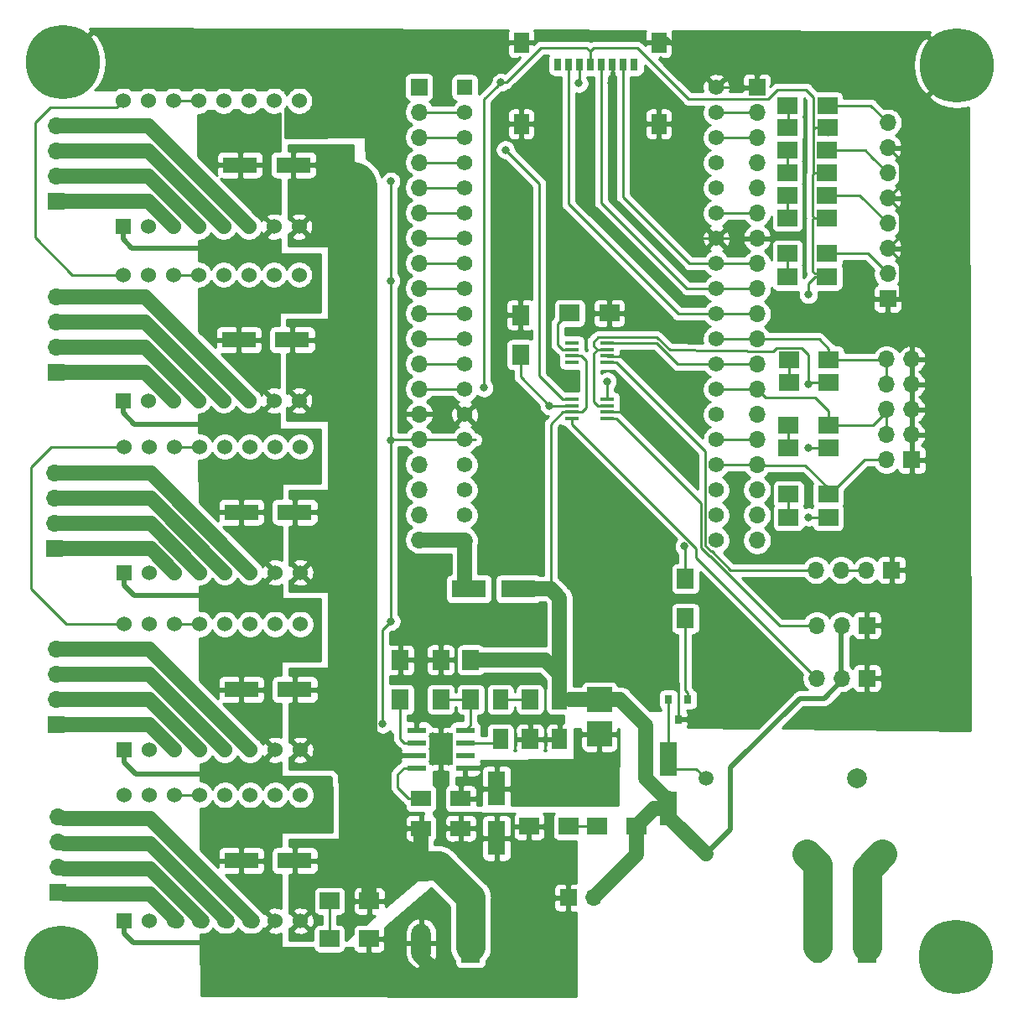
<source format=gbr>
G04 #@! TF.GenerationSoftware,KiCad,Pcbnew,(5.1.5)-3*
G04 #@! TF.CreationDate,2020-01-26T10:54:33+01:00*
G04 #@! TF.ProjectId,ESP32-cnc,45535033-322d-4636-9e63-2e6b69636164,rev?*
G04 #@! TF.SameCoordinates,Original*
G04 #@! TF.FileFunction,Copper,L1,Top*
G04 #@! TF.FilePolarity,Positive*
%FSLAX46Y46*%
G04 Gerber Fmt 4.6, Leading zero omitted, Abs format (unit mm)*
G04 Created by KiCad (PCBNEW (5.1.5)-3) date 2020-01-26 10:54:33*
%MOMM*%
%LPD*%
G04 APERTURE LIST*
%ADD10R,2.000000X1.700000*%
%ADD11R,1.420000X0.400000*%
%ADD12R,1.800000X3.500000*%
%ADD13R,3.500000X1.800000*%
%ADD14R,3.500000X1.600000*%
%ADD15R,1.560000X1.560000*%
%ADD16C,1.560000*%
%ADD17C,1.530000*%
%ADD18R,1.530000X1.530000*%
%ADD19R,1.700000X1.700000*%
%ADD20O,1.700000X1.700000*%
%ADD21R,0.800000X0.900000*%
%ADD22R,1.500000X2.000000*%
%ADD23R,0.800000X1.200000*%
%ADD24C,7.500000*%
%ADD25C,1.520000*%
%ADD26C,2.000000*%
%ADD27R,2.000000X1.600000*%
%ADD28R,1.600000X2.000000*%
%ADD29R,1.980000X3.960000*%
%ADD30O,1.980000X3.960000*%
%ADD31R,2.500000X2.500000*%
%ADD32R,1.700000X2.000000*%
%ADD33R,1.970000X0.600000*%
%ADD34R,2.410000X3.300000*%
%ADD35C,0.800000*%
%ADD36C,3.000000*%
%ADD37C,0.250000*%
%ADD38C,1.500000*%
%ADD39C,5.000000*%
%ADD40C,0.500000*%
%ADD41C,0.254000*%
G04 APERTURE END LIST*
D10*
X71000000Y-65000000D03*
X75000000Y-65000000D03*
D11*
X71230000Y-69975000D03*
X71230000Y-69325000D03*
X71230000Y-68675000D03*
X71230000Y-68025000D03*
X74770000Y-68025000D03*
X74770000Y-68675000D03*
X74770000Y-69325000D03*
X74770000Y-69975000D03*
D12*
X81000000Y-115000000D03*
X81000000Y-110000000D03*
X63627000Y-113000000D03*
X63627000Y-118000000D03*
D13*
X60833000Y-92837000D03*
X65833000Y-92837000D03*
D14*
X43119000Y-50038000D03*
X37719000Y-50038000D03*
X43246000Y-85090000D03*
X37846000Y-85090000D03*
X43246000Y-120269000D03*
X37846000Y-120269000D03*
X43246000Y-102997000D03*
X37846000Y-102997000D03*
X42992000Y-67691000D03*
X37592000Y-67691000D03*
D15*
X60401200Y-42214800D03*
D16*
X60401200Y-44754800D03*
X60401200Y-87934800D03*
X60401200Y-47294800D03*
X60401200Y-49834800D03*
X60401200Y-52374800D03*
X60401200Y-54914800D03*
X60401200Y-57454800D03*
X60401200Y-59994800D03*
X60401200Y-62534800D03*
X60401200Y-65074800D03*
X60401200Y-67614800D03*
X60401200Y-70154800D03*
X60401200Y-72694800D03*
X60401200Y-75234800D03*
X60401200Y-77774800D03*
X60401200Y-80314800D03*
X60401200Y-82854800D03*
X60401200Y-85394800D03*
X85801200Y-42214800D03*
X85801200Y-44754800D03*
X85801200Y-47294800D03*
X85801200Y-49834800D03*
X85801200Y-52374800D03*
X85801200Y-54914800D03*
X85801200Y-57454800D03*
X85801200Y-59994800D03*
X85801200Y-62534800D03*
X85801200Y-65074800D03*
X85801200Y-67614800D03*
X85801200Y-70154800D03*
X85801200Y-72694800D03*
X85801200Y-75234800D03*
X85801200Y-77774800D03*
X85801200Y-80314800D03*
X85801200Y-82854800D03*
X85801200Y-85394800D03*
X85801200Y-87934800D03*
D17*
X25908000Y-43561000D03*
X28448000Y-43561000D03*
X30988000Y-43561000D03*
X33528000Y-43561000D03*
X36068000Y-43561000D03*
X38608000Y-43561000D03*
X41148000Y-43561000D03*
X43688000Y-43561000D03*
X43688000Y-56261000D03*
X41148000Y-56261000D03*
X38608000Y-56261000D03*
X36068000Y-56261000D03*
X33528000Y-56261000D03*
X30988000Y-56261000D03*
X28448000Y-56261000D03*
D18*
X25908000Y-56261000D03*
D17*
X26035000Y-113650000D03*
X28575000Y-113650000D03*
X31115000Y-113650000D03*
X33655000Y-113650000D03*
X36195000Y-113650000D03*
X38735000Y-113650000D03*
X41275000Y-113650000D03*
X43815000Y-113650000D03*
X43815000Y-126350000D03*
X41275000Y-126350000D03*
X38735000Y-126350000D03*
X36195000Y-126350000D03*
X33655000Y-126350000D03*
X31115000Y-126350000D03*
X28575000Y-126350000D03*
D18*
X26035000Y-126350000D03*
D17*
X26016000Y-78481000D03*
X28556000Y-78481000D03*
X31096000Y-78481000D03*
X33636000Y-78481000D03*
X36176000Y-78481000D03*
X38716000Y-78481000D03*
X41256000Y-78481000D03*
X43796000Y-78481000D03*
X43796000Y-91181000D03*
X41256000Y-91181000D03*
X38716000Y-91181000D03*
X36176000Y-91181000D03*
X33636000Y-91181000D03*
X31096000Y-91181000D03*
X28556000Y-91181000D03*
D18*
X26016000Y-91181000D03*
D19*
X105537000Y-79819500D03*
D20*
X102997000Y-79819500D03*
X105537000Y-77279500D03*
X102997000Y-77279500D03*
X105537000Y-74739500D03*
X102997000Y-74739500D03*
X105537000Y-72199500D03*
X102997000Y-72199500D03*
X105537000Y-69659500D03*
X102997000Y-69659500D03*
D10*
X77742800Y-116789200D03*
X73742800Y-116789200D03*
X50768000Y-124333000D03*
X46768000Y-124333000D03*
D21*
X82900000Y-104000000D03*
X81000000Y-104000000D03*
X81950000Y-106000000D03*
D22*
X66110000Y-37700000D03*
X66110000Y-45900000D03*
X80000000Y-45900000D03*
X80000000Y-37700000D03*
D23*
X77530000Y-39900000D03*
X76430000Y-39900000D03*
X75330000Y-39900000D03*
X74230000Y-39900000D03*
X73130000Y-39900000D03*
X72030000Y-39900000D03*
X70930000Y-39900000D03*
X69830000Y-39900000D03*
D10*
X66900000Y-116800000D03*
X70900000Y-116800000D03*
X50736000Y-128143000D03*
X46736000Y-128143000D03*
D24*
X110000000Y-130000000D03*
X110109000Y-40005000D03*
X19685000Y-130556000D03*
X19812000Y-39624000D03*
D25*
X84760000Y-119620000D03*
D26*
X94920000Y-119620000D03*
X102540000Y-119620000D03*
X100000000Y-112000000D03*
D25*
X84760000Y-112000000D03*
D11*
X71247000Y-75651000D03*
X71247000Y-75001000D03*
X71247000Y-74351000D03*
X71247000Y-73701000D03*
X74787000Y-73701000D03*
X74787000Y-74351000D03*
X74787000Y-75001000D03*
X74787000Y-75651000D03*
D17*
X26016000Y-96393000D03*
X28556000Y-96393000D03*
X31096000Y-96393000D03*
X33636000Y-96393000D03*
X36176000Y-96393000D03*
X38716000Y-96393000D03*
X41256000Y-96393000D03*
X43796000Y-96393000D03*
X43796000Y-109093000D03*
X41256000Y-109093000D03*
X38716000Y-109093000D03*
X36176000Y-109093000D03*
X33636000Y-109093000D03*
X31096000Y-109093000D03*
X28556000Y-109093000D03*
D18*
X26016000Y-109093000D03*
D17*
X25908000Y-61121000D03*
X28448000Y-61121000D03*
X30988000Y-61121000D03*
X33528000Y-61121000D03*
X36068000Y-61121000D03*
X38608000Y-61121000D03*
X41148000Y-61121000D03*
X43688000Y-61121000D03*
X43688000Y-73821000D03*
X41148000Y-73821000D03*
X38608000Y-73821000D03*
X36068000Y-73821000D03*
X33528000Y-73821000D03*
X30988000Y-73821000D03*
X28448000Y-73821000D03*
D18*
X25908000Y-73821000D03*
D19*
X19304000Y-123444000D03*
D20*
X19304000Y-120904000D03*
X19304000Y-118364000D03*
X19304000Y-115824000D03*
D19*
X19177000Y-106553000D03*
D20*
X19177000Y-104013000D03*
X19177000Y-101473000D03*
X19177000Y-98933000D03*
D19*
X19177000Y-70993000D03*
D20*
X19177000Y-68453000D03*
X19177000Y-65913000D03*
X19177000Y-63373000D03*
D19*
X18986500Y-88773000D03*
D20*
X18986500Y-86233000D03*
X18986500Y-83693000D03*
X18986500Y-81153000D03*
D19*
X19177000Y-53721000D03*
D20*
X19177000Y-51181000D03*
X19177000Y-48641000D03*
X19177000Y-46101000D03*
D19*
X101028500Y-96520000D03*
D20*
X98488500Y-96520000D03*
X95948500Y-96520000D03*
D19*
X101028500Y-101854000D03*
D20*
X98488500Y-101854000D03*
X95948500Y-101854000D03*
D19*
X103505000Y-90932000D03*
D20*
X100965000Y-90932000D03*
X98425000Y-90932000D03*
X95885000Y-90932000D03*
D19*
X89914440Y-42219360D03*
D20*
X89914440Y-44759360D03*
X89914440Y-47299360D03*
X89914440Y-49839360D03*
X89914440Y-52379360D03*
X89914440Y-54919360D03*
X89914440Y-57459360D03*
X89914440Y-59999360D03*
X89914440Y-62539360D03*
X89914440Y-65079360D03*
X89914440Y-67619360D03*
X89914440Y-70159360D03*
X89914440Y-72699360D03*
X89914440Y-75239360D03*
X89914440Y-77779360D03*
X89914440Y-80319360D03*
X89914440Y-82859360D03*
X89914440Y-85399360D03*
X89914440Y-87939360D03*
D19*
X70866000Y-124015500D03*
D20*
X73406000Y-124015500D03*
D19*
X55812400Y-42164000D03*
D20*
X55812400Y-44704000D03*
X55812400Y-47244000D03*
X55812400Y-49784000D03*
X55812400Y-52324000D03*
X55812400Y-54864000D03*
X55812400Y-57404000D03*
X55812400Y-59944000D03*
X55812400Y-62484000D03*
X55812400Y-65024000D03*
X55812400Y-67564000D03*
X55812400Y-70104000D03*
X55812400Y-72644000D03*
X55812400Y-75184000D03*
X55812400Y-77724000D03*
X55812400Y-80264000D03*
X55812400Y-82804000D03*
X55812400Y-85344000D03*
X55812400Y-87884000D03*
D19*
X103127000Y-63540000D03*
D20*
X103127000Y-61000000D03*
X103127000Y-58460000D03*
X103127000Y-55920000D03*
X103127000Y-53380000D03*
X103127000Y-50840000D03*
X103127000Y-48300000D03*
X103127000Y-45760000D03*
D27*
X56000000Y-117000000D03*
X60000000Y-117000000D03*
X56000000Y-114000000D03*
X60000000Y-114000000D03*
D28*
X64000000Y-104000000D03*
X64000000Y-108000000D03*
X70000000Y-108000000D03*
X70000000Y-104000000D03*
D10*
X97000000Y-59000000D03*
X93000000Y-59000000D03*
X93000000Y-53086000D03*
X97000000Y-53086000D03*
X96977200Y-48564800D03*
X92977200Y-48564800D03*
X93028000Y-44032000D03*
X97028000Y-44032000D03*
X93152400Y-69692400D03*
X97152400Y-69692400D03*
X97101600Y-76286000D03*
X93101600Y-76286000D03*
X93101600Y-83286000D03*
X97101600Y-83286000D03*
D29*
X61000000Y-128600000D03*
D30*
X56000000Y-128600000D03*
X96000000Y-128600000D03*
D29*
X101000000Y-128600000D03*
D31*
X74000000Y-104000000D03*
X74000000Y-107500000D03*
D10*
X97000000Y-61341000D03*
X93000000Y-61341000D03*
X93000000Y-55372000D03*
X97000000Y-55372000D03*
X96977200Y-50800000D03*
X92977200Y-50800000D03*
X97028000Y-46278800D03*
X93028000Y-46278800D03*
D32*
X53911500Y-104013000D03*
X53911500Y-100013000D03*
D10*
X93152400Y-72009000D03*
X97152400Y-72009000D03*
D32*
X67000000Y-108000000D03*
X67000000Y-104000000D03*
D10*
X97101600Y-78613000D03*
X93101600Y-78613000D03*
D32*
X58000000Y-100000000D03*
X58000000Y-104000000D03*
D10*
X93101600Y-85598000D03*
X97101600Y-85598000D03*
D32*
X61000000Y-100000000D03*
X61000000Y-104000000D03*
X66040000Y-65183000D03*
X66040000Y-69183000D03*
X82677000Y-91821000D03*
X82677000Y-95821000D03*
D33*
X60475000Y-110905000D03*
X60475000Y-109635000D03*
X60475000Y-108365000D03*
X60475000Y-107095000D03*
X55525000Y-107095000D03*
X55525000Y-108365000D03*
X55525000Y-109635000D03*
X55525000Y-110905000D03*
D34*
X58000000Y-109000000D03*
D35*
X58801000Y-110236000D03*
X57213500Y-110236000D03*
X57213500Y-109029500D03*
X58674000Y-108902500D03*
X58737500Y-107759500D03*
X57213500Y-107759500D03*
X75184000Y-41783000D03*
X76835000Y-98552000D03*
X64000000Y-81000000D03*
X67714500Y-81000000D03*
X67714500Y-85000000D03*
X64000000Y-85000000D03*
X64000000Y-83000000D03*
X67714500Y-83000000D03*
X44143000Y-81000000D03*
X44143000Y-99000000D03*
X44143000Y-46000000D03*
X44143000Y-116000000D03*
X87000000Y-99000000D03*
X89000000Y-99000000D03*
X91000000Y-99000000D03*
X91000000Y-101000000D03*
X89000000Y-101000000D03*
X87000000Y-101000000D03*
X87000000Y-103000000D03*
X89000000Y-103000000D03*
X91000000Y-103000000D03*
X104000000Y-99000000D03*
X106000000Y-99000000D03*
X106000000Y-101000000D03*
X106000000Y-103000000D03*
X104000000Y-103000000D03*
X104000000Y-101000000D03*
X94000000Y-39000000D03*
X96000000Y-39000000D03*
X98000000Y-39000000D03*
X100000000Y-39000000D03*
X49000000Y-38000000D03*
X51000000Y-38000000D03*
X53000000Y-38000000D03*
X55000000Y-38000000D03*
X76708000Y-69342000D03*
X76708000Y-75057000D03*
X75184000Y-56642000D03*
X76454000Y-58039000D03*
X77851000Y-59436000D03*
X76835000Y-96774000D03*
X76835000Y-94996000D03*
X75311000Y-94996000D03*
X75311000Y-96774000D03*
X75311000Y-98552000D03*
X71501000Y-58293000D03*
X71501000Y-59817000D03*
X71501000Y-61341000D03*
X73025000Y-61341000D03*
X73152000Y-59944000D03*
X74549000Y-61341000D03*
X58000000Y-108243000D03*
X58000000Y-109767000D03*
X64058800Y-41706800D03*
X95123000Y-72136000D03*
X95123000Y-78613000D03*
X95123000Y-85598000D03*
X62357000Y-72532592D03*
X95123004Y-63119000D03*
X52971693Y-96116987D03*
X52971693Y-77838307D03*
X52959000Y-61722000D03*
X52959000Y-51689000D03*
X52133500Y-106489500D03*
X71932800Y-41808400D03*
X82558362Y-88536681D03*
X74803000Y-71882000D03*
X64516000Y-48514004D03*
X68953500Y-74351000D03*
D36*
X61000000Y-124020000D02*
X57782400Y-120802400D01*
X61000000Y-129000000D02*
X61000000Y-124020000D01*
X52984400Y-120751600D02*
X49225200Y-120802400D01*
D37*
X56000000Y-119020000D02*
X56000000Y-117000000D01*
X57782400Y-120802400D02*
X56000000Y-119020000D01*
D38*
X56000000Y-120377600D02*
X55524400Y-120853200D01*
X56000000Y-117000000D02*
X56000000Y-120377600D01*
D36*
X57782400Y-120802400D02*
X55524400Y-120853200D01*
X55524400Y-120853200D02*
X52984400Y-120751600D01*
D37*
X54281400Y-109626400D02*
X49072800Y-109626400D01*
X54290000Y-109635000D02*
X54281400Y-109626400D01*
D36*
X49225200Y-120802400D02*
X49072800Y-109626400D01*
D37*
X55525000Y-109635000D02*
X54290000Y-109635000D01*
X51000000Y-120751600D02*
X52984400Y-120751600D01*
D39*
X49022000Y-85344000D02*
X49072800Y-76334367D01*
X49072800Y-76334367D02*
X49022000Y-76283567D01*
D38*
X48895000Y-67310000D02*
X49022000Y-67437000D01*
D39*
X49022000Y-76283567D02*
X49022000Y-67437000D01*
X49022000Y-67437000D02*
X49022000Y-52197000D01*
D38*
X49587400Y-120802400D02*
X49225200Y-120802400D01*
X50768000Y-121983000D02*
X49587400Y-120802400D01*
X50768000Y-124333000D02*
X50768000Y-121983000D01*
X46736000Y-49911000D02*
X49022000Y-52197000D01*
X49022000Y-84836000D02*
X49022000Y-85344000D01*
X48691800Y-120269000D02*
X49225200Y-120802400D01*
D39*
X49072800Y-109626400D02*
X49022000Y-109575600D01*
X49022000Y-109575600D02*
X49022000Y-85344000D01*
D37*
X58750000Y-117000000D02*
X60000000Y-117000000D01*
X58000000Y-116250000D02*
X58750000Y-117000000D01*
X58000000Y-109000000D02*
X58000000Y-109767000D01*
X58000000Y-107100000D02*
X57995000Y-107095000D01*
X58000000Y-109000000D02*
X58000000Y-108243000D01*
X55525000Y-106545000D02*
X56175001Y-105894999D01*
X55525000Y-107095000D02*
X55525000Y-106545000D01*
X67000000Y-106750000D02*
X67000000Y-108000000D01*
X80822800Y-37236400D02*
X79945000Y-37236400D01*
X85801200Y-42214800D02*
X80822800Y-37236400D01*
X79945000Y-37236400D02*
X79945000Y-38486400D01*
X89909880Y-42214800D02*
X89914440Y-42219360D01*
X85801200Y-42214800D02*
X89909880Y-42214800D01*
X89909880Y-57454800D02*
X89914440Y-57459360D01*
X85801200Y-57454800D02*
X89909880Y-57454800D01*
X105523500Y-78900000D02*
X105523500Y-77460000D01*
X105523500Y-80000000D02*
X105523500Y-78900000D01*
X105523500Y-76257919D02*
X105523500Y-74920000D01*
X105523500Y-77460000D02*
X105523500Y-76257919D01*
X105523500Y-73717919D02*
X105523500Y-72380000D01*
X105523500Y-74920000D02*
X105523500Y-73717919D01*
X105523500Y-71177919D02*
X105523500Y-69840000D01*
X105523500Y-72380000D02*
X105523500Y-71177919D01*
X103976999Y-59309999D02*
X103127000Y-58460000D01*
X104302001Y-59635001D02*
X103976999Y-59309999D01*
X104302001Y-63464999D02*
X104302001Y-59635001D01*
X104227000Y-63540000D02*
X104302001Y-63464999D01*
X103127000Y-63540000D02*
X104227000Y-63540000D01*
X104302001Y-54555001D02*
X103976999Y-54229999D01*
X104302001Y-57284999D02*
X104302001Y-54555001D01*
X103976999Y-54229999D02*
X103127000Y-53380000D01*
X103127000Y-58460000D02*
X104302001Y-57284999D01*
X103976999Y-49149999D02*
X103127000Y-48300000D01*
X104302001Y-49475001D02*
X103976999Y-49149999D01*
X104302001Y-52204999D02*
X104302001Y-49475001D01*
X103127000Y-53380000D02*
X104302001Y-52204999D01*
X103127000Y-48300000D02*
X104367000Y-48300000D01*
X89914440Y-41119360D02*
X89914440Y-42219360D01*
X92033800Y-39000000D02*
X89914440Y-41119360D01*
D40*
X40383001Y-74585999D02*
X40349001Y-74585999D01*
X41148000Y-73821000D02*
X40383001Y-74585999D01*
X40349001Y-74585999D02*
X38735000Y-76200000D01*
X25908000Y-75086000D02*
X25908000Y-73821000D01*
X27022000Y-76200000D02*
X25908000Y-75086000D01*
X38735000Y-76200000D02*
X27022000Y-76200000D01*
X25908000Y-57526000D02*
X26802000Y-58420000D01*
X25908000Y-56261000D02*
X25908000Y-57526000D01*
X38989000Y-58420000D02*
X41148000Y-56261000D01*
X26802000Y-58420000D02*
X38989000Y-58420000D01*
X26016000Y-92446000D02*
X27042000Y-93472000D01*
X26016000Y-91181000D02*
X26016000Y-92446000D01*
X38965000Y-93472000D02*
X41256000Y-91181000D01*
X27042000Y-93472000D02*
X38965000Y-93472000D01*
X26016000Y-110358000D02*
X27164000Y-111506000D01*
X26016000Y-109093000D02*
X26016000Y-110358000D01*
X38843000Y-111506000D02*
X41256000Y-109093000D01*
X27164000Y-111506000D02*
X38843000Y-111506000D01*
X26035000Y-127615000D02*
X26944000Y-128524000D01*
X26035000Y-126350000D02*
X26035000Y-127615000D01*
X39101000Y-128524000D02*
X41275000Y-126350000D01*
X26944000Y-128524000D02*
X39101000Y-128524000D01*
D37*
X75275000Y-39436400D02*
X75275000Y-41692000D01*
X75275000Y-41692000D02*
X75184000Y-41783000D01*
X76835000Y-95853000D02*
X76835000Y-96774000D01*
X76835000Y-95853000D02*
X76835000Y-98552000D01*
X79945000Y-54418000D02*
X79945000Y-45436400D01*
X85801200Y-57454800D02*
X82981800Y-57454800D01*
X82981800Y-57454800D02*
X79945000Y-54418000D01*
X81950000Y-102350000D02*
X81900000Y-102300000D01*
X81950000Y-106000000D02*
X81950000Y-102350000D01*
X76835000Y-97103000D02*
X81900000Y-102300000D01*
X94000000Y-39000000D02*
X92033800Y-39000000D01*
X96000000Y-39000000D02*
X94000000Y-39000000D01*
X98000000Y-39000000D02*
X96000000Y-39000000D01*
X100000000Y-39000000D02*
X98000000Y-39000000D01*
X74787000Y-69342000D02*
X74770000Y-69325000D01*
X76708000Y-69342000D02*
X74787000Y-69342000D01*
X74787000Y-75001000D02*
X76652000Y-75001000D01*
X76652000Y-75001000D02*
X76708000Y-75057000D01*
X76835000Y-96774000D02*
X76835000Y-97103000D01*
D38*
X56000000Y-129990000D02*
X56000000Y-129000000D01*
X62200002Y-132480000D02*
X58490000Y-132480000D01*
X67000000Y-124000000D02*
X67000000Y-127680002D01*
X67000000Y-127680002D02*
X62200002Y-132480000D01*
X58490000Y-132480000D02*
X56000000Y-129990000D01*
D37*
X55949000Y-128651000D02*
X56000000Y-128600000D01*
X53721000Y-128651000D02*
X55949000Y-128651000D01*
X50736000Y-128143000D02*
X53213000Y-128143000D01*
X53213000Y-128143000D02*
X53721000Y-128651000D01*
X106616500Y-43383500D02*
X111000000Y-39000000D01*
X106616500Y-46291500D02*
X106616500Y-43383500D01*
X104367000Y-48300000D02*
X104608000Y-48300000D01*
X104608000Y-48300000D02*
X106616500Y-46291500D01*
X58000000Y-108243000D02*
X58000000Y-107100000D01*
X58000000Y-109767000D02*
X58000000Y-116250000D01*
D38*
X71050000Y-104000000D02*
X74000000Y-104000000D01*
D37*
X70000000Y-104000000D02*
X71050000Y-104000000D01*
X81000000Y-114750000D02*
X81000000Y-114000000D01*
D38*
X81000000Y-115860000D02*
X84760000Y-119620000D01*
X81000000Y-114000000D02*
X81000000Y-115860000D01*
X70000000Y-101500000D02*
X70000000Y-104000000D01*
X68500000Y-100000000D02*
X70000000Y-101500000D01*
X61000000Y-100000000D02*
X68500000Y-100000000D01*
D37*
X75500000Y-104000000D02*
X74000000Y-104000000D01*
D38*
X70000000Y-104000000D02*
X69977000Y-98171000D01*
X69083000Y-92837000D02*
X69977000Y-93731000D01*
X69977000Y-93731000D02*
X69977000Y-98171000D01*
X65833000Y-92837000D02*
X69083000Y-92837000D01*
X80700000Y-114000000D02*
X81000000Y-114000000D01*
X78700000Y-106640000D02*
X78700000Y-112000000D01*
X74000000Y-104000000D02*
X76060000Y-104000000D01*
X78700000Y-112000000D02*
X80700000Y-114000000D01*
X76060000Y-104000000D02*
X78700000Y-106640000D01*
X79532000Y-115000000D02*
X77742800Y-116789200D01*
X81000000Y-114000000D02*
X81000000Y-115000000D01*
X81000000Y-115000000D02*
X79532000Y-115000000D01*
D37*
X69083000Y-76205000D02*
X69083000Y-92837000D01*
X70287000Y-75001000D02*
X69083000Y-76205000D01*
X71247000Y-75001000D02*
X70287000Y-75001000D01*
X72207000Y-75001000D02*
X71247000Y-75001000D01*
X72644000Y-74564000D02*
X72207000Y-75001000D01*
X72644000Y-69779000D02*
X72644000Y-74564000D01*
X71230000Y-69325000D02*
X72190000Y-69325000D01*
X72190000Y-69325000D02*
X72644000Y-69779000D01*
D38*
X77742800Y-119678700D02*
X73406000Y-124015500D01*
X77742800Y-116789200D02*
X77742800Y-119678700D01*
D40*
X85519999Y-118860001D02*
X84760000Y-119620000D01*
X87249000Y-110871000D02*
X87249000Y-117131000D01*
X98425000Y-96583500D02*
X98425000Y-102171500D01*
X87249000Y-117131000D02*
X85519999Y-118860001D01*
X98425000Y-102171500D02*
X96710500Y-103886000D01*
X98488500Y-96520000D02*
X98425000Y-96583500D01*
X96710500Y-103886000D02*
X94234000Y-103886000D01*
X94234000Y-103886000D02*
X87249000Y-110871000D01*
D37*
X60401200Y-54914800D02*
X55816960Y-54914800D01*
X102587000Y-61540000D02*
X103127000Y-61000000D01*
X101127000Y-59000000D02*
X103127000Y-61000000D01*
X97000000Y-59000000D02*
X101127000Y-59000000D01*
X93000000Y-59000000D02*
X93000000Y-61000000D01*
X93000000Y-53000000D02*
X93000000Y-55000000D01*
X60401200Y-52374800D02*
X55816960Y-52374800D01*
X97254000Y-52832000D02*
X97000000Y-53086000D01*
X100293000Y-53086000D02*
X103127000Y-55920000D01*
X97000000Y-53086000D02*
X100293000Y-53086000D01*
X60401200Y-49834800D02*
X55816960Y-49834800D01*
X102862200Y-51104800D02*
X103127000Y-50840000D01*
X101581500Y-49294500D02*
X103127000Y-50840000D01*
X100380800Y-48564800D02*
X100393500Y-48577500D01*
X100851800Y-48564800D02*
X101581500Y-49294500D01*
X96977200Y-48564800D02*
X100380800Y-48564800D01*
X100406200Y-48564800D02*
X100851800Y-48564800D01*
X100393500Y-48577500D02*
X100406200Y-48564800D01*
X92977200Y-48564800D02*
X92977200Y-50800000D01*
X93050800Y-46256000D02*
X93028000Y-46278800D01*
X93050800Y-44032000D02*
X93050800Y-46256000D01*
X60401200Y-47294800D02*
X55816960Y-47294800D01*
X101399000Y-44032000D02*
X103127000Y-45760000D01*
X97028000Y-44032000D02*
X101399000Y-44032000D01*
X93152400Y-71692400D02*
X93152400Y-69692400D01*
X89909880Y-67614800D02*
X89914440Y-67619360D01*
X85801200Y-67614800D02*
X89909880Y-67614800D01*
X97152400Y-68592400D02*
X97152400Y-69692400D01*
X96179360Y-67619360D02*
X97152400Y-68592400D01*
X89914440Y-67619360D02*
X96179360Y-67619360D01*
X102983500Y-71042081D02*
X102983500Y-72380000D01*
X102983500Y-69840000D02*
X102983500Y-71042081D01*
X102835900Y-69692400D02*
X102983500Y-69840000D01*
X97152400Y-69692400D02*
X102835900Y-69692400D01*
X89909880Y-72694800D02*
X89914440Y-72699360D01*
X85801200Y-72694800D02*
X89909880Y-72694800D01*
X102983500Y-76122081D02*
X102983500Y-77460000D01*
X102983500Y-74920000D02*
X102983500Y-76122081D01*
X101617500Y-76286000D02*
X102983500Y-74920000D01*
X101577500Y-76286000D02*
X101617500Y-76286000D01*
X97101600Y-74876600D02*
X97101600Y-75186000D01*
X90764439Y-73549359D02*
X95774359Y-73549359D01*
X97101600Y-75186000D02*
X97101600Y-76286000D01*
X89914440Y-72699360D02*
X90764439Y-73549359D01*
X95774359Y-73549359D02*
X97101600Y-74876600D01*
X97101600Y-76286000D02*
X101577500Y-76286000D01*
X93101600Y-76286000D02*
X93101600Y-78286000D01*
X89909880Y-80314800D02*
X89914440Y-80319360D01*
X85801200Y-80314800D02*
X89909880Y-80314800D01*
X94798600Y-80391000D02*
X97101600Y-82694000D01*
X90350800Y-80391000D02*
X94798600Y-80391000D01*
X97308000Y-83286000D02*
X97101600Y-83286000D01*
X102997000Y-79819500D02*
X100774500Y-79819500D01*
X100774500Y-79819500D02*
X97308000Y-83286000D01*
X97050800Y-47032000D02*
X97050800Y-47018000D01*
X73075000Y-38586400D02*
X73075000Y-39436400D01*
X95652199Y-50724999D02*
X95727200Y-50800000D01*
X95778000Y-46278800D02*
X95652199Y-46404601D01*
X95652199Y-46404601D02*
X95652199Y-50724999D01*
X97028000Y-46278800D02*
X95778000Y-46278800D01*
X96977200Y-50800000D02*
X95727200Y-50800000D01*
X95652199Y-43201199D02*
X95652199Y-46404601D01*
X94869000Y-42418000D02*
X95652199Y-43201199D01*
X92000802Y-42418000D02*
X94869000Y-42418000D01*
X83017963Y-43394361D02*
X91024441Y-43394361D01*
X73075000Y-38586400D02*
X73434400Y-38227000D01*
X73434400Y-38227000D02*
X77850602Y-38227000D01*
X77850602Y-38227000D02*
X83017963Y-43394361D01*
X91024441Y-43394361D02*
X92000802Y-42418000D01*
X95250000Y-72009000D02*
X95123000Y-72136000D01*
X97152400Y-72009000D02*
X95250000Y-72009000D01*
X97101600Y-78613000D02*
X95123000Y-78613000D01*
X97101600Y-85598000D02*
X95123000Y-85598000D01*
X72688600Y-38200000D02*
X73075000Y-38586400D01*
X68100000Y-38200000D02*
X72688600Y-38200000D01*
X64058800Y-41706800D02*
X64593200Y-41706800D01*
X64593200Y-41706800D02*
X68100000Y-38200000D01*
X74770000Y-68675000D02*
X73810000Y-68675000D01*
X62357000Y-72532592D02*
X62357000Y-43408600D01*
X63658801Y-42106799D02*
X64058800Y-41706800D01*
X62357000Y-43408600D02*
X63658801Y-42106799D01*
X95123000Y-71570315D02*
X95123000Y-72136000D01*
X94412401Y-68517399D02*
X95123000Y-69227998D01*
X91892399Y-68517399D02*
X94412401Y-68517399D01*
X95123000Y-69227998D02*
X95123000Y-71570315D01*
X91575798Y-68834000D02*
X91892399Y-68517399D01*
X73406000Y-68271000D02*
X73406000Y-67893998D01*
X73810000Y-68675000D02*
X73406000Y-68271000D01*
X73862998Y-67437000D02*
X79811412Y-67437000D01*
X81106839Y-68732427D02*
X91575798Y-68834000D01*
X79811412Y-67437000D02*
X81106839Y-68732427D01*
X73406000Y-67893998D02*
X73862998Y-67437000D01*
X73827000Y-74351000D02*
X74787000Y-74351000D01*
X73406000Y-73930000D02*
X73827000Y-74351000D01*
X73810000Y-68675000D02*
X73406000Y-69079000D01*
X73406000Y-69079000D02*
X73406000Y-73930000D01*
X97000000Y-55372000D02*
X95750000Y-55372000D01*
X95750000Y-55372000D02*
X95694500Y-55372000D01*
X95123004Y-61967996D02*
X95123004Y-63119000D01*
X95750000Y-61341000D02*
X95123004Y-61967996D01*
X97000000Y-61341000D02*
X95750000Y-61341000D01*
X95750000Y-61000000D02*
X97000000Y-61000000D01*
X95567500Y-60817500D02*
X95750000Y-61000000D01*
X95694500Y-55372000D02*
X95567500Y-55499000D01*
X95567500Y-55499000D02*
X95567500Y-60817500D01*
X95567500Y-55245000D02*
X95694500Y-55372000D01*
X95727200Y-50800000D02*
X95567500Y-50959700D01*
X95567500Y-50959700D02*
X95567500Y-55245000D01*
X60401200Y-44754800D02*
X55816960Y-44754800D01*
X60401200Y-57454800D02*
X55816960Y-57454800D01*
X60401200Y-70154800D02*
X55816960Y-70154800D01*
X60401200Y-65074800D02*
X55816960Y-65074800D01*
X16637000Y-92837000D02*
X20193000Y-96393000D01*
X16637000Y-80518000D02*
X16637000Y-92837000D01*
X20193000Y-96393000D02*
X26016000Y-96393000D01*
X26016000Y-78481000D02*
X18674000Y-78481000D01*
X18674000Y-78481000D02*
X16637000Y-80518000D01*
X60401200Y-59994800D02*
X55816960Y-59994800D01*
X25908000Y-43561000D02*
X25273000Y-44196000D01*
X17000000Y-57386000D02*
X20735000Y-61121000D01*
X24826127Y-61121000D02*
X25908000Y-61121000D01*
X20735000Y-61121000D02*
X24826127Y-61121000D01*
X18573499Y-44196000D02*
X17000000Y-45769499D01*
X25273000Y-44196000D02*
X18573499Y-44196000D01*
X17000000Y-45769499D02*
X17000000Y-57386000D01*
X60401200Y-77774800D02*
X55816960Y-77774800D01*
X53103353Y-77706647D02*
X52971693Y-77838307D01*
X52971693Y-95551302D02*
X52971693Y-96116987D01*
X52971693Y-77838307D02*
X52971693Y-95551302D01*
X61504286Y-77774800D02*
X60401200Y-77774800D01*
X52959000Y-52254685D02*
X52959000Y-51689000D01*
X52959000Y-52705000D02*
X52959000Y-52254685D01*
X53268360Y-77779360D02*
X55812400Y-77779360D01*
X52959000Y-52705000D02*
X52959000Y-77470000D01*
X52959000Y-77470000D02*
X53268360Y-77779360D01*
X52959000Y-51689000D02*
X52959000Y-52705000D01*
X52133500Y-96955180D02*
X52133500Y-106489500D01*
X52971693Y-96116987D02*
X52133500Y-96955180D01*
X89909880Y-59994800D02*
X89914440Y-59999360D01*
X85801200Y-59994800D02*
X89909880Y-59994800D01*
X83108800Y-59994800D02*
X85801200Y-59994800D01*
X76375000Y-39436400D02*
X76375000Y-53261000D01*
X76375000Y-53261000D02*
X83108800Y-59994800D01*
X89909880Y-62534800D02*
X89914440Y-62539360D01*
X85801200Y-62534800D02*
X89909880Y-62534800D01*
X82854800Y-62534800D02*
X85801200Y-62534800D01*
X74175000Y-39436400D02*
X74175000Y-53855000D01*
X74175000Y-53855000D02*
X82854800Y-62534800D01*
X89909880Y-44754800D02*
X89914440Y-44759360D01*
X85801200Y-44754800D02*
X89909880Y-44754800D01*
X71975000Y-39436400D02*
X71975000Y-41766200D01*
X71975000Y-41766200D02*
X71932800Y-41808400D01*
X89909880Y-65074800D02*
X89914440Y-65079360D01*
X85801200Y-65074800D02*
X89909880Y-65074800D01*
X81965800Y-65074800D02*
X85801200Y-65074800D01*
X70875000Y-39436400D02*
X70875000Y-53984000D01*
X70875000Y-53984000D02*
X81965800Y-65074800D01*
X89909880Y-77774800D02*
X89914440Y-77779360D01*
X85801200Y-77774800D02*
X89909880Y-77774800D01*
X82676998Y-88576685D02*
X82636994Y-88536681D01*
X82636994Y-88536681D02*
X82558362Y-88536681D01*
X82677000Y-91821000D02*
X82677000Y-88655319D01*
X82677000Y-88655319D02*
X82558362Y-88536681D01*
X89909880Y-70154800D02*
X89914440Y-70159360D01*
X85801200Y-70154800D02*
X89909880Y-70154800D01*
X79763002Y-68025000D02*
X81892802Y-70154800D01*
X74770000Y-68025000D02*
X79763002Y-68025000D01*
X81892802Y-70154800D02*
X84698114Y-70154800D01*
X84698114Y-70154800D02*
X85801200Y-70154800D01*
X89909880Y-54914800D02*
X89914440Y-54919360D01*
X85801200Y-54914800D02*
X89909880Y-54914800D01*
X74803000Y-73685000D02*
X74787000Y-73701000D01*
X74803000Y-71882000D02*
X74803000Y-73685000D01*
X89909880Y-47294800D02*
X89914440Y-47299360D01*
X85801200Y-47294800D02*
X89909880Y-47294800D01*
X67945000Y-51943004D02*
X64915999Y-48914003D01*
X64915999Y-48914003D02*
X64516000Y-48514004D01*
X71247000Y-73701000D02*
X70287000Y-73701000D01*
X67945000Y-71359000D02*
X67945000Y-51943004D01*
X70287000Y-73701000D02*
X67945000Y-71359000D01*
X98425000Y-90932000D02*
X100965000Y-90932000D01*
X83796177Y-88749177D02*
X83796177Y-89701677D01*
X71247000Y-75651000D02*
X71247000Y-76200000D01*
X83796177Y-89701677D02*
X95948500Y-101854000D01*
X71247000Y-76200000D02*
X83796177Y-88749177D01*
X92203410Y-96520000D02*
X95948500Y-96520000D01*
X85173222Y-89489812D02*
X92203410Y-96520000D01*
X74787000Y-75651000D02*
X75747000Y-75651000D01*
X85084399Y-89489812D02*
X85173222Y-89489812D01*
X75747000Y-75651000D02*
X84246188Y-84150188D01*
X84246188Y-84150188D02*
X84246188Y-88651601D01*
X84246188Y-88651601D02*
X85084399Y-89489812D01*
D36*
X96000000Y-120700000D02*
X94920000Y-119620000D01*
X96000000Y-129000000D02*
X96000000Y-120700000D01*
X101000000Y-121160000D02*
X102540000Y-119620000D01*
X101000000Y-129000000D02*
X101000000Y-121160000D01*
D37*
X82900000Y-103300000D02*
X82900000Y-104000000D01*
X82677000Y-95821000D02*
X82677000Y-103077000D01*
X82677000Y-103077000D02*
X82900000Y-103300000D01*
X70850000Y-65000000D02*
X71000000Y-65000000D01*
X69750000Y-66100000D02*
X70850000Y-65000000D01*
X69750000Y-68155000D02*
X69750000Y-66100000D01*
X70270000Y-68675000D02*
X69750000Y-68155000D01*
X71230000Y-68675000D02*
X70270000Y-68675000D01*
X60401200Y-72694800D02*
X55816960Y-72694800D01*
X87251820Y-90932000D02*
X94682919Y-90932000D01*
X85359621Y-89039801D02*
X87251820Y-90932000D01*
X75730000Y-69975000D02*
X84696199Y-78941199D01*
X74770000Y-69975000D02*
X75730000Y-69975000D01*
X94682919Y-90932000D02*
X95885000Y-90932000D01*
X84696199Y-88465201D02*
X85270799Y-89039801D01*
X84696199Y-78941199D02*
X84696199Y-88465201D01*
X85270799Y-89039801D02*
X85359621Y-89039801D01*
X54290000Y-110905000D02*
X53644800Y-111550200D01*
X55525000Y-110905000D02*
X54290000Y-110905000D01*
X54750000Y-114000000D02*
X56000000Y-114000000D01*
X53644800Y-112894800D02*
X54750000Y-114000000D01*
X53644800Y-111550200D02*
X53644800Y-112894800D01*
X64000000Y-104000000D02*
X67000000Y-104000000D01*
X63635000Y-108365000D02*
X64000000Y-108000000D01*
X60475000Y-108365000D02*
X63635000Y-108365000D01*
X93101600Y-83286000D02*
X93101600Y-85286000D01*
D38*
X60466400Y-88000000D02*
X60401200Y-87934800D01*
X55816960Y-87934800D02*
X55812400Y-87939360D01*
X60401200Y-87934800D02*
X55816960Y-87934800D01*
X60401200Y-92405200D02*
X60833000Y-92837000D01*
X60401200Y-87934800D02*
X60401200Y-92405200D01*
D37*
X46768000Y-128111000D02*
X46736000Y-128143000D01*
X46768000Y-124333000D02*
X46768000Y-128111000D01*
X70358000Y-116789200D02*
X73742800Y-116789200D01*
X83760000Y-111000000D02*
X84760000Y-112000000D01*
X81000000Y-104000000D02*
X81000000Y-111000000D01*
X81000000Y-111000000D02*
X83760000Y-111000000D01*
D38*
X28448000Y-53721000D02*
X30988000Y-56261000D01*
X19177000Y-53721000D02*
X28448000Y-53721000D01*
X28448000Y-51181000D02*
X33528000Y-56261000D01*
X19177000Y-51181000D02*
X28448000Y-51181000D01*
X28448000Y-48641000D02*
X36068000Y-56261000D01*
X19177000Y-48641000D02*
X28448000Y-48641000D01*
X28448000Y-46101000D02*
X38608000Y-56261000D01*
X19177000Y-46101000D02*
X28448000Y-46101000D01*
X28688000Y-88773000D02*
X31096000Y-91181000D01*
X18986500Y-88646000D02*
X19113500Y-88773000D01*
X19113500Y-88773000D02*
X28688000Y-88773000D01*
X28688000Y-86233000D02*
X33636000Y-91181000D01*
X18986500Y-86106000D02*
X19113500Y-86233000D01*
X19113500Y-86233000D02*
X28688000Y-86233000D01*
X28688000Y-83693000D02*
X36176000Y-91181000D01*
X18986500Y-83566000D02*
X19113500Y-83693000D01*
X19113500Y-83693000D02*
X28688000Y-83693000D01*
X19113500Y-81153000D02*
X18986500Y-81026000D01*
X38716000Y-91181000D02*
X28688000Y-81153000D01*
X28688000Y-81153000D02*
X19113500Y-81153000D01*
X28160000Y-70993000D02*
X30988000Y-73821000D01*
X19177000Y-70993000D02*
X28160000Y-70993000D01*
X28160000Y-68453000D02*
X33528000Y-73821000D01*
X19177000Y-68453000D02*
X28160000Y-68453000D01*
X28160000Y-65913000D02*
X36068000Y-73821000D01*
X19177000Y-65913000D02*
X28160000Y-65913000D01*
X28160000Y-63373000D02*
X38608000Y-73821000D01*
X19177000Y-63373000D02*
X28160000Y-63373000D01*
X28556000Y-106553000D02*
X31096000Y-109093000D01*
X19177000Y-106553000D02*
X28556000Y-106553000D01*
X28556000Y-104013000D02*
X33636000Y-109093000D01*
X19177000Y-104013000D02*
X28556000Y-104013000D01*
X28556000Y-101473000D02*
X36176000Y-109093000D01*
X19177000Y-101473000D02*
X28556000Y-101473000D01*
X28556000Y-98933000D02*
X38716000Y-109093000D01*
X19177000Y-98933000D02*
X28556000Y-98933000D01*
X28603000Y-123620000D02*
X31333000Y-126350000D01*
X20000000Y-123620000D02*
X28603000Y-123620000D01*
X28603000Y-121080000D02*
X33873000Y-126350000D01*
X20000000Y-121080000D02*
X28603000Y-121080000D01*
X28603000Y-118540000D02*
X36413000Y-126350000D01*
X20000000Y-118540000D02*
X28603000Y-118540000D01*
X28603000Y-116000000D02*
X38953000Y-126350000D01*
X20000000Y-116000000D02*
X28603000Y-116000000D01*
D37*
X66040000Y-70433000D02*
X66040000Y-69183000D01*
X71247000Y-74351000D02*
X68953500Y-74351000D01*
X66040000Y-71437500D02*
X66040000Y-70433000D01*
X68953500Y-74351000D02*
X66040000Y-71437500D01*
X53900000Y-104024500D02*
X53911500Y-104013000D01*
X53900000Y-107975000D02*
X53900000Y-104024500D01*
X55525000Y-108365000D02*
X54290000Y-108365000D01*
X54290000Y-108365000D02*
X53900000Y-107975000D01*
X61000000Y-106570000D02*
X60475000Y-107095000D01*
X61000000Y-104000000D02*
X61000000Y-106570000D01*
X58000000Y-104000000D02*
X61000000Y-104000000D01*
X30988000Y-61121000D02*
X33528000Y-61121000D01*
X30988000Y-43561000D02*
X33528000Y-43561000D01*
X31096000Y-96393000D02*
X33636000Y-96393000D01*
X31096000Y-78481000D02*
X33636000Y-78481000D01*
X31115000Y-113650000D02*
X33655000Y-113650000D01*
X60401200Y-67614800D02*
X55816960Y-67614800D01*
X60401200Y-62534800D02*
X55816960Y-62534800D01*
D41*
G36*
X49276000Y-107000000D02*
G01*
X49278440Y-107024776D01*
X49285667Y-107048601D01*
X49297403Y-107070557D01*
X49313197Y-107089803D01*
X49332443Y-107105597D01*
X49354399Y-107117333D01*
X49378224Y-107124560D01*
X49403000Y-107127000D01*
X51314680Y-107127000D01*
X51329563Y-107149274D01*
X51473726Y-107293437D01*
X51643244Y-107406705D01*
X51831602Y-107484726D01*
X52031561Y-107524500D01*
X52235439Y-107524500D01*
X52435398Y-107484726D01*
X52623756Y-107406705D01*
X52793274Y-107293437D01*
X52853553Y-107233159D01*
X53140000Y-107519606D01*
X53140000Y-107937677D01*
X53136324Y-107975000D01*
X53140000Y-108012322D01*
X53140000Y-108012332D01*
X53150997Y-108123985D01*
X53181810Y-108225563D01*
X53194454Y-108267246D01*
X53265026Y-108399276D01*
X53290119Y-108429851D01*
X53359999Y-108515001D01*
X53389003Y-108538804D01*
X53726196Y-108875997D01*
X53749999Y-108905001D01*
X53865724Y-108999974D01*
X53969428Y-109055406D01*
X53950498Y-109090820D01*
X53914188Y-109210518D01*
X53901928Y-109335000D01*
X53905000Y-109349250D01*
X54063750Y-109508000D01*
X54773000Y-109508000D01*
X54773000Y-109762000D01*
X54063750Y-109762000D01*
X53905000Y-109920750D01*
X53901928Y-109935000D01*
X53914188Y-110059482D01*
X53950498Y-110179180D01*
X53969428Y-110214594D01*
X53865724Y-110270026D01*
X53749999Y-110364999D01*
X53726200Y-110393998D01*
X53133802Y-110986397D01*
X53104799Y-111010199D01*
X53049671Y-111077374D01*
X53009826Y-111125924D01*
X52995244Y-111153205D01*
X52939254Y-111257954D01*
X52895797Y-111401215D01*
X52884800Y-111512868D01*
X52884800Y-111512878D01*
X52881124Y-111550200D01*
X52884800Y-111587523D01*
X52884801Y-112857468D01*
X52881124Y-112894800D01*
X52895798Y-113043785D01*
X52939254Y-113187046D01*
X53009826Y-113319076D01*
X53047537Y-113365026D01*
X53104800Y-113434801D01*
X53133798Y-113458599D01*
X54186201Y-114511003D01*
X54209999Y-114540001D01*
X54325724Y-114634974D01*
X54361928Y-114654326D01*
X54361928Y-114800000D01*
X54374188Y-114924482D01*
X54410498Y-115044180D01*
X54469463Y-115154494D01*
X54548815Y-115251185D01*
X54645506Y-115330537D01*
X54755820Y-115389502D01*
X54875518Y-115425812D01*
X55000000Y-115438072D01*
X56261000Y-115438072D01*
X56261000Y-115589750D01*
X56127000Y-115723750D01*
X56127000Y-116873000D01*
X56147000Y-116873000D01*
X56147000Y-117127000D01*
X56127000Y-117127000D01*
X56127000Y-118276250D01*
X56261000Y-118410250D01*
X56261000Y-119910343D01*
X49530655Y-119875623D01*
X49505866Y-119877935D01*
X49482005Y-119885039D01*
X49459988Y-119896662D01*
X49440662Y-119912356D01*
X49424769Y-119931520D01*
X49412920Y-119953416D01*
X49405570Y-119977202D01*
X49403000Y-120002621D01*
X49403000Y-120586500D01*
X49405440Y-120611276D01*
X49412667Y-120635101D01*
X49424403Y-120657057D01*
X49440197Y-120676303D01*
X49459443Y-120692097D01*
X49481399Y-120703833D01*
X49505224Y-120711060D01*
X49529008Y-120713496D01*
X57314791Y-120774322D01*
X52404718Y-124934246D01*
X52403000Y-124618750D01*
X52244250Y-124460000D01*
X50895000Y-124460000D01*
X50895000Y-125659250D01*
X51053750Y-125818000D01*
X51360043Y-125819317D01*
X50373748Y-126654928D01*
X49736000Y-126654928D01*
X49611518Y-126667188D01*
X49491820Y-126703498D01*
X49381506Y-126762463D01*
X49284815Y-126841815D01*
X49205463Y-126938506D01*
X49146498Y-127048820D01*
X49110188Y-127168518D01*
X49097928Y-127293000D01*
X49097928Y-127735831D01*
X48467434Y-128270000D01*
X48374072Y-128270000D01*
X48374072Y-127293000D01*
X48361812Y-127168518D01*
X48325502Y-127048820D01*
X48266537Y-126938506D01*
X48187185Y-126841815D01*
X48090494Y-126762463D01*
X47980180Y-126703498D01*
X47860482Y-126667188D01*
X47736000Y-126654928D01*
X47528000Y-126654928D01*
X47528000Y-125821072D01*
X47768000Y-125821072D01*
X47892482Y-125808812D01*
X48012180Y-125772502D01*
X48122494Y-125713537D01*
X48219185Y-125634185D01*
X48298537Y-125537494D01*
X48357502Y-125427180D01*
X48393812Y-125307482D01*
X48406072Y-125183000D01*
X49129928Y-125183000D01*
X49142188Y-125307482D01*
X49178498Y-125427180D01*
X49237463Y-125537494D01*
X49316815Y-125634185D01*
X49413506Y-125713537D01*
X49523820Y-125772502D01*
X49643518Y-125808812D01*
X49768000Y-125821072D01*
X50482250Y-125818000D01*
X50641000Y-125659250D01*
X50641000Y-124460000D01*
X49291750Y-124460000D01*
X49133000Y-124618750D01*
X49129928Y-125183000D01*
X48406072Y-125183000D01*
X48406072Y-123483000D01*
X49129928Y-123483000D01*
X49133000Y-124047250D01*
X49291750Y-124206000D01*
X50641000Y-124206000D01*
X50641000Y-123006750D01*
X50895000Y-123006750D01*
X50895000Y-124206000D01*
X52244250Y-124206000D01*
X52403000Y-124047250D01*
X52406072Y-123483000D01*
X52393812Y-123358518D01*
X52357502Y-123238820D01*
X52298537Y-123128506D01*
X52219185Y-123031815D01*
X52122494Y-122952463D01*
X52012180Y-122893498D01*
X51892482Y-122857188D01*
X51768000Y-122844928D01*
X51053750Y-122848000D01*
X50895000Y-123006750D01*
X50641000Y-123006750D01*
X50482250Y-122848000D01*
X49768000Y-122844928D01*
X49643518Y-122857188D01*
X49523820Y-122893498D01*
X49413506Y-122952463D01*
X49316815Y-123031815D01*
X49237463Y-123128506D01*
X49178498Y-123238820D01*
X49142188Y-123358518D01*
X49129928Y-123483000D01*
X48406072Y-123483000D01*
X48393812Y-123358518D01*
X48357502Y-123238820D01*
X48298537Y-123128506D01*
X48219185Y-123031815D01*
X48122494Y-122952463D01*
X48012180Y-122893498D01*
X47892482Y-122857188D01*
X47768000Y-122844928D01*
X45768000Y-122844928D01*
X45643518Y-122857188D01*
X45523820Y-122893498D01*
X45413506Y-122952463D01*
X45316815Y-123031815D01*
X45237463Y-123128506D01*
X45178498Y-123238820D01*
X45142188Y-123358518D01*
X45129928Y-123483000D01*
X45129928Y-125183000D01*
X45142188Y-125307482D01*
X45178498Y-125427180D01*
X45237463Y-125537494D01*
X45316815Y-125634185D01*
X45413506Y-125713537D01*
X45523820Y-125772502D01*
X45643518Y-125808812D01*
X45768000Y-125821072D01*
X46008000Y-125821072D01*
X46008001Y-126654928D01*
X45736000Y-126654928D01*
X45611518Y-126667188D01*
X45491820Y-126703498D01*
X45381506Y-126762463D01*
X45284815Y-126841815D01*
X45205463Y-126938506D01*
X45146498Y-127048820D01*
X45110188Y-127168518D01*
X45097928Y-127293000D01*
X45097928Y-128270000D01*
X42687486Y-128270000D01*
X42684565Y-127317707D01*
X43026898Y-127317707D01*
X43094240Y-127558106D01*
X43343780Y-127675506D01*
X43611427Y-127741967D01*
X43886899Y-127754936D01*
X44159607Y-127713914D01*
X44419072Y-127620478D01*
X44535760Y-127558106D01*
X44603102Y-127317707D01*
X43815000Y-126529605D01*
X43026898Y-127317707D01*
X42684565Y-127317707D01*
X42683873Y-127092324D01*
X42847293Y-127138102D01*
X43635395Y-126350000D01*
X43994605Y-126350000D01*
X44782707Y-127138102D01*
X45023106Y-127070760D01*
X45140506Y-126821220D01*
X45206967Y-126553573D01*
X45219936Y-126278101D01*
X45178914Y-126005393D01*
X45085478Y-125745928D01*
X45023106Y-125629240D01*
X44782707Y-125561898D01*
X43994605Y-126350000D01*
X43635395Y-126350000D01*
X42847293Y-125561898D01*
X42679323Y-125608951D01*
X42678628Y-125382293D01*
X43026898Y-125382293D01*
X43815000Y-126170395D01*
X44603102Y-125382293D01*
X44535760Y-125141894D01*
X44286220Y-125024494D01*
X44018573Y-124958033D01*
X43743101Y-124945064D01*
X43470393Y-124986086D01*
X43210928Y-125079522D01*
X43094240Y-125141894D01*
X43026898Y-125382293D01*
X42678628Y-125382293D01*
X42667347Y-121704615D01*
X42960250Y-121704000D01*
X43119000Y-121545250D01*
X43119000Y-120396000D01*
X43373000Y-120396000D01*
X43373000Y-121545250D01*
X43531750Y-121704000D01*
X44996000Y-121707072D01*
X45120482Y-121694812D01*
X45240180Y-121658502D01*
X45350494Y-121599537D01*
X45447185Y-121520185D01*
X45526537Y-121423494D01*
X45585502Y-121313180D01*
X45621812Y-121193482D01*
X45634072Y-121069000D01*
X45631000Y-120554750D01*
X45472250Y-120396000D01*
X43373000Y-120396000D01*
X43119000Y-120396000D01*
X43099000Y-120396000D01*
X43099000Y-120142000D01*
X43119000Y-120142000D01*
X43119000Y-118992750D01*
X43373000Y-118992750D01*
X43373000Y-120142000D01*
X45472250Y-120142000D01*
X45631000Y-119983250D01*
X45634072Y-119469000D01*
X45621812Y-119344518D01*
X45585502Y-119224820D01*
X45526537Y-119114506D01*
X45447185Y-119017815D01*
X45350494Y-118938463D01*
X45240180Y-118879498D01*
X45120482Y-118843188D01*
X44996000Y-118830928D01*
X43531750Y-118834000D01*
X43373000Y-118992750D01*
X43119000Y-118992750D01*
X42960250Y-118834000D01*
X42658539Y-118833367D01*
X42656511Y-118172260D01*
X49023242Y-118109994D01*
X49047993Y-118107311D01*
X49071746Y-118099852D01*
X49093587Y-118087902D01*
X49112676Y-118071920D01*
X49128282Y-118052521D01*
X49139802Y-118030451D01*
X49146796Y-118006557D01*
X49149000Y-117983000D01*
X49149000Y-117800000D01*
X54361928Y-117800000D01*
X54374188Y-117924482D01*
X54410498Y-118044180D01*
X54469463Y-118154494D01*
X54548815Y-118251185D01*
X54645506Y-118330537D01*
X54755820Y-118389502D01*
X54875518Y-118425812D01*
X55000000Y-118438072D01*
X55714250Y-118435000D01*
X55873000Y-118276250D01*
X55873000Y-117127000D01*
X54523750Y-117127000D01*
X54365000Y-117285750D01*
X54361928Y-117800000D01*
X49149000Y-117800000D01*
X49149000Y-116200000D01*
X54361928Y-116200000D01*
X54365000Y-116714250D01*
X54523750Y-116873000D01*
X55873000Y-116873000D01*
X55873000Y-115723750D01*
X55714250Y-115565000D01*
X55000000Y-115561928D01*
X54875518Y-115574188D01*
X54755820Y-115610498D01*
X54645506Y-115669463D01*
X54548815Y-115748815D01*
X54469463Y-115845506D01*
X54410498Y-115955820D01*
X54374188Y-116075518D01*
X54361928Y-116200000D01*
X49149000Y-116200000D01*
X49149000Y-111125000D01*
X49146560Y-111100224D01*
X49139333Y-111076399D01*
X49127597Y-111054443D01*
X49111803Y-111035197D01*
X49092557Y-111019403D01*
X49070601Y-111007667D01*
X49046776Y-111000440D01*
X49022000Y-110998000D01*
X42735500Y-110998000D01*
X42735500Y-110060707D01*
X43007898Y-110060707D01*
X43075240Y-110301106D01*
X43324780Y-110418506D01*
X43592427Y-110484967D01*
X43867899Y-110497936D01*
X44140607Y-110456914D01*
X44400072Y-110363478D01*
X44516760Y-110301106D01*
X44584102Y-110060707D01*
X43796000Y-109272605D01*
X43007898Y-110060707D01*
X42735500Y-110060707D01*
X42735500Y-109855108D01*
X42828293Y-109881102D01*
X43616395Y-109093000D01*
X43975605Y-109093000D01*
X44763707Y-109881102D01*
X45004106Y-109813760D01*
X45121506Y-109564220D01*
X45187967Y-109296573D01*
X45200936Y-109021101D01*
X45159914Y-108748393D01*
X45066478Y-108488928D01*
X45004106Y-108372240D01*
X44763707Y-108304898D01*
X43975605Y-109093000D01*
X43616395Y-109093000D01*
X42828293Y-108304898D01*
X42735500Y-108330892D01*
X42735500Y-108125293D01*
X43007898Y-108125293D01*
X43796000Y-108913395D01*
X44584102Y-108125293D01*
X44516760Y-107884894D01*
X44267220Y-107767494D01*
X43999573Y-107701033D01*
X43724101Y-107688064D01*
X43451393Y-107729086D01*
X43191928Y-107822522D01*
X43075240Y-107884894D01*
X43007898Y-108125293D01*
X42735500Y-108125293D01*
X42735500Y-104432472D01*
X42960250Y-104432000D01*
X43119000Y-104273250D01*
X43119000Y-103124000D01*
X43373000Y-103124000D01*
X43373000Y-104273250D01*
X43531750Y-104432000D01*
X44996000Y-104435072D01*
X45120482Y-104422812D01*
X45240180Y-104386502D01*
X45350494Y-104327537D01*
X45447185Y-104248185D01*
X45526537Y-104151494D01*
X45585502Y-104041180D01*
X45621812Y-103921482D01*
X45634072Y-103797000D01*
X45631000Y-103282750D01*
X45472250Y-103124000D01*
X43373000Y-103124000D01*
X43119000Y-103124000D01*
X43099000Y-103124000D01*
X43099000Y-102870000D01*
X43119000Y-102870000D01*
X43119000Y-101720750D01*
X43373000Y-101720750D01*
X43373000Y-102870000D01*
X45472250Y-102870000D01*
X45631000Y-102711250D01*
X45634072Y-102197000D01*
X45621812Y-102072518D01*
X45585502Y-101952820D01*
X45526537Y-101842506D01*
X45447185Y-101745815D01*
X45350494Y-101666463D01*
X45240180Y-101607498D01*
X45120482Y-101571188D01*
X44996000Y-101558928D01*
X43531750Y-101562000D01*
X43373000Y-101720750D01*
X43119000Y-101720750D01*
X42960250Y-101562000D01*
X42735500Y-101561528D01*
X42735500Y-100838000D01*
X49276000Y-100838000D01*
X49276000Y-107000000D01*
G37*
X49276000Y-107000000D02*
X49278440Y-107024776D01*
X49285667Y-107048601D01*
X49297403Y-107070557D01*
X49313197Y-107089803D01*
X49332443Y-107105597D01*
X49354399Y-107117333D01*
X49378224Y-107124560D01*
X49403000Y-107127000D01*
X51314680Y-107127000D01*
X51329563Y-107149274D01*
X51473726Y-107293437D01*
X51643244Y-107406705D01*
X51831602Y-107484726D01*
X52031561Y-107524500D01*
X52235439Y-107524500D01*
X52435398Y-107484726D01*
X52623756Y-107406705D01*
X52793274Y-107293437D01*
X52853553Y-107233159D01*
X53140000Y-107519606D01*
X53140000Y-107937677D01*
X53136324Y-107975000D01*
X53140000Y-108012322D01*
X53140000Y-108012332D01*
X53150997Y-108123985D01*
X53181810Y-108225563D01*
X53194454Y-108267246D01*
X53265026Y-108399276D01*
X53290119Y-108429851D01*
X53359999Y-108515001D01*
X53389003Y-108538804D01*
X53726196Y-108875997D01*
X53749999Y-108905001D01*
X53865724Y-108999974D01*
X53969428Y-109055406D01*
X53950498Y-109090820D01*
X53914188Y-109210518D01*
X53901928Y-109335000D01*
X53905000Y-109349250D01*
X54063750Y-109508000D01*
X54773000Y-109508000D01*
X54773000Y-109762000D01*
X54063750Y-109762000D01*
X53905000Y-109920750D01*
X53901928Y-109935000D01*
X53914188Y-110059482D01*
X53950498Y-110179180D01*
X53969428Y-110214594D01*
X53865724Y-110270026D01*
X53749999Y-110364999D01*
X53726200Y-110393998D01*
X53133802Y-110986397D01*
X53104799Y-111010199D01*
X53049671Y-111077374D01*
X53009826Y-111125924D01*
X52995244Y-111153205D01*
X52939254Y-111257954D01*
X52895797Y-111401215D01*
X52884800Y-111512868D01*
X52884800Y-111512878D01*
X52881124Y-111550200D01*
X52884800Y-111587523D01*
X52884801Y-112857468D01*
X52881124Y-112894800D01*
X52895798Y-113043785D01*
X52939254Y-113187046D01*
X53009826Y-113319076D01*
X53047537Y-113365026D01*
X53104800Y-113434801D01*
X53133798Y-113458599D01*
X54186201Y-114511003D01*
X54209999Y-114540001D01*
X54325724Y-114634974D01*
X54361928Y-114654326D01*
X54361928Y-114800000D01*
X54374188Y-114924482D01*
X54410498Y-115044180D01*
X54469463Y-115154494D01*
X54548815Y-115251185D01*
X54645506Y-115330537D01*
X54755820Y-115389502D01*
X54875518Y-115425812D01*
X55000000Y-115438072D01*
X56261000Y-115438072D01*
X56261000Y-115589750D01*
X56127000Y-115723750D01*
X56127000Y-116873000D01*
X56147000Y-116873000D01*
X56147000Y-117127000D01*
X56127000Y-117127000D01*
X56127000Y-118276250D01*
X56261000Y-118410250D01*
X56261000Y-119910343D01*
X49530655Y-119875623D01*
X49505866Y-119877935D01*
X49482005Y-119885039D01*
X49459988Y-119896662D01*
X49440662Y-119912356D01*
X49424769Y-119931520D01*
X49412920Y-119953416D01*
X49405570Y-119977202D01*
X49403000Y-120002621D01*
X49403000Y-120586500D01*
X49405440Y-120611276D01*
X49412667Y-120635101D01*
X49424403Y-120657057D01*
X49440197Y-120676303D01*
X49459443Y-120692097D01*
X49481399Y-120703833D01*
X49505224Y-120711060D01*
X49529008Y-120713496D01*
X57314791Y-120774322D01*
X52404718Y-124934246D01*
X52403000Y-124618750D01*
X52244250Y-124460000D01*
X50895000Y-124460000D01*
X50895000Y-125659250D01*
X51053750Y-125818000D01*
X51360043Y-125819317D01*
X50373748Y-126654928D01*
X49736000Y-126654928D01*
X49611518Y-126667188D01*
X49491820Y-126703498D01*
X49381506Y-126762463D01*
X49284815Y-126841815D01*
X49205463Y-126938506D01*
X49146498Y-127048820D01*
X49110188Y-127168518D01*
X49097928Y-127293000D01*
X49097928Y-127735831D01*
X48467434Y-128270000D01*
X48374072Y-128270000D01*
X48374072Y-127293000D01*
X48361812Y-127168518D01*
X48325502Y-127048820D01*
X48266537Y-126938506D01*
X48187185Y-126841815D01*
X48090494Y-126762463D01*
X47980180Y-126703498D01*
X47860482Y-126667188D01*
X47736000Y-126654928D01*
X47528000Y-126654928D01*
X47528000Y-125821072D01*
X47768000Y-125821072D01*
X47892482Y-125808812D01*
X48012180Y-125772502D01*
X48122494Y-125713537D01*
X48219185Y-125634185D01*
X48298537Y-125537494D01*
X48357502Y-125427180D01*
X48393812Y-125307482D01*
X48406072Y-125183000D01*
X49129928Y-125183000D01*
X49142188Y-125307482D01*
X49178498Y-125427180D01*
X49237463Y-125537494D01*
X49316815Y-125634185D01*
X49413506Y-125713537D01*
X49523820Y-125772502D01*
X49643518Y-125808812D01*
X49768000Y-125821072D01*
X50482250Y-125818000D01*
X50641000Y-125659250D01*
X50641000Y-124460000D01*
X49291750Y-124460000D01*
X49133000Y-124618750D01*
X49129928Y-125183000D01*
X48406072Y-125183000D01*
X48406072Y-123483000D01*
X49129928Y-123483000D01*
X49133000Y-124047250D01*
X49291750Y-124206000D01*
X50641000Y-124206000D01*
X50641000Y-123006750D01*
X50895000Y-123006750D01*
X50895000Y-124206000D01*
X52244250Y-124206000D01*
X52403000Y-124047250D01*
X52406072Y-123483000D01*
X52393812Y-123358518D01*
X52357502Y-123238820D01*
X52298537Y-123128506D01*
X52219185Y-123031815D01*
X52122494Y-122952463D01*
X52012180Y-122893498D01*
X51892482Y-122857188D01*
X51768000Y-122844928D01*
X51053750Y-122848000D01*
X50895000Y-123006750D01*
X50641000Y-123006750D01*
X50482250Y-122848000D01*
X49768000Y-122844928D01*
X49643518Y-122857188D01*
X49523820Y-122893498D01*
X49413506Y-122952463D01*
X49316815Y-123031815D01*
X49237463Y-123128506D01*
X49178498Y-123238820D01*
X49142188Y-123358518D01*
X49129928Y-123483000D01*
X48406072Y-123483000D01*
X48393812Y-123358518D01*
X48357502Y-123238820D01*
X48298537Y-123128506D01*
X48219185Y-123031815D01*
X48122494Y-122952463D01*
X48012180Y-122893498D01*
X47892482Y-122857188D01*
X47768000Y-122844928D01*
X45768000Y-122844928D01*
X45643518Y-122857188D01*
X45523820Y-122893498D01*
X45413506Y-122952463D01*
X45316815Y-123031815D01*
X45237463Y-123128506D01*
X45178498Y-123238820D01*
X45142188Y-123358518D01*
X45129928Y-123483000D01*
X45129928Y-125183000D01*
X45142188Y-125307482D01*
X45178498Y-125427180D01*
X45237463Y-125537494D01*
X45316815Y-125634185D01*
X45413506Y-125713537D01*
X45523820Y-125772502D01*
X45643518Y-125808812D01*
X45768000Y-125821072D01*
X46008000Y-125821072D01*
X46008001Y-126654928D01*
X45736000Y-126654928D01*
X45611518Y-126667188D01*
X45491820Y-126703498D01*
X45381506Y-126762463D01*
X45284815Y-126841815D01*
X45205463Y-126938506D01*
X45146498Y-127048820D01*
X45110188Y-127168518D01*
X45097928Y-127293000D01*
X45097928Y-128270000D01*
X42687486Y-128270000D01*
X42684565Y-127317707D01*
X43026898Y-127317707D01*
X43094240Y-127558106D01*
X43343780Y-127675506D01*
X43611427Y-127741967D01*
X43886899Y-127754936D01*
X44159607Y-127713914D01*
X44419072Y-127620478D01*
X44535760Y-127558106D01*
X44603102Y-127317707D01*
X43815000Y-126529605D01*
X43026898Y-127317707D01*
X42684565Y-127317707D01*
X42683873Y-127092324D01*
X42847293Y-127138102D01*
X43635395Y-126350000D01*
X43994605Y-126350000D01*
X44782707Y-127138102D01*
X45023106Y-127070760D01*
X45140506Y-126821220D01*
X45206967Y-126553573D01*
X45219936Y-126278101D01*
X45178914Y-126005393D01*
X45085478Y-125745928D01*
X45023106Y-125629240D01*
X44782707Y-125561898D01*
X43994605Y-126350000D01*
X43635395Y-126350000D01*
X42847293Y-125561898D01*
X42679323Y-125608951D01*
X42678628Y-125382293D01*
X43026898Y-125382293D01*
X43815000Y-126170395D01*
X44603102Y-125382293D01*
X44535760Y-125141894D01*
X44286220Y-125024494D01*
X44018573Y-124958033D01*
X43743101Y-124945064D01*
X43470393Y-124986086D01*
X43210928Y-125079522D01*
X43094240Y-125141894D01*
X43026898Y-125382293D01*
X42678628Y-125382293D01*
X42667347Y-121704615D01*
X42960250Y-121704000D01*
X43119000Y-121545250D01*
X43119000Y-120396000D01*
X43373000Y-120396000D01*
X43373000Y-121545250D01*
X43531750Y-121704000D01*
X44996000Y-121707072D01*
X45120482Y-121694812D01*
X45240180Y-121658502D01*
X45350494Y-121599537D01*
X45447185Y-121520185D01*
X45526537Y-121423494D01*
X45585502Y-121313180D01*
X45621812Y-121193482D01*
X45634072Y-121069000D01*
X45631000Y-120554750D01*
X45472250Y-120396000D01*
X43373000Y-120396000D01*
X43119000Y-120396000D01*
X43099000Y-120396000D01*
X43099000Y-120142000D01*
X43119000Y-120142000D01*
X43119000Y-118992750D01*
X43373000Y-118992750D01*
X43373000Y-120142000D01*
X45472250Y-120142000D01*
X45631000Y-119983250D01*
X45634072Y-119469000D01*
X45621812Y-119344518D01*
X45585502Y-119224820D01*
X45526537Y-119114506D01*
X45447185Y-119017815D01*
X45350494Y-118938463D01*
X45240180Y-118879498D01*
X45120482Y-118843188D01*
X44996000Y-118830928D01*
X43531750Y-118834000D01*
X43373000Y-118992750D01*
X43119000Y-118992750D01*
X42960250Y-118834000D01*
X42658539Y-118833367D01*
X42656511Y-118172260D01*
X49023242Y-118109994D01*
X49047993Y-118107311D01*
X49071746Y-118099852D01*
X49093587Y-118087902D01*
X49112676Y-118071920D01*
X49128282Y-118052521D01*
X49139802Y-118030451D01*
X49146796Y-118006557D01*
X49149000Y-117983000D01*
X49149000Y-117800000D01*
X54361928Y-117800000D01*
X54374188Y-117924482D01*
X54410498Y-118044180D01*
X54469463Y-118154494D01*
X54548815Y-118251185D01*
X54645506Y-118330537D01*
X54755820Y-118389502D01*
X54875518Y-118425812D01*
X55000000Y-118438072D01*
X55714250Y-118435000D01*
X55873000Y-118276250D01*
X55873000Y-117127000D01*
X54523750Y-117127000D01*
X54365000Y-117285750D01*
X54361928Y-117800000D01*
X49149000Y-117800000D01*
X49149000Y-116200000D01*
X54361928Y-116200000D01*
X54365000Y-116714250D01*
X54523750Y-116873000D01*
X55873000Y-116873000D01*
X55873000Y-115723750D01*
X55714250Y-115565000D01*
X55000000Y-115561928D01*
X54875518Y-115574188D01*
X54755820Y-115610498D01*
X54645506Y-115669463D01*
X54548815Y-115748815D01*
X54469463Y-115845506D01*
X54410498Y-115955820D01*
X54374188Y-116075518D01*
X54361928Y-116200000D01*
X49149000Y-116200000D01*
X49149000Y-111125000D01*
X49146560Y-111100224D01*
X49139333Y-111076399D01*
X49127597Y-111054443D01*
X49111803Y-111035197D01*
X49092557Y-111019403D01*
X49070601Y-111007667D01*
X49046776Y-111000440D01*
X49022000Y-110998000D01*
X42735500Y-110998000D01*
X42735500Y-110060707D01*
X43007898Y-110060707D01*
X43075240Y-110301106D01*
X43324780Y-110418506D01*
X43592427Y-110484967D01*
X43867899Y-110497936D01*
X44140607Y-110456914D01*
X44400072Y-110363478D01*
X44516760Y-110301106D01*
X44584102Y-110060707D01*
X43796000Y-109272605D01*
X43007898Y-110060707D01*
X42735500Y-110060707D01*
X42735500Y-109855108D01*
X42828293Y-109881102D01*
X43616395Y-109093000D01*
X43975605Y-109093000D01*
X44763707Y-109881102D01*
X45004106Y-109813760D01*
X45121506Y-109564220D01*
X45187967Y-109296573D01*
X45200936Y-109021101D01*
X45159914Y-108748393D01*
X45066478Y-108488928D01*
X45004106Y-108372240D01*
X44763707Y-108304898D01*
X43975605Y-109093000D01*
X43616395Y-109093000D01*
X42828293Y-108304898D01*
X42735500Y-108330892D01*
X42735500Y-108125293D01*
X43007898Y-108125293D01*
X43796000Y-108913395D01*
X44584102Y-108125293D01*
X44516760Y-107884894D01*
X44267220Y-107767494D01*
X43999573Y-107701033D01*
X43724101Y-107688064D01*
X43451393Y-107729086D01*
X43191928Y-107822522D01*
X43075240Y-107884894D01*
X43007898Y-108125293D01*
X42735500Y-108125293D01*
X42735500Y-104432472D01*
X42960250Y-104432000D01*
X43119000Y-104273250D01*
X43119000Y-103124000D01*
X43373000Y-103124000D01*
X43373000Y-104273250D01*
X43531750Y-104432000D01*
X44996000Y-104435072D01*
X45120482Y-104422812D01*
X45240180Y-104386502D01*
X45350494Y-104327537D01*
X45447185Y-104248185D01*
X45526537Y-104151494D01*
X45585502Y-104041180D01*
X45621812Y-103921482D01*
X45634072Y-103797000D01*
X45631000Y-103282750D01*
X45472250Y-103124000D01*
X43373000Y-103124000D01*
X43119000Y-103124000D01*
X43099000Y-103124000D01*
X43099000Y-102870000D01*
X43119000Y-102870000D01*
X43119000Y-101720750D01*
X43373000Y-101720750D01*
X43373000Y-102870000D01*
X45472250Y-102870000D01*
X45631000Y-102711250D01*
X45634072Y-102197000D01*
X45621812Y-102072518D01*
X45585502Y-101952820D01*
X45526537Y-101842506D01*
X45447185Y-101745815D01*
X45350494Y-101666463D01*
X45240180Y-101607498D01*
X45120482Y-101571188D01*
X44996000Y-101558928D01*
X43531750Y-101562000D01*
X43373000Y-101720750D01*
X43119000Y-101720750D01*
X42960250Y-101562000D01*
X42735500Y-101561528D01*
X42735500Y-100838000D01*
X49276000Y-100838000D01*
X49276000Y-107000000D01*
G36*
X72114139Y-106943972D02*
G01*
X72115000Y-107214250D01*
X72273750Y-107373000D01*
X73873000Y-107373000D01*
X73873000Y-107353000D01*
X74127000Y-107353000D01*
X74127000Y-107373000D01*
X75726250Y-107373000D01*
X75885000Y-107214250D01*
X75885699Y-106994735D01*
X75964398Y-106995794D01*
X75927606Y-114673061D01*
X65164921Y-114678242D01*
X65162000Y-113285750D01*
X65003250Y-113127000D01*
X63754000Y-113127000D01*
X63754000Y-113147000D01*
X63500000Y-113147000D01*
X63500000Y-113127000D01*
X62250750Y-113127000D01*
X62092000Y-113285750D01*
X62089075Y-114679723D01*
X61637355Y-114679940D01*
X61635000Y-114285750D01*
X61476250Y-114127000D01*
X60127000Y-114127000D01*
X60127000Y-114147000D01*
X59873000Y-114147000D01*
X59873000Y-114127000D01*
X59853000Y-114127000D01*
X59853000Y-113873000D01*
X59873000Y-113873000D01*
X59873000Y-112723750D01*
X60127000Y-112723750D01*
X60127000Y-113873000D01*
X61476250Y-113873000D01*
X61635000Y-113714250D01*
X61638072Y-113200000D01*
X61625812Y-113075518D01*
X61589502Y-112955820D01*
X61530537Y-112845506D01*
X61451185Y-112748815D01*
X61354494Y-112669463D01*
X61244180Y-112610498D01*
X61124482Y-112574188D01*
X61000000Y-112561928D01*
X60285750Y-112565000D01*
X60127000Y-112723750D01*
X59873000Y-112723750D01*
X59714250Y-112565000D01*
X59563000Y-112564349D01*
X59563000Y-111842751D01*
X60189250Y-111840000D01*
X60348000Y-111681250D01*
X60348000Y-111032000D01*
X60602000Y-111032000D01*
X60602000Y-111681250D01*
X60760750Y-111840000D01*
X61460000Y-111843072D01*
X61584482Y-111830812D01*
X61704180Y-111794502D01*
X61814494Y-111735537D01*
X61911185Y-111656185D01*
X61990537Y-111559494D01*
X62049502Y-111449180D01*
X62085812Y-111329482D01*
X62089026Y-111296846D01*
X62092000Y-112714250D01*
X62250750Y-112873000D01*
X63500000Y-112873000D01*
X63500000Y-110773750D01*
X63754000Y-110773750D01*
X63754000Y-112873000D01*
X65003250Y-112873000D01*
X65162000Y-112714250D01*
X65165072Y-111250000D01*
X65152812Y-111125518D01*
X65116502Y-111005820D01*
X65057537Y-110895506D01*
X64978185Y-110798815D01*
X64881494Y-110719463D01*
X64771180Y-110660498D01*
X64651482Y-110624188D01*
X64527000Y-110611928D01*
X63912750Y-110615000D01*
X63754000Y-110773750D01*
X63500000Y-110773750D01*
X63341250Y-110615000D01*
X62727000Y-110611928D01*
X62602518Y-110624188D01*
X62482820Y-110660498D01*
X62372506Y-110719463D01*
X62275815Y-110798815D01*
X62196463Y-110895506D01*
X62137498Y-111005820D01*
X62101188Y-111125518D01*
X62094785Y-111190535D01*
X61936250Y-111032000D01*
X60602000Y-111032000D01*
X60348000Y-111032000D01*
X60328000Y-111032000D01*
X60328000Y-110778000D01*
X60348000Y-110778000D01*
X60348000Y-110758000D01*
X60602000Y-110758000D01*
X60602000Y-110778000D01*
X61936250Y-110778000D01*
X62095000Y-110619250D01*
X62098072Y-110605000D01*
X62085812Y-110480518D01*
X62049502Y-110360820D01*
X62000957Y-110270000D01*
X62049502Y-110179180D01*
X62060124Y-110144164D01*
X71374234Y-110127000D01*
X71399006Y-110124514D01*
X71422817Y-110117243D01*
X71444752Y-110105466D01*
X71463968Y-110089637D01*
X71479726Y-110070363D01*
X71491422Y-110048384D01*
X71498605Y-110024547D01*
X71501000Y-110000000D01*
X71501000Y-108750000D01*
X72111928Y-108750000D01*
X72124188Y-108874482D01*
X72160498Y-108994180D01*
X72219463Y-109104494D01*
X72298815Y-109201185D01*
X72395506Y-109280537D01*
X72505820Y-109339502D01*
X72625518Y-109375812D01*
X72750000Y-109388072D01*
X73714250Y-109385000D01*
X73873000Y-109226250D01*
X73873000Y-107627000D01*
X74127000Y-107627000D01*
X74127000Y-109226250D01*
X74285750Y-109385000D01*
X75250000Y-109388072D01*
X75374482Y-109375812D01*
X75494180Y-109339502D01*
X75604494Y-109280537D01*
X75701185Y-109201185D01*
X75780537Y-109104494D01*
X75839502Y-108994180D01*
X75875812Y-108874482D01*
X75888072Y-108750000D01*
X75885000Y-107785750D01*
X75726250Y-107627000D01*
X74127000Y-107627000D01*
X73873000Y-107627000D01*
X72273750Y-107627000D01*
X72115000Y-107785750D01*
X72111928Y-108750000D01*
X71501000Y-108750000D01*
X71501000Y-106935720D01*
X72114139Y-106943972D01*
G37*
X72114139Y-106943972D02*
X72115000Y-107214250D01*
X72273750Y-107373000D01*
X73873000Y-107373000D01*
X73873000Y-107353000D01*
X74127000Y-107353000D01*
X74127000Y-107373000D01*
X75726250Y-107373000D01*
X75885000Y-107214250D01*
X75885699Y-106994735D01*
X75964398Y-106995794D01*
X75927606Y-114673061D01*
X65164921Y-114678242D01*
X65162000Y-113285750D01*
X65003250Y-113127000D01*
X63754000Y-113127000D01*
X63754000Y-113147000D01*
X63500000Y-113147000D01*
X63500000Y-113127000D01*
X62250750Y-113127000D01*
X62092000Y-113285750D01*
X62089075Y-114679723D01*
X61637355Y-114679940D01*
X61635000Y-114285750D01*
X61476250Y-114127000D01*
X60127000Y-114127000D01*
X60127000Y-114147000D01*
X59873000Y-114147000D01*
X59873000Y-114127000D01*
X59853000Y-114127000D01*
X59853000Y-113873000D01*
X59873000Y-113873000D01*
X59873000Y-112723750D01*
X60127000Y-112723750D01*
X60127000Y-113873000D01*
X61476250Y-113873000D01*
X61635000Y-113714250D01*
X61638072Y-113200000D01*
X61625812Y-113075518D01*
X61589502Y-112955820D01*
X61530537Y-112845506D01*
X61451185Y-112748815D01*
X61354494Y-112669463D01*
X61244180Y-112610498D01*
X61124482Y-112574188D01*
X61000000Y-112561928D01*
X60285750Y-112565000D01*
X60127000Y-112723750D01*
X59873000Y-112723750D01*
X59714250Y-112565000D01*
X59563000Y-112564349D01*
X59563000Y-111842751D01*
X60189250Y-111840000D01*
X60348000Y-111681250D01*
X60348000Y-111032000D01*
X60602000Y-111032000D01*
X60602000Y-111681250D01*
X60760750Y-111840000D01*
X61460000Y-111843072D01*
X61584482Y-111830812D01*
X61704180Y-111794502D01*
X61814494Y-111735537D01*
X61911185Y-111656185D01*
X61990537Y-111559494D01*
X62049502Y-111449180D01*
X62085812Y-111329482D01*
X62089026Y-111296846D01*
X62092000Y-112714250D01*
X62250750Y-112873000D01*
X63500000Y-112873000D01*
X63500000Y-110773750D01*
X63754000Y-110773750D01*
X63754000Y-112873000D01*
X65003250Y-112873000D01*
X65162000Y-112714250D01*
X65165072Y-111250000D01*
X65152812Y-111125518D01*
X65116502Y-111005820D01*
X65057537Y-110895506D01*
X64978185Y-110798815D01*
X64881494Y-110719463D01*
X64771180Y-110660498D01*
X64651482Y-110624188D01*
X64527000Y-110611928D01*
X63912750Y-110615000D01*
X63754000Y-110773750D01*
X63500000Y-110773750D01*
X63341250Y-110615000D01*
X62727000Y-110611928D01*
X62602518Y-110624188D01*
X62482820Y-110660498D01*
X62372506Y-110719463D01*
X62275815Y-110798815D01*
X62196463Y-110895506D01*
X62137498Y-111005820D01*
X62101188Y-111125518D01*
X62094785Y-111190535D01*
X61936250Y-111032000D01*
X60602000Y-111032000D01*
X60348000Y-111032000D01*
X60328000Y-111032000D01*
X60328000Y-110778000D01*
X60348000Y-110778000D01*
X60348000Y-110758000D01*
X60602000Y-110758000D01*
X60602000Y-110778000D01*
X61936250Y-110778000D01*
X62095000Y-110619250D01*
X62098072Y-110605000D01*
X62085812Y-110480518D01*
X62049502Y-110360820D01*
X62000957Y-110270000D01*
X62049502Y-110179180D01*
X62060124Y-110144164D01*
X71374234Y-110127000D01*
X71399006Y-110124514D01*
X71422817Y-110117243D01*
X71444752Y-110105466D01*
X71463968Y-110089637D01*
X71479726Y-110070363D01*
X71491422Y-110048384D01*
X71498605Y-110024547D01*
X71501000Y-110000000D01*
X71501000Y-108750000D01*
X72111928Y-108750000D01*
X72124188Y-108874482D01*
X72160498Y-108994180D01*
X72219463Y-109104494D01*
X72298815Y-109201185D01*
X72395506Y-109280537D01*
X72505820Y-109339502D01*
X72625518Y-109375812D01*
X72750000Y-109388072D01*
X73714250Y-109385000D01*
X73873000Y-109226250D01*
X73873000Y-107627000D01*
X74127000Y-107627000D01*
X74127000Y-109226250D01*
X74285750Y-109385000D01*
X75250000Y-109388072D01*
X75374482Y-109375812D01*
X75494180Y-109339502D01*
X75604494Y-109280537D01*
X75701185Y-109201185D01*
X75780537Y-109104494D01*
X75839502Y-108994180D01*
X75875812Y-108874482D01*
X75888072Y-108750000D01*
X75885000Y-107785750D01*
X75726250Y-107627000D01*
X74127000Y-107627000D01*
X73873000Y-107627000D01*
X72273750Y-107627000D01*
X72115000Y-107785750D01*
X72111928Y-108750000D01*
X71501000Y-108750000D01*
X71501000Y-106935720D01*
X72114139Y-106943972D01*
G36*
X64774222Y-36448854D02*
G01*
X64770498Y-36455820D01*
X64734188Y-36575518D01*
X64721928Y-36700000D01*
X64725000Y-37414250D01*
X64883750Y-37573000D01*
X65983000Y-37573000D01*
X65983000Y-37553000D01*
X66237000Y-37553000D01*
X66237000Y-37573000D01*
X67336250Y-37573000D01*
X67495000Y-37414250D01*
X67498072Y-36700000D01*
X67485812Y-36575518D01*
X67450769Y-36459996D01*
X78645095Y-36506596D01*
X78624188Y-36575518D01*
X78611928Y-36700000D01*
X78615000Y-37414250D01*
X78773750Y-37573000D01*
X79873000Y-37573000D01*
X79873000Y-37553000D01*
X80127000Y-37553000D01*
X80127000Y-37573000D01*
X81226250Y-37573000D01*
X81385000Y-37414250D01*
X81388072Y-36700000D01*
X81375812Y-36575518D01*
X81358331Y-36517891D01*
X107420549Y-36626385D01*
X107196733Y-36913128D01*
X110109000Y-39825395D01*
X110123143Y-39811253D01*
X110302748Y-39990858D01*
X110288605Y-40005000D01*
X110302748Y-40019143D01*
X110123143Y-40198748D01*
X110109000Y-40184605D01*
X107196733Y-43096872D01*
X107622912Y-43642872D01*
X108380395Y-44057983D01*
X109204307Y-44317339D01*
X110062986Y-44410976D01*
X110923434Y-44335293D01*
X111305485Y-44223742D01*
X111472658Y-107119496D01*
X92475203Y-106896376D01*
X94600579Y-104771000D01*
X96667031Y-104771000D01*
X96710500Y-104775281D01*
X96753969Y-104771000D01*
X96753977Y-104771000D01*
X96883990Y-104758195D01*
X97050813Y-104707589D01*
X97204559Y-104625411D01*
X97339317Y-104514817D01*
X97367034Y-104481044D01*
X98509079Y-103339000D01*
X98634760Y-103339000D01*
X98921658Y-103281932D01*
X99191911Y-103169990D01*
X99435132Y-103007475D01*
X99566987Y-102875620D01*
X99588998Y-102948180D01*
X99647963Y-103058494D01*
X99727315Y-103155185D01*
X99824006Y-103234537D01*
X99934320Y-103293502D01*
X100054018Y-103329812D01*
X100178500Y-103342072D01*
X100742750Y-103339000D01*
X100901500Y-103180250D01*
X100901500Y-101981000D01*
X101155500Y-101981000D01*
X101155500Y-103180250D01*
X101314250Y-103339000D01*
X101878500Y-103342072D01*
X102002982Y-103329812D01*
X102122680Y-103293502D01*
X102232994Y-103234537D01*
X102329685Y-103155185D01*
X102409037Y-103058494D01*
X102468002Y-102948180D01*
X102504312Y-102828482D01*
X102516572Y-102704000D01*
X102513500Y-102139750D01*
X102354750Y-101981000D01*
X101155500Y-101981000D01*
X100901500Y-101981000D01*
X100881500Y-101981000D01*
X100881500Y-101727000D01*
X100901500Y-101727000D01*
X100901500Y-100527750D01*
X101155500Y-100527750D01*
X101155500Y-101727000D01*
X102354750Y-101727000D01*
X102513500Y-101568250D01*
X102516572Y-101004000D01*
X102504312Y-100879518D01*
X102468002Y-100759820D01*
X102409037Y-100649506D01*
X102329685Y-100552815D01*
X102232994Y-100473463D01*
X102122680Y-100414498D01*
X102002982Y-100378188D01*
X101878500Y-100365928D01*
X101314250Y-100369000D01*
X101155500Y-100527750D01*
X100901500Y-100527750D01*
X100742750Y-100369000D01*
X100178500Y-100365928D01*
X100054018Y-100378188D01*
X99934320Y-100414498D01*
X99824006Y-100473463D01*
X99727315Y-100552815D01*
X99647963Y-100649506D01*
X99588998Y-100759820D01*
X99566987Y-100832380D01*
X99435132Y-100700525D01*
X99310000Y-100616915D01*
X99310000Y-97757085D01*
X99435132Y-97673475D01*
X99566987Y-97541620D01*
X99588998Y-97614180D01*
X99647963Y-97724494D01*
X99727315Y-97821185D01*
X99824006Y-97900537D01*
X99934320Y-97959502D01*
X100054018Y-97995812D01*
X100178500Y-98008072D01*
X100742750Y-98005000D01*
X100901500Y-97846250D01*
X100901500Y-96647000D01*
X101155500Y-96647000D01*
X101155500Y-97846250D01*
X101314250Y-98005000D01*
X101878500Y-98008072D01*
X102002982Y-97995812D01*
X102122680Y-97959502D01*
X102232994Y-97900537D01*
X102329685Y-97821185D01*
X102409037Y-97724494D01*
X102468002Y-97614180D01*
X102504312Y-97494482D01*
X102516572Y-97370000D01*
X102513500Y-96805750D01*
X102354750Y-96647000D01*
X101155500Y-96647000D01*
X100901500Y-96647000D01*
X100881500Y-96647000D01*
X100881500Y-96393000D01*
X100901500Y-96393000D01*
X100901500Y-95193750D01*
X101155500Y-95193750D01*
X101155500Y-96393000D01*
X102354750Y-96393000D01*
X102513500Y-96234250D01*
X102516572Y-95670000D01*
X102504312Y-95545518D01*
X102468002Y-95425820D01*
X102409037Y-95315506D01*
X102329685Y-95218815D01*
X102232994Y-95139463D01*
X102122680Y-95080498D01*
X102002982Y-95044188D01*
X101878500Y-95031928D01*
X101314250Y-95035000D01*
X101155500Y-95193750D01*
X100901500Y-95193750D01*
X100742750Y-95035000D01*
X100178500Y-95031928D01*
X100054018Y-95044188D01*
X99934320Y-95080498D01*
X99824006Y-95139463D01*
X99727315Y-95218815D01*
X99647963Y-95315506D01*
X99588998Y-95425820D01*
X99566987Y-95498380D01*
X99435132Y-95366525D01*
X99191911Y-95204010D01*
X98921658Y-95092068D01*
X98634760Y-95035000D01*
X98342240Y-95035000D01*
X98055342Y-95092068D01*
X97785089Y-95204010D01*
X97541868Y-95366525D01*
X97335025Y-95573368D01*
X97218500Y-95747760D01*
X97101975Y-95573368D01*
X96895132Y-95366525D01*
X96651911Y-95204010D01*
X96381658Y-95092068D01*
X96094760Y-95035000D01*
X95802240Y-95035000D01*
X95515342Y-95092068D01*
X95245089Y-95204010D01*
X95001868Y-95366525D01*
X94795025Y-95573368D01*
X94670322Y-95760000D01*
X92518212Y-95760000D01*
X88450211Y-91692000D01*
X94606822Y-91692000D01*
X94731525Y-91878632D01*
X94938368Y-92085475D01*
X95181589Y-92247990D01*
X95451842Y-92359932D01*
X95738740Y-92417000D01*
X96031260Y-92417000D01*
X96318158Y-92359932D01*
X96588411Y-92247990D01*
X96831632Y-92085475D01*
X97038475Y-91878632D01*
X97155000Y-91704240D01*
X97271525Y-91878632D01*
X97478368Y-92085475D01*
X97721589Y-92247990D01*
X97991842Y-92359932D01*
X98278740Y-92417000D01*
X98571260Y-92417000D01*
X98858158Y-92359932D01*
X99128411Y-92247990D01*
X99371632Y-92085475D01*
X99578475Y-91878632D01*
X99695000Y-91704240D01*
X99811525Y-91878632D01*
X100018368Y-92085475D01*
X100261589Y-92247990D01*
X100531842Y-92359932D01*
X100818740Y-92417000D01*
X101111260Y-92417000D01*
X101398158Y-92359932D01*
X101668411Y-92247990D01*
X101911632Y-92085475D01*
X102043487Y-91953620D01*
X102065498Y-92026180D01*
X102124463Y-92136494D01*
X102203815Y-92233185D01*
X102300506Y-92312537D01*
X102410820Y-92371502D01*
X102530518Y-92407812D01*
X102655000Y-92420072D01*
X103219250Y-92417000D01*
X103378000Y-92258250D01*
X103378000Y-91059000D01*
X103632000Y-91059000D01*
X103632000Y-92258250D01*
X103790750Y-92417000D01*
X104355000Y-92420072D01*
X104479482Y-92407812D01*
X104599180Y-92371502D01*
X104709494Y-92312537D01*
X104806185Y-92233185D01*
X104885537Y-92136494D01*
X104944502Y-92026180D01*
X104980812Y-91906482D01*
X104993072Y-91782000D01*
X104990000Y-91217750D01*
X104831250Y-91059000D01*
X103632000Y-91059000D01*
X103378000Y-91059000D01*
X103358000Y-91059000D01*
X103358000Y-90805000D01*
X103378000Y-90805000D01*
X103378000Y-89605750D01*
X103632000Y-89605750D01*
X103632000Y-90805000D01*
X104831250Y-90805000D01*
X104990000Y-90646250D01*
X104993072Y-90082000D01*
X104980812Y-89957518D01*
X104944502Y-89837820D01*
X104885537Y-89727506D01*
X104806185Y-89630815D01*
X104709494Y-89551463D01*
X104599180Y-89492498D01*
X104479482Y-89456188D01*
X104355000Y-89443928D01*
X103790750Y-89447000D01*
X103632000Y-89605750D01*
X103378000Y-89605750D01*
X103219250Y-89447000D01*
X102655000Y-89443928D01*
X102530518Y-89456188D01*
X102410820Y-89492498D01*
X102300506Y-89551463D01*
X102203815Y-89630815D01*
X102124463Y-89727506D01*
X102065498Y-89837820D01*
X102043487Y-89910380D01*
X101911632Y-89778525D01*
X101668411Y-89616010D01*
X101398158Y-89504068D01*
X101111260Y-89447000D01*
X100818740Y-89447000D01*
X100531842Y-89504068D01*
X100261589Y-89616010D01*
X100018368Y-89778525D01*
X99811525Y-89985368D01*
X99695000Y-90159760D01*
X99578475Y-89985368D01*
X99371632Y-89778525D01*
X99128411Y-89616010D01*
X98858158Y-89504068D01*
X98571260Y-89447000D01*
X98278740Y-89447000D01*
X97991842Y-89504068D01*
X97721589Y-89616010D01*
X97478368Y-89778525D01*
X97271525Y-89985368D01*
X97155000Y-90159760D01*
X97038475Y-89985368D01*
X96831632Y-89778525D01*
X96588411Y-89616010D01*
X96318158Y-89504068D01*
X96031260Y-89447000D01*
X95738740Y-89447000D01*
X95451842Y-89504068D01*
X95181589Y-89616010D01*
X94938368Y-89778525D01*
X94731525Y-89985368D01*
X94606822Y-90172000D01*
X87566623Y-90172000D01*
X86538548Y-89143926D01*
X86703210Y-89033903D01*
X86900303Y-88836810D01*
X87055157Y-88605054D01*
X87161823Y-88347540D01*
X87216200Y-88074165D01*
X87216200Y-87795435D01*
X87161823Y-87522060D01*
X87055157Y-87264546D01*
X86900303Y-87032790D01*
X86703210Y-86835697D01*
X86471454Y-86680843D01*
X86432723Y-86664800D01*
X86471454Y-86648757D01*
X86703210Y-86493903D01*
X86900303Y-86296810D01*
X87055157Y-86065054D01*
X87161823Y-85807540D01*
X87216200Y-85534165D01*
X87216200Y-85255435D01*
X87161823Y-84982060D01*
X87055157Y-84724546D01*
X86900303Y-84492790D01*
X86703210Y-84295697D01*
X86471454Y-84140843D01*
X86432723Y-84124800D01*
X86471454Y-84108757D01*
X86703210Y-83953903D01*
X86900303Y-83756810D01*
X87055157Y-83525054D01*
X87161823Y-83267540D01*
X87216200Y-82994165D01*
X87216200Y-82715435D01*
X87161823Y-82442060D01*
X87055157Y-82184546D01*
X86900303Y-81952790D01*
X86703210Y-81755697D01*
X86471454Y-81600843D01*
X86432723Y-81584800D01*
X86471454Y-81568757D01*
X86703210Y-81413903D01*
X86900303Y-81216810D01*
X86995191Y-81074800D01*
X88633215Y-81074800D01*
X88760965Y-81265992D01*
X88967808Y-81472835D01*
X89142200Y-81589360D01*
X88967808Y-81705885D01*
X88760965Y-81912728D01*
X88598450Y-82155949D01*
X88486508Y-82426202D01*
X88429440Y-82713100D01*
X88429440Y-83005620D01*
X88486508Y-83292518D01*
X88598450Y-83562771D01*
X88760965Y-83805992D01*
X88967808Y-84012835D01*
X89142200Y-84129360D01*
X88967808Y-84245885D01*
X88760965Y-84452728D01*
X88598450Y-84695949D01*
X88486508Y-84966202D01*
X88429440Y-85253100D01*
X88429440Y-85545620D01*
X88486508Y-85832518D01*
X88598450Y-86102771D01*
X88760965Y-86345992D01*
X88967808Y-86552835D01*
X89142200Y-86669360D01*
X88967808Y-86785885D01*
X88760965Y-86992728D01*
X88598450Y-87235949D01*
X88486508Y-87506202D01*
X88429440Y-87793100D01*
X88429440Y-88085620D01*
X88486508Y-88372518D01*
X88598450Y-88642771D01*
X88760965Y-88885992D01*
X88967808Y-89092835D01*
X89211029Y-89255350D01*
X89481282Y-89367292D01*
X89768180Y-89424360D01*
X90060700Y-89424360D01*
X90347598Y-89367292D01*
X90617851Y-89255350D01*
X90861072Y-89092835D01*
X91067915Y-88885992D01*
X91230430Y-88642771D01*
X91342372Y-88372518D01*
X91399440Y-88085620D01*
X91399440Y-87793100D01*
X91342372Y-87506202D01*
X91230430Y-87235949D01*
X91067915Y-86992728D01*
X90861072Y-86785885D01*
X90686680Y-86669360D01*
X90861072Y-86552835D01*
X91067915Y-86345992D01*
X91230430Y-86102771D01*
X91342372Y-85832518D01*
X91399440Y-85545620D01*
X91399440Y-85253100D01*
X91342372Y-84966202D01*
X91230430Y-84695949D01*
X91067915Y-84452728D01*
X90861072Y-84245885D01*
X90686680Y-84129360D01*
X90861072Y-84012835D01*
X91067915Y-83805992D01*
X91230430Y-83562771D01*
X91342372Y-83292518D01*
X91399440Y-83005620D01*
X91399440Y-82713100D01*
X91342372Y-82426202D01*
X91230430Y-82155949D01*
X91067915Y-81912728D01*
X90861072Y-81705885D01*
X90686680Y-81589360D01*
X90861072Y-81472835D01*
X91067915Y-81265992D01*
X91144750Y-81151000D01*
X94483799Y-81151000D01*
X95516459Y-82183661D01*
X95512098Y-82191820D01*
X95475788Y-82311518D01*
X95463528Y-82436000D01*
X95463528Y-84136000D01*
X95475788Y-84260482D01*
X95512098Y-84380180D01*
X95545142Y-84442000D01*
X95512098Y-84503820D01*
X95475788Y-84623518D01*
X95475756Y-84623840D01*
X95424898Y-84602774D01*
X95224939Y-84563000D01*
X95021061Y-84563000D01*
X94821102Y-84602774D01*
X94729121Y-84640874D01*
X94727412Y-84623518D01*
X94691102Y-84503820D01*
X94658058Y-84442000D01*
X94691102Y-84380180D01*
X94727412Y-84260482D01*
X94739672Y-84136000D01*
X94739672Y-82436000D01*
X94727412Y-82311518D01*
X94691102Y-82191820D01*
X94632137Y-82081506D01*
X94552785Y-81984815D01*
X94456094Y-81905463D01*
X94345780Y-81846498D01*
X94226082Y-81810188D01*
X94101600Y-81797928D01*
X92101600Y-81797928D01*
X91977118Y-81810188D01*
X91857420Y-81846498D01*
X91747106Y-81905463D01*
X91650415Y-81984815D01*
X91571063Y-82081506D01*
X91512098Y-82191820D01*
X91475788Y-82311518D01*
X91463528Y-82436000D01*
X91463528Y-84136000D01*
X91475788Y-84260482D01*
X91512098Y-84380180D01*
X91545142Y-84442000D01*
X91512098Y-84503820D01*
X91475788Y-84623518D01*
X91463528Y-84748000D01*
X91463528Y-86448000D01*
X91475788Y-86572482D01*
X91512098Y-86692180D01*
X91571063Y-86802494D01*
X91650415Y-86899185D01*
X91747106Y-86978537D01*
X91857420Y-87037502D01*
X91977118Y-87073812D01*
X92101600Y-87086072D01*
X94101600Y-87086072D01*
X94226082Y-87073812D01*
X94345780Y-87037502D01*
X94456094Y-86978537D01*
X94552785Y-86899185D01*
X94632137Y-86802494D01*
X94691102Y-86692180D01*
X94727412Y-86572482D01*
X94729121Y-86555126D01*
X94821102Y-86593226D01*
X95021061Y-86633000D01*
X95224939Y-86633000D01*
X95424898Y-86593226D01*
X95475756Y-86572160D01*
X95475788Y-86572482D01*
X95512098Y-86692180D01*
X95571063Y-86802494D01*
X95650415Y-86899185D01*
X95747106Y-86978537D01*
X95857420Y-87037502D01*
X95977118Y-87073812D01*
X96101600Y-87086072D01*
X98101600Y-87086072D01*
X98226082Y-87073812D01*
X98345780Y-87037502D01*
X98456094Y-86978537D01*
X98552785Y-86899185D01*
X98632137Y-86802494D01*
X98691102Y-86692180D01*
X98727412Y-86572482D01*
X98739672Y-86448000D01*
X98739672Y-84748000D01*
X98727412Y-84623518D01*
X98691102Y-84503820D01*
X98658058Y-84442000D01*
X98691102Y-84380180D01*
X98727412Y-84260482D01*
X98739672Y-84136000D01*
X98739672Y-82929129D01*
X101089302Y-80579500D01*
X101718822Y-80579500D01*
X101843525Y-80766132D01*
X102050368Y-80972975D01*
X102293589Y-81135490D01*
X102563842Y-81247432D01*
X102850740Y-81304500D01*
X103143260Y-81304500D01*
X103430158Y-81247432D01*
X103700411Y-81135490D01*
X103943632Y-80972975D01*
X104075487Y-80841120D01*
X104097498Y-80913680D01*
X104156463Y-81023994D01*
X104235815Y-81120685D01*
X104332506Y-81200037D01*
X104442820Y-81259002D01*
X104562518Y-81295312D01*
X104687000Y-81307572D01*
X105251250Y-81304500D01*
X105410000Y-81145750D01*
X105410000Y-79946500D01*
X105664000Y-79946500D01*
X105664000Y-81145750D01*
X105822750Y-81304500D01*
X106387000Y-81307572D01*
X106511482Y-81295312D01*
X106631180Y-81259002D01*
X106741494Y-81200037D01*
X106838185Y-81120685D01*
X106917537Y-81023994D01*
X106976502Y-80913680D01*
X107012812Y-80793982D01*
X107025072Y-80669500D01*
X107022000Y-80105250D01*
X106863250Y-79946500D01*
X105664000Y-79946500D01*
X105410000Y-79946500D01*
X105390000Y-79946500D01*
X105390000Y-79692500D01*
X105410000Y-79692500D01*
X105410000Y-77406500D01*
X105664000Y-77406500D01*
X105664000Y-79692500D01*
X106863250Y-79692500D01*
X107022000Y-79533750D01*
X107025072Y-78969500D01*
X107012812Y-78845018D01*
X106976502Y-78725320D01*
X106917537Y-78615006D01*
X106838185Y-78518315D01*
X106741494Y-78438963D01*
X106631180Y-78379998D01*
X106550534Y-78355534D01*
X106634588Y-78279769D01*
X106808641Y-78046420D01*
X106933825Y-77783599D01*
X106978476Y-77636390D01*
X106857155Y-77406500D01*
X105664000Y-77406500D01*
X105410000Y-77406500D01*
X105390000Y-77406500D01*
X105390000Y-77152500D01*
X105410000Y-77152500D01*
X105410000Y-74866500D01*
X105664000Y-74866500D01*
X105664000Y-77152500D01*
X106857155Y-77152500D01*
X106978476Y-76922610D01*
X106933825Y-76775401D01*
X106808641Y-76512580D01*
X106634588Y-76279231D01*
X106418355Y-76084322D01*
X106292745Y-76009500D01*
X106418355Y-75934678D01*
X106634588Y-75739769D01*
X106808641Y-75506420D01*
X106933825Y-75243599D01*
X106978476Y-75096390D01*
X106857155Y-74866500D01*
X105664000Y-74866500D01*
X105410000Y-74866500D01*
X105390000Y-74866500D01*
X105390000Y-74612500D01*
X105410000Y-74612500D01*
X105410000Y-72326500D01*
X105664000Y-72326500D01*
X105664000Y-74612500D01*
X106857155Y-74612500D01*
X106978476Y-74382610D01*
X106933825Y-74235401D01*
X106808641Y-73972580D01*
X106634588Y-73739231D01*
X106418355Y-73544322D01*
X106292745Y-73469500D01*
X106418355Y-73394678D01*
X106634588Y-73199769D01*
X106808641Y-72966420D01*
X106933825Y-72703599D01*
X106978476Y-72556390D01*
X106857155Y-72326500D01*
X105664000Y-72326500D01*
X105410000Y-72326500D01*
X105390000Y-72326500D01*
X105390000Y-72072500D01*
X105410000Y-72072500D01*
X105410000Y-69786500D01*
X105664000Y-69786500D01*
X105664000Y-72072500D01*
X106857155Y-72072500D01*
X106978476Y-71842610D01*
X106933825Y-71695401D01*
X106808641Y-71432580D01*
X106634588Y-71199231D01*
X106418355Y-71004322D01*
X106292745Y-70929500D01*
X106418355Y-70854678D01*
X106634588Y-70659769D01*
X106808641Y-70426420D01*
X106933825Y-70163599D01*
X106978476Y-70016390D01*
X106857155Y-69786500D01*
X105664000Y-69786500D01*
X105410000Y-69786500D01*
X105390000Y-69786500D01*
X105390000Y-69532500D01*
X105410000Y-69532500D01*
X105410000Y-68338686D01*
X105664000Y-68338686D01*
X105664000Y-69532500D01*
X106857155Y-69532500D01*
X106978476Y-69302610D01*
X106933825Y-69155401D01*
X106808641Y-68892580D01*
X106634588Y-68659231D01*
X106418355Y-68464322D01*
X106168252Y-68315343D01*
X105893891Y-68218019D01*
X105664000Y-68338686D01*
X105410000Y-68338686D01*
X105180109Y-68218019D01*
X104905748Y-68315343D01*
X104655645Y-68464322D01*
X104439412Y-68659231D01*
X104268100Y-68888906D01*
X104150475Y-68712868D01*
X103943632Y-68506025D01*
X103700411Y-68343510D01*
X103430158Y-68231568D01*
X103143260Y-68174500D01*
X102850740Y-68174500D01*
X102563842Y-68231568D01*
X102293589Y-68343510D01*
X102050368Y-68506025D01*
X101843525Y-68712868D01*
X101696838Y-68932400D01*
X98790472Y-68932400D01*
X98790472Y-68842400D01*
X98778212Y-68717918D01*
X98741902Y-68598220D01*
X98682937Y-68487906D01*
X98603585Y-68391215D01*
X98506894Y-68311863D01*
X98396580Y-68252898D01*
X98276882Y-68216588D01*
X98152400Y-68204328D01*
X97806726Y-68204328D01*
X97787374Y-68168124D01*
X97692401Y-68052399D01*
X97663404Y-68028602D01*
X96743164Y-67108362D01*
X96719361Y-67079359D01*
X96603636Y-66984386D01*
X96471607Y-66913814D01*
X96328346Y-66870357D01*
X96216693Y-66859360D01*
X96216682Y-66859360D01*
X96179360Y-66855684D01*
X96142038Y-66859360D01*
X91192618Y-66859360D01*
X91067915Y-66672728D01*
X90861072Y-66465885D01*
X90686680Y-66349360D01*
X90861072Y-66232835D01*
X91067915Y-66025992D01*
X91230430Y-65782771D01*
X91342372Y-65512518D01*
X91399440Y-65225620D01*
X91399440Y-64933100D01*
X91342372Y-64646202D01*
X91236251Y-64390000D01*
X101638928Y-64390000D01*
X101651188Y-64514482D01*
X101687498Y-64634180D01*
X101746463Y-64744494D01*
X101825815Y-64841185D01*
X101922506Y-64920537D01*
X102032820Y-64979502D01*
X102152518Y-65015812D01*
X102277000Y-65028072D01*
X102841250Y-65025000D01*
X103000000Y-64866250D01*
X103000000Y-63667000D01*
X103254000Y-63667000D01*
X103254000Y-64866250D01*
X103412750Y-65025000D01*
X103977000Y-65028072D01*
X104101482Y-65015812D01*
X104221180Y-64979502D01*
X104331494Y-64920537D01*
X104428185Y-64841185D01*
X104507537Y-64744494D01*
X104566502Y-64634180D01*
X104602812Y-64514482D01*
X104615072Y-64390000D01*
X104612000Y-63825750D01*
X104453250Y-63667000D01*
X103254000Y-63667000D01*
X103000000Y-63667000D01*
X101800750Y-63667000D01*
X101642000Y-63825750D01*
X101638928Y-64390000D01*
X91236251Y-64390000D01*
X91230430Y-64375949D01*
X91067915Y-64132728D01*
X90861072Y-63925885D01*
X90686680Y-63809360D01*
X90861072Y-63692835D01*
X91067915Y-63485992D01*
X91230430Y-63242771D01*
X91342372Y-62972518D01*
X91399440Y-62685620D01*
X91399440Y-62398727D01*
X91410498Y-62435180D01*
X91469463Y-62545494D01*
X91548815Y-62642185D01*
X91645506Y-62721537D01*
X91755820Y-62780502D01*
X91875518Y-62816812D01*
X92000000Y-62829072D01*
X94000000Y-62829072D01*
X94124482Y-62816812D01*
X94128389Y-62815627D01*
X94127778Y-62817102D01*
X94088004Y-63017061D01*
X94088004Y-63220939D01*
X94127778Y-63420898D01*
X94205799Y-63609256D01*
X94319067Y-63778774D01*
X94463230Y-63922937D01*
X94632748Y-64036205D01*
X94821106Y-64114226D01*
X95021065Y-64154000D01*
X95224943Y-64154000D01*
X95424902Y-64114226D01*
X95613260Y-64036205D01*
X95782778Y-63922937D01*
X95926941Y-63778774D01*
X96040209Y-63609256D01*
X96118230Y-63420898D01*
X96158004Y-63220939D01*
X96158004Y-63017061D01*
X96120611Y-62829072D01*
X98000000Y-62829072D01*
X98124482Y-62816812D01*
X98244180Y-62780502D01*
X98354494Y-62721537D01*
X98451185Y-62642185D01*
X98530537Y-62545494D01*
X98589502Y-62435180D01*
X98625812Y-62315482D01*
X98638072Y-62191000D01*
X98638072Y-60491000D01*
X98625812Y-60366518D01*
X98589502Y-60246820D01*
X98548707Y-60170500D01*
X98589502Y-60094180D01*
X98625812Y-59974482D01*
X98638072Y-59850000D01*
X98638072Y-59760000D01*
X100812199Y-59760000D01*
X101685790Y-60633592D01*
X101642000Y-60853740D01*
X101642000Y-61146260D01*
X101699068Y-61433158D01*
X101811010Y-61703411D01*
X101868450Y-61789376D01*
X101881454Y-61832246D01*
X101952026Y-61964276D01*
X102046999Y-62080001D01*
X102061408Y-62091826D01*
X102032820Y-62100498D01*
X101922506Y-62159463D01*
X101825815Y-62238815D01*
X101746463Y-62335506D01*
X101687498Y-62445820D01*
X101651188Y-62565518D01*
X101638928Y-62690000D01*
X101642000Y-63254250D01*
X101800750Y-63413000D01*
X103000000Y-63413000D01*
X103000000Y-63393000D01*
X103254000Y-63393000D01*
X103254000Y-63413000D01*
X104453250Y-63413000D01*
X104612000Y-63254250D01*
X104615072Y-62690000D01*
X104602812Y-62565518D01*
X104566502Y-62445820D01*
X104507537Y-62335506D01*
X104428185Y-62238815D01*
X104331494Y-62159463D01*
X104221180Y-62100498D01*
X104148620Y-62078487D01*
X104280475Y-61946632D01*
X104442990Y-61703411D01*
X104554932Y-61433158D01*
X104612000Y-61146260D01*
X104612000Y-60853740D01*
X104554932Y-60566842D01*
X104442990Y-60296589D01*
X104280475Y-60053368D01*
X104073632Y-59846525D01*
X103891466Y-59724805D01*
X104008355Y-59655178D01*
X104224588Y-59460269D01*
X104398641Y-59226920D01*
X104523825Y-58964099D01*
X104568476Y-58816890D01*
X104447155Y-58587000D01*
X103254000Y-58587000D01*
X103254000Y-58607000D01*
X103000000Y-58607000D01*
X103000000Y-58587000D01*
X102980000Y-58587000D01*
X102980000Y-58333000D01*
X103000000Y-58333000D01*
X103000000Y-58313000D01*
X103254000Y-58313000D01*
X103254000Y-58333000D01*
X104447155Y-58333000D01*
X104568476Y-58103110D01*
X104523825Y-57955901D01*
X104398641Y-57693080D01*
X104224588Y-57459731D01*
X104008355Y-57264822D01*
X103891466Y-57195195D01*
X104073632Y-57073475D01*
X104280475Y-56866632D01*
X104442990Y-56623411D01*
X104554932Y-56353158D01*
X104612000Y-56066260D01*
X104612000Y-55773740D01*
X104554932Y-55486842D01*
X104442990Y-55216589D01*
X104280475Y-54973368D01*
X104073632Y-54766525D01*
X103891466Y-54644805D01*
X104008355Y-54575178D01*
X104224588Y-54380269D01*
X104398641Y-54146920D01*
X104523825Y-53884099D01*
X104568476Y-53736890D01*
X104447155Y-53507000D01*
X103254000Y-53507000D01*
X103254000Y-53527000D01*
X103000000Y-53527000D01*
X103000000Y-53507000D01*
X102980000Y-53507000D01*
X102980000Y-53253000D01*
X103000000Y-53253000D01*
X103000000Y-53233000D01*
X103254000Y-53233000D01*
X103254000Y-53253000D01*
X104447155Y-53253000D01*
X104568476Y-53023110D01*
X104523825Y-52875901D01*
X104398641Y-52613080D01*
X104224588Y-52379731D01*
X104008355Y-52184822D01*
X103891466Y-52115195D01*
X104073632Y-51993475D01*
X104280475Y-51786632D01*
X104442990Y-51543411D01*
X104554932Y-51273158D01*
X104612000Y-50986260D01*
X104612000Y-50693740D01*
X104554932Y-50406842D01*
X104442990Y-50136589D01*
X104280475Y-49893368D01*
X104073632Y-49686525D01*
X103891466Y-49564805D01*
X104008355Y-49495178D01*
X104224588Y-49300269D01*
X104398641Y-49066920D01*
X104523825Y-48804099D01*
X104568476Y-48656890D01*
X104447155Y-48427000D01*
X103254000Y-48427000D01*
X103254000Y-48447000D01*
X103000000Y-48447000D01*
X103000000Y-48427000D01*
X102980000Y-48427000D01*
X102980000Y-48173000D01*
X103000000Y-48173000D01*
X103000000Y-48153000D01*
X103254000Y-48153000D01*
X103254000Y-48173000D01*
X104447155Y-48173000D01*
X104568476Y-47943110D01*
X104523825Y-47795901D01*
X104398641Y-47533080D01*
X104224588Y-47299731D01*
X104008355Y-47104822D01*
X103891466Y-47035195D01*
X104073632Y-46913475D01*
X104280475Y-46706632D01*
X104442990Y-46463411D01*
X104554932Y-46193158D01*
X104612000Y-45906260D01*
X104612000Y-45613740D01*
X104554932Y-45326842D01*
X104442990Y-45056589D01*
X104280475Y-44813368D01*
X104073632Y-44606525D01*
X103830411Y-44444010D01*
X103560158Y-44332068D01*
X103273260Y-44275000D01*
X102980740Y-44275000D01*
X102760592Y-44318791D01*
X101962804Y-43521003D01*
X101939001Y-43491999D01*
X101823276Y-43397026D01*
X101691247Y-43326454D01*
X101547986Y-43282997D01*
X101436333Y-43272000D01*
X101436322Y-43272000D01*
X101399000Y-43268324D01*
X101361678Y-43272000D01*
X98666072Y-43272000D01*
X98666072Y-43182000D01*
X98653812Y-43057518D01*
X98617502Y-42937820D01*
X98558537Y-42827506D01*
X98479185Y-42730815D01*
X98382494Y-42651463D01*
X98272180Y-42592498D01*
X98152482Y-42556188D01*
X98028000Y-42543928D01*
X96069730Y-42543928D01*
X95432803Y-41907002D01*
X95409001Y-41877999D01*
X95293276Y-41783026D01*
X95161247Y-41712454D01*
X95017986Y-41668997D01*
X94906333Y-41658000D01*
X94906322Y-41658000D01*
X94869000Y-41654324D01*
X94831678Y-41658000D01*
X92038125Y-41658000D01*
X92000802Y-41654324D01*
X91963479Y-41658000D01*
X91963469Y-41658000D01*
X91851816Y-41668997D01*
X91728312Y-41706461D01*
X91708555Y-41712454D01*
X91576525Y-41783026D01*
X91538110Y-41814553D01*
X91460801Y-41877999D01*
X91437003Y-41906997D01*
X91251642Y-42092358D01*
X91240692Y-42092358D01*
X91399440Y-41933610D01*
X91402512Y-41369360D01*
X91390252Y-41244878D01*
X91353942Y-41125180D01*
X91294977Y-41014866D01*
X91215625Y-40918175D01*
X91118934Y-40838823D01*
X91008620Y-40779858D01*
X90888922Y-40743548D01*
X90764440Y-40731288D01*
X90200190Y-40734360D01*
X90041440Y-40893110D01*
X90041440Y-42092360D01*
X90061440Y-42092360D01*
X90061440Y-42346360D01*
X90041440Y-42346360D01*
X90041440Y-42366360D01*
X89787440Y-42366360D01*
X89787440Y-42346360D01*
X88588190Y-42346360D01*
X88429440Y-42505110D01*
X88428736Y-42634361D01*
X87154908Y-42634361D01*
X87207881Y-42421906D01*
X87221257Y-42143497D01*
X87180060Y-41867828D01*
X87085875Y-41605492D01*
X87021549Y-41485145D01*
X86779621Y-41415984D01*
X85980805Y-42214800D01*
X85994948Y-42228943D01*
X85815343Y-42408548D01*
X85801200Y-42394405D01*
X85787058Y-42408548D01*
X85607453Y-42228943D01*
X85621595Y-42214800D01*
X84822779Y-41415984D01*
X84580851Y-41485145D01*
X84461952Y-41737243D01*
X84394519Y-42007694D01*
X84381143Y-42286103D01*
X84422340Y-42561772D01*
X84448401Y-42634361D01*
X83332765Y-42634361D01*
X81934783Y-41236379D01*
X85002384Y-41236379D01*
X85801200Y-42035195D01*
X86467035Y-41369360D01*
X88426368Y-41369360D01*
X88429440Y-41933610D01*
X88588190Y-42092360D01*
X89787440Y-42092360D01*
X89787440Y-40893110D01*
X89628690Y-40734360D01*
X89064440Y-40731288D01*
X88939958Y-40743548D01*
X88820260Y-40779858D01*
X88709946Y-40838823D01*
X88613255Y-40918175D01*
X88533903Y-41014866D01*
X88474938Y-41125180D01*
X88438628Y-41244878D01*
X88426368Y-41369360D01*
X86467035Y-41369360D01*
X86600016Y-41236379D01*
X86530855Y-40994451D01*
X86278757Y-40875552D01*
X86008306Y-40808119D01*
X85729897Y-40794743D01*
X85454228Y-40835940D01*
X85191892Y-40930125D01*
X85071545Y-40994451D01*
X85002384Y-41236379D01*
X81934783Y-41236379D01*
X80657390Y-39958986D01*
X105703024Y-39958986D01*
X105778707Y-40819434D01*
X106020801Y-41648583D01*
X106420001Y-42414570D01*
X106471128Y-42491088D01*
X107017128Y-42917267D01*
X109929395Y-40005000D01*
X107017128Y-37092733D01*
X106471128Y-37518912D01*
X106056017Y-38276395D01*
X105796661Y-39100307D01*
X105703024Y-39958986D01*
X80657390Y-39958986D01*
X80033403Y-39335000D01*
X80127002Y-39335000D01*
X80127002Y-39176252D01*
X80285750Y-39335000D01*
X80750000Y-39338072D01*
X80874482Y-39325812D01*
X80994180Y-39289502D01*
X81104494Y-39230537D01*
X81201185Y-39151185D01*
X81280537Y-39054494D01*
X81339502Y-38944180D01*
X81375812Y-38824482D01*
X81388072Y-38700000D01*
X81385000Y-37985750D01*
X81226250Y-37827000D01*
X80127000Y-37827000D01*
X80127000Y-37847000D01*
X79873000Y-37847000D01*
X79873000Y-37827000D01*
X78773750Y-37827000D01*
X78649577Y-37951173D01*
X78414406Y-37716003D01*
X78390603Y-37686999D01*
X78274878Y-37592026D01*
X78142849Y-37521454D01*
X77999588Y-37477997D01*
X77887935Y-37467000D01*
X77887924Y-37467000D01*
X77850602Y-37463324D01*
X77813280Y-37467000D01*
X73471722Y-37467000D01*
X73434399Y-37463324D01*
X73397076Y-37467000D01*
X73397067Y-37467000D01*
X73285414Y-37477997D01*
X73142153Y-37521454D01*
X73086756Y-37551065D01*
X72980847Y-37494454D01*
X72837586Y-37450997D01*
X72725933Y-37440000D01*
X72725922Y-37440000D01*
X72688600Y-37436324D01*
X72651278Y-37440000D01*
X68137322Y-37440000D01*
X68099999Y-37436324D01*
X68062676Y-37440000D01*
X68062667Y-37440000D01*
X67951014Y-37450997D01*
X67807753Y-37494454D01*
X67675723Y-37565026D01*
X67592083Y-37633668D01*
X67559999Y-37659999D01*
X67536201Y-37688997D01*
X67367224Y-37857974D01*
X67336250Y-37827000D01*
X66237000Y-37827000D01*
X66237000Y-37847000D01*
X65983000Y-37847000D01*
X65983000Y-37827000D01*
X64883750Y-37827000D01*
X64725000Y-37985750D01*
X64721928Y-38700000D01*
X64734188Y-38824482D01*
X64770498Y-38944180D01*
X64829463Y-39054494D01*
X64908815Y-39151185D01*
X65005506Y-39230537D01*
X65115820Y-39289502D01*
X65235518Y-39325812D01*
X65360000Y-39338072D01*
X65824250Y-39335000D01*
X65982998Y-39176252D01*
X65982998Y-39242200D01*
X64468833Y-40756365D01*
X64360698Y-40711574D01*
X64160739Y-40671800D01*
X63956861Y-40671800D01*
X63756902Y-40711574D01*
X63568544Y-40789595D01*
X63399026Y-40902863D01*
X63254863Y-41047026D01*
X63141595Y-41216544D01*
X63063574Y-41404902D01*
X63023800Y-41604861D01*
X63023800Y-41666998D01*
X61845998Y-42844801D01*
X61819272Y-42866734D01*
X61819272Y-41434800D01*
X61807012Y-41310318D01*
X61770702Y-41190620D01*
X61711737Y-41080306D01*
X61632385Y-40983615D01*
X61535694Y-40904263D01*
X61425380Y-40845298D01*
X61305682Y-40808988D01*
X61181200Y-40796728D01*
X59621200Y-40796728D01*
X59496718Y-40808988D01*
X59377020Y-40845298D01*
X59266706Y-40904263D01*
X59170015Y-40983615D01*
X59090663Y-41080306D01*
X59031698Y-41190620D01*
X58995388Y-41310318D01*
X58983128Y-41434800D01*
X58983128Y-42994800D01*
X58995388Y-43119282D01*
X59031698Y-43238980D01*
X59090663Y-43349294D01*
X59170015Y-43445985D01*
X59266706Y-43525337D01*
X59377020Y-43584302D01*
X59496718Y-43620612D01*
X59544636Y-43625331D01*
X59499190Y-43655697D01*
X59302097Y-43852790D01*
X59207209Y-43994800D01*
X57124522Y-43994800D01*
X56965875Y-43757368D01*
X56834020Y-43625513D01*
X56906580Y-43603502D01*
X57016894Y-43544537D01*
X57113585Y-43465185D01*
X57192937Y-43368494D01*
X57251902Y-43258180D01*
X57288212Y-43138482D01*
X57300472Y-43014000D01*
X57300472Y-41314000D01*
X57288212Y-41189518D01*
X57251902Y-41069820D01*
X57192937Y-40959506D01*
X57113585Y-40862815D01*
X57016894Y-40783463D01*
X56906580Y-40724498D01*
X56786882Y-40688188D01*
X56662400Y-40675928D01*
X54962400Y-40675928D01*
X54837918Y-40688188D01*
X54718220Y-40724498D01*
X54607906Y-40783463D01*
X54511215Y-40862815D01*
X54431863Y-40959506D01*
X54372898Y-41069820D01*
X54336588Y-41189518D01*
X54324328Y-41314000D01*
X54324328Y-43014000D01*
X54336588Y-43138482D01*
X54372898Y-43258180D01*
X54431863Y-43368494D01*
X54511215Y-43465185D01*
X54607906Y-43544537D01*
X54718220Y-43603502D01*
X54790780Y-43625513D01*
X54658925Y-43757368D01*
X54496410Y-44000589D01*
X54384468Y-44270842D01*
X54327400Y-44557740D01*
X54327400Y-44850260D01*
X54384468Y-45137158D01*
X54496410Y-45407411D01*
X54658925Y-45650632D01*
X54865768Y-45857475D01*
X55040160Y-45974000D01*
X54865768Y-46090525D01*
X54658925Y-46297368D01*
X54496410Y-46540589D01*
X54384468Y-46810842D01*
X54327400Y-47097740D01*
X54327400Y-47390260D01*
X54384468Y-47677158D01*
X54496410Y-47947411D01*
X54658925Y-48190632D01*
X54865768Y-48397475D01*
X55040160Y-48514000D01*
X54865768Y-48630525D01*
X54658925Y-48837368D01*
X54496410Y-49080589D01*
X54384468Y-49350842D01*
X54327400Y-49637740D01*
X54327400Y-49930260D01*
X54384468Y-50217158D01*
X54496410Y-50487411D01*
X54658925Y-50730632D01*
X54865768Y-50937475D01*
X55040160Y-51054000D01*
X54865768Y-51170525D01*
X54658925Y-51377368D01*
X54496410Y-51620589D01*
X54384468Y-51890842D01*
X54327400Y-52177740D01*
X54327400Y-52470260D01*
X54384468Y-52757158D01*
X54496410Y-53027411D01*
X54658925Y-53270632D01*
X54865768Y-53477475D01*
X55040160Y-53594000D01*
X54865768Y-53710525D01*
X54658925Y-53917368D01*
X54496410Y-54160589D01*
X54384468Y-54430842D01*
X54327400Y-54717740D01*
X54327400Y-55010260D01*
X54384468Y-55297158D01*
X54496410Y-55567411D01*
X54658925Y-55810632D01*
X54865768Y-56017475D01*
X55040160Y-56134000D01*
X54865768Y-56250525D01*
X54658925Y-56457368D01*
X54496410Y-56700589D01*
X54384468Y-56970842D01*
X54327400Y-57257740D01*
X54327400Y-57550260D01*
X54384468Y-57837158D01*
X54496410Y-58107411D01*
X54658925Y-58350632D01*
X54865768Y-58557475D01*
X55040160Y-58674000D01*
X54865768Y-58790525D01*
X54658925Y-58997368D01*
X54496410Y-59240589D01*
X54384468Y-59510842D01*
X54327400Y-59797740D01*
X54327400Y-60090260D01*
X54384468Y-60377158D01*
X54496410Y-60647411D01*
X54658925Y-60890632D01*
X54865768Y-61097475D01*
X55040160Y-61214000D01*
X54865768Y-61330525D01*
X54658925Y-61537368D01*
X54496410Y-61780589D01*
X54384468Y-62050842D01*
X54327400Y-62337740D01*
X54327400Y-62630260D01*
X54384468Y-62917158D01*
X54496410Y-63187411D01*
X54658925Y-63430632D01*
X54865768Y-63637475D01*
X55040160Y-63754000D01*
X54865768Y-63870525D01*
X54658925Y-64077368D01*
X54496410Y-64320589D01*
X54384468Y-64590842D01*
X54327400Y-64877740D01*
X54327400Y-65170260D01*
X54384468Y-65457158D01*
X54496410Y-65727411D01*
X54658925Y-65970632D01*
X54865768Y-66177475D01*
X55040160Y-66294000D01*
X54865768Y-66410525D01*
X54658925Y-66617368D01*
X54496410Y-66860589D01*
X54384468Y-67130842D01*
X54327400Y-67417740D01*
X54327400Y-67710260D01*
X54384468Y-67997158D01*
X54496410Y-68267411D01*
X54658925Y-68510632D01*
X54865768Y-68717475D01*
X55040160Y-68834000D01*
X54865768Y-68950525D01*
X54658925Y-69157368D01*
X54496410Y-69400589D01*
X54384468Y-69670842D01*
X54327400Y-69957740D01*
X54327400Y-70250260D01*
X54384468Y-70537158D01*
X54496410Y-70807411D01*
X54658925Y-71050632D01*
X54865768Y-71257475D01*
X55040160Y-71374000D01*
X54865768Y-71490525D01*
X54658925Y-71697368D01*
X54496410Y-71940589D01*
X54384468Y-72210842D01*
X54327400Y-72497740D01*
X54327400Y-72790260D01*
X54384468Y-73077158D01*
X54496410Y-73347411D01*
X54658925Y-73590632D01*
X54865768Y-73797475D01*
X55047934Y-73919195D01*
X54931045Y-73988822D01*
X54714812Y-74183731D01*
X54540759Y-74417080D01*
X54415575Y-74679901D01*
X54370924Y-74827110D01*
X54492245Y-75057000D01*
X55685400Y-75057000D01*
X55685400Y-75037000D01*
X55939400Y-75037000D01*
X55939400Y-75057000D01*
X57132555Y-75057000D01*
X57253876Y-74827110D01*
X57209225Y-74679901D01*
X57084041Y-74417080D01*
X56909988Y-74183731D01*
X56693755Y-73988822D01*
X56576866Y-73919195D01*
X56759032Y-73797475D01*
X56965875Y-73590632D01*
X57056635Y-73454800D01*
X59207209Y-73454800D01*
X59302097Y-73596810D01*
X59499190Y-73793903D01*
X59730946Y-73948757D01*
X59766725Y-73963577D01*
X59671545Y-74014451D01*
X59602384Y-74256379D01*
X60401200Y-75055195D01*
X61200016Y-74256379D01*
X61130855Y-74014451D01*
X61028921Y-73966375D01*
X61071454Y-73948757D01*
X61303210Y-73793903D01*
X61500303Y-73596810D01*
X61655157Y-73365054D01*
X61675834Y-73315137D01*
X61697226Y-73336529D01*
X61866744Y-73449797D01*
X62055102Y-73527818D01*
X62255061Y-73567592D01*
X62458939Y-73567592D01*
X62658898Y-73527818D01*
X62847256Y-73449797D01*
X63016774Y-73336529D01*
X63160937Y-73192366D01*
X63274205Y-73022848D01*
X63352226Y-72834490D01*
X63392000Y-72634531D01*
X63392000Y-72430653D01*
X63352226Y-72230694D01*
X63274205Y-72042336D01*
X63160937Y-71872818D01*
X63117000Y-71828881D01*
X63117000Y-66183000D01*
X64551928Y-66183000D01*
X64564188Y-66307482D01*
X64600498Y-66427180D01*
X64659463Y-66537494D01*
X64738815Y-66634185D01*
X64835506Y-66713537D01*
X64945820Y-66772502D01*
X65065518Y-66808812D01*
X65190000Y-66821072D01*
X65754250Y-66818000D01*
X65913000Y-66659250D01*
X65913000Y-65310000D01*
X64713750Y-65310000D01*
X64555000Y-65468750D01*
X64551928Y-66183000D01*
X63117000Y-66183000D01*
X63117000Y-64183000D01*
X64551928Y-64183000D01*
X64555000Y-64897250D01*
X64713750Y-65056000D01*
X65913000Y-65056000D01*
X65913000Y-63706750D01*
X65754250Y-63548000D01*
X65190000Y-63544928D01*
X65065518Y-63557188D01*
X64945820Y-63593498D01*
X64835506Y-63652463D01*
X64738815Y-63731815D01*
X64659463Y-63828506D01*
X64600498Y-63938820D01*
X64564188Y-64058518D01*
X64551928Y-64183000D01*
X63117000Y-64183000D01*
X63117000Y-46900000D01*
X64721928Y-46900000D01*
X64734188Y-47024482D01*
X64770498Y-47144180D01*
X64829463Y-47254494D01*
X64908815Y-47351185D01*
X65005506Y-47430537D01*
X65115820Y-47489502D01*
X65235518Y-47525812D01*
X65360000Y-47538072D01*
X65824250Y-47535000D01*
X65983000Y-47376250D01*
X65983000Y-46027000D01*
X66237000Y-46027000D01*
X66237000Y-47376250D01*
X66395750Y-47535000D01*
X66860000Y-47538072D01*
X66984482Y-47525812D01*
X67104180Y-47489502D01*
X67214494Y-47430537D01*
X67311185Y-47351185D01*
X67390537Y-47254494D01*
X67449502Y-47144180D01*
X67485812Y-47024482D01*
X67498072Y-46900000D01*
X67495000Y-46185750D01*
X67336250Y-46027000D01*
X66237000Y-46027000D01*
X65983000Y-46027000D01*
X64883750Y-46027000D01*
X64725000Y-46185750D01*
X64721928Y-46900000D01*
X63117000Y-46900000D01*
X63117000Y-44900000D01*
X64721928Y-44900000D01*
X64725000Y-45614250D01*
X64883750Y-45773000D01*
X65983000Y-45773000D01*
X65983000Y-44423750D01*
X66237000Y-44423750D01*
X66237000Y-45773000D01*
X67336250Y-45773000D01*
X67495000Y-45614250D01*
X67498072Y-44900000D01*
X67485812Y-44775518D01*
X67449502Y-44655820D01*
X67390537Y-44545506D01*
X67311185Y-44448815D01*
X67214494Y-44369463D01*
X67104180Y-44310498D01*
X66984482Y-44274188D01*
X66860000Y-44261928D01*
X66395750Y-44265000D01*
X66237000Y-44423750D01*
X65983000Y-44423750D01*
X65824250Y-44265000D01*
X65360000Y-44261928D01*
X65235518Y-44274188D01*
X65115820Y-44310498D01*
X65005506Y-44369463D01*
X64908815Y-44448815D01*
X64829463Y-44545506D01*
X64770498Y-44655820D01*
X64734188Y-44775518D01*
X64721928Y-44900000D01*
X63117000Y-44900000D01*
X63117000Y-43723401D01*
X64098602Y-42741800D01*
X64160739Y-42741800D01*
X64360698Y-42702026D01*
X64549056Y-42624005D01*
X64718574Y-42510737D01*
X64787146Y-42442165D01*
X64885447Y-42412346D01*
X65017476Y-42341774D01*
X65133201Y-42246801D01*
X65157004Y-42217797D01*
X68414802Y-38960000D01*
X68891716Y-38960000D01*
X68840498Y-39055820D01*
X68804188Y-39175518D01*
X68791928Y-39300000D01*
X68791928Y-40500000D01*
X68804188Y-40624482D01*
X68840498Y-40744180D01*
X68899463Y-40854494D01*
X68978815Y-40951185D01*
X69075506Y-41030537D01*
X69185820Y-41089502D01*
X69305518Y-41125812D01*
X69430000Y-41138072D01*
X70115000Y-41138072D01*
X70115001Y-53946668D01*
X70111324Y-53984000D01*
X70125998Y-54132985D01*
X70169454Y-54276246D01*
X70240026Y-54408276D01*
X70299976Y-54481324D01*
X70335000Y-54524001D01*
X70363998Y-54547799D01*
X81402000Y-65585802D01*
X81425799Y-65614801D01*
X81541524Y-65709774D01*
X81673553Y-65780346D01*
X81816814Y-65823803D01*
X81928467Y-65834800D01*
X81928475Y-65834800D01*
X81965800Y-65838476D01*
X82003125Y-65834800D01*
X84607209Y-65834800D01*
X84702097Y-65976810D01*
X84899190Y-66173903D01*
X85130946Y-66328757D01*
X85169677Y-66344800D01*
X85130946Y-66360843D01*
X84899190Y-66515697D01*
X84702097Y-66712790D01*
X84547243Y-66944546D01*
X84440577Y-67202060D01*
X84386200Y-67475435D01*
X84386200Y-67754165D01*
X84436032Y-68004692D01*
X81424690Y-67975476D01*
X80375215Y-66926002D01*
X80351413Y-66896999D01*
X80235688Y-66802026D01*
X80103659Y-66731454D01*
X79960398Y-66687997D01*
X79848745Y-66677000D01*
X79848734Y-66677000D01*
X79811412Y-66673324D01*
X79774090Y-66677000D01*
X73900323Y-66677000D01*
X73862998Y-66673324D01*
X73825673Y-66677000D01*
X73825665Y-66677000D01*
X73714012Y-66687997D01*
X73570751Y-66731454D01*
X73438722Y-66802026D01*
X73322997Y-66896999D01*
X73299194Y-66926003D01*
X72895002Y-67330195D01*
X72865999Y-67353997D01*
X72771026Y-67469722D01*
X72700454Y-67601751D01*
X72656997Y-67745012D01*
X72646000Y-67856665D01*
X72646000Y-67856676D01*
X72642324Y-67893998D01*
X72646000Y-67931320D01*
X72646000Y-68233678D01*
X72642324Y-68271000D01*
X72646000Y-68308322D01*
X72646000Y-68308332D01*
X72656997Y-68419985D01*
X72690914Y-68531797D01*
X72700454Y-68563246D01*
X72760188Y-68675000D01*
X72713497Y-68762353D01*
X72710115Y-68768679D01*
X72614276Y-68690026D01*
X72578072Y-68670674D01*
X72578072Y-68475000D01*
X72565812Y-68350518D01*
X72565655Y-68350000D01*
X72565812Y-68349482D01*
X72578072Y-68225000D01*
X72578072Y-67825000D01*
X72565812Y-67700518D01*
X72529502Y-67580820D01*
X72470537Y-67470506D01*
X72391185Y-67373815D01*
X72294494Y-67294463D01*
X72184180Y-67235498D01*
X72064482Y-67199188D01*
X71940000Y-67186928D01*
X70520000Y-67186928D01*
X70510000Y-67187913D01*
X70510000Y-66488072D01*
X72000000Y-66488072D01*
X72124482Y-66475812D01*
X72244180Y-66439502D01*
X72354494Y-66380537D01*
X72451185Y-66301185D01*
X72530537Y-66204494D01*
X72589502Y-66094180D01*
X72625812Y-65974482D01*
X72638072Y-65850000D01*
X73361928Y-65850000D01*
X73374188Y-65974482D01*
X73410498Y-66094180D01*
X73469463Y-66204494D01*
X73548815Y-66301185D01*
X73645506Y-66380537D01*
X73755820Y-66439502D01*
X73875518Y-66475812D01*
X74000000Y-66488072D01*
X74714250Y-66485000D01*
X74873000Y-66326250D01*
X74873000Y-65127000D01*
X75127000Y-65127000D01*
X75127000Y-66326250D01*
X75285750Y-66485000D01*
X76000000Y-66488072D01*
X76124482Y-66475812D01*
X76244180Y-66439502D01*
X76354494Y-66380537D01*
X76451185Y-66301185D01*
X76530537Y-66204494D01*
X76589502Y-66094180D01*
X76625812Y-65974482D01*
X76638072Y-65850000D01*
X76635000Y-65285750D01*
X76476250Y-65127000D01*
X75127000Y-65127000D01*
X74873000Y-65127000D01*
X73523750Y-65127000D01*
X73365000Y-65285750D01*
X73361928Y-65850000D01*
X72638072Y-65850000D01*
X72638072Y-64150000D01*
X73361928Y-64150000D01*
X73365000Y-64714250D01*
X73523750Y-64873000D01*
X74873000Y-64873000D01*
X74873000Y-63673750D01*
X75127000Y-63673750D01*
X75127000Y-64873000D01*
X76476250Y-64873000D01*
X76635000Y-64714250D01*
X76638072Y-64150000D01*
X76625812Y-64025518D01*
X76589502Y-63905820D01*
X76530537Y-63795506D01*
X76451185Y-63698815D01*
X76354494Y-63619463D01*
X76244180Y-63560498D01*
X76124482Y-63524188D01*
X76000000Y-63511928D01*
X75285750Y-63515000D01*
X75127000Y-63673750D01*
X74873000Y-63673750D01*
X74714250Y-63515000D01*
X74000000Y-63511928D01*
X73875518Y-63524188D01*
X73755820Y-63560498D01*
X73645506Y-63619463D01*
X73548815Y-63698815D01*
X73469463Y-63795506D01*
X73410498Y-63905820D01*
X73374188Y-64025518D01*
X73361928Y-64150000D01*
X72638072Y-64150000D01*
X72625812Y-64025518D01*
X72589502Y-63905820D01*
X72530537Y-63795506D01*
X72451185Y-63698815D01*
X72354494Y-63619463D01*
X72244180Y-63560498D01*
X72124482Y-63524188D01*
X72000000Y-63511928D01*
X70000000Y-63511928D01*
X69875518Y-63524188D01*
X69755820Y-63560498D01*
X69645506Y-63619463D01*
X69548815Y-63698815D01*
X69469463Y-63795506D01*
X69410498Y-63905820D01*
X69374188Y-64025518D01*
X69361928Y-64150000D01*
X69361928Y-65413271D01*
X69238998Y-65536201D01*
X69210000Y-65559999D01*
X69186202Y-65588997D01*
X69186201Y-65588998D01*
X69115026Y-65675724D01*
X69044454Y-65807754D01*
X69000998Y-65951015D01*
X68986324Y-66100000D01*
X68990001Y-66137332D01*
X68990000Y-68117677D01*
X68986324Y-68155000D01*
X68990000Y-68192322D01*
X68990000Y-68192332D01*
X69000997Y-68303985D01*
X69040435Y-68433997D01*
X69044454Y-68447246D01*
X69115026Y-68579276D01*
X69131427Y-68599260D01*
X69209999Y-68695001D01*
X69239002Y-68718803D01*
X69706200Y-69186002D01*
X69729999Y-69215001D01*
X69758997Y-69238799D01*
X69845723Y-69309974D01*
X69881928Y-69329326D01*
X69881928Y-69525000D01*
X69894188Y-69649482D01*
X69894345Y-69650000D01*
X69894188Y-69650518D01*
X69881928Y-69775000D01*
X69881928Y-70175000D01*
X69894188Y-70299482D01*
X69930498Y-70419180D01*
X69989463Y-70529494D01*
X70068815Y-70626185D01*
X70165506Y-70705537D01*
X70275820Y-70764502D01*
X70395518Y-70800812D01*
X70520000Y-70813072D01*
X71884000Y-70813072D01*
X71884001Y-72862928D01*
X70537000Y-72862928D01*
X70524920Y-72864118D01*
X68705000Y-71044199D01*
X68705000Y-51980326D01*
X68708676Y-51943003D01*
X68705000Y-51905680D01*
X68705000Y-51905671D01*
X68694003Y-51794018D01*
X68650546Y-51650757D01*
X68579974Y-51518728D01*
X68485001Y-51403003D01*
X68456003Y-51379205D01*
X65551000Y-48474203D01*
X65551000Y-48412065D01*
X65511226Y-48212106D01*
X65433205Y-48023748D01*
X65319937Y-47854230D01*
X65175774Y-47710067D01*
X65006256Y-47596799D01*
X64817898Y-47518778D01*
X64617939Y-47479004D01*
X64414061Y-47479004D01*
X64214102Y-47518778D01*
X64025744Y-47596799D01*
X63856226Y-47710067D01*
X63712063Y-47854230D01*
X63598795Y-48023748D01*
X63520774Y-48212106D01*
X63481000Y-48412065D01*
X63481000Y-48615943D01*
X63520774Y-48815902D01*
X63598795Y-49004260D01*
X63712063Y-49173778D01*
X63856226Y-49317941D01*
X64025744Y-49431209D01*
X64214102Y-49509230D01*
X64414061Y-49549004D01*
X64476199Y-49549004D01*
X67185001Y-52257807D01*
X67185000Y-63620663D01*
X67134180Y-63593498D01*
X67014482Y-63557188D01*
X66890000Y-63544928D01*
X66325750Y-63548000D01*
X66167000Y-63706750D01*
X66167000Y-65056000D01*
X66187000Y-65056000D01*
X66187000Y-65310000D01*
X66167000Y-65310000D01*
X66167000Y-66659250D01*
X66325750Y-66818000D01*
X66890000Y-66821072D01*
X67014482Y-66808812D01*
X67134180Y-66772502D01*
X67185000Y-66745338D01*
X67185000Y-67620662D01*
X67134180Y-67593498D01*
X67014482Y-67557188D01*
X66890000Y-67544928D01*
X65190000Y-67544928D01*
X65065518Y-67557188D01*
X64945820Y-67593498D01*
X64835506Y-67652463D01*
X64738815Y-67731815D01*
X64659463Y-67828506D01*
X64600498Y-67938820D01*
X64564188Y-68058518D01*
X64551928Y-68183000D01*
X64551928Y-70183000D01*
X64564188Y-70307482D01*
X64600498Y-70427180D01*
X64659463Y-70537494D01*
X64738815Y-70634185D01*
X64835506Y-70713537D01*
X64945820Y-70772502D01*
X65065518Y-70808812D01*
X65190000Y-70821072D01*
X65280001Y-70821072D01*
X65280000Y-71400177D01*
X65276324Y-71437500D01*
X65280000Y-71474822D01*
X65280000Y-71474832D01*
X65290997Y-71586485D01*
X65328987Y-71711724D01*
X65334454Y-71729746D01*
X65405026Y-71861776D01*
X65435576Y-71899001D01*
X65499999Y-71977501D01*
X65529003Y-72001304D01*
X67918500Y-74390802D01*
X67918500Y-74452939D01*
X67958274Y-74652898D01*
X68036295Y-74841256D01*
X68149563Y-75010774D01*
X68293726Y-75154937D01*
X68463244Y-75268205D01*
X68651602Y-75346226D01*
X68831241Y-75381958D01*
X68572003Y-75641196D01*
X68542999Y-75664999D01*
X68488393Y-75731537D01*
X68448026Y-75780724D01*
X68404730Y-75861725D01*
X68377454Y-75912754D01*
X68333997Y-76056015D01*
X68323000Y-76167668D01*
X68323000Y-76167678D01*
X68319324Y-76205000D01*
X68323000Y-76242322D01*
X68323001Y-91452000D01*
X67992981Y-91452000D01*
X67937494Y-91406463D01*
X67827180Y-91347498D01*
X67707482Y-91311188D01*
X67583000Y-91298928D01*
X64083000Y-91298928D01*
X63958518Y-91311188D01*
X63838820Y-91347498D01*
X63728506Y-91406463D01*
X63631815Y-91485815D01*
X63552463Y-91582506D01*
X63493498Y-91692820D01*
X63457188Y-91812518D01*
X63444928Y-91937000D01*
X63444928Y-93737000D01*
X63457188Y-93861482D01*
X63493498Y-93981180D01*
X63552463Y-94091494D01*
X63631815Y-94188185D01*
X63728506Y-94267537D01*
X63838820Y-94326502D01*
X63958518Y-94362812D01*
X64083000Y-94375072D01*
X67583000Y-94375072D01*
X67707482Y-94362812D01*
X67827180Y-94326502D01*
X67937494Y-94267537D01*
X67992981Y-94222000D01*
X68509315Y-94222000D01*
X68592000Y-94304685D01*
X68592001Y-98105699D01*
X68591743Y-98108429D01*
X68592001Y-98173811D01*
X68592001Y-98239037D01*
X68592269Y-98241759D01*
X68593752Y-98617533D01*
X68568037Y-98615000D01*
X68568029Y-98615000D01*
X68500000Y-98608300D01*
X68431971Y-98615000D01*
X62355501Y-98615000D01*
X62301185Y-98548815D01*
X62204494Y-98469463D01*
X62094180Y-98410498D01*
X61974482Y-98374188D01*
X61850000Y-98361928D01*
X60150000Y-98361928D01*
X60025518Y-98374188D01*
X59905820Y-98410498D01*
X59795506Y-98469463D01*
X59698815Y-98548815D01*
X59619463Y-98645506D01*
X59560498Y-98755820D01*
X59524188Y-98875518D01*
X59511928Y-99000000D01*
X59511928Y-101000000D01*
X59524188Y-101124482D01*
X59560498Y-101244180D01*
X59619463Y-101354494D01*
X59698815Y-101451185D01*
X59795506Y-101530537D01*
X59905820Y-101589502D01*
X60025518Y-101625812D01*
X60150000Y-101638072D01*
X61850000Y-101638072D01*
X61974482Y-101625812D01*
X62094180Y-101589502D01*
X62204494Y-101530537D01*
X62301185Y-101451185D01*
X62355501Y-101385000D01*
X67926315Y-101385000D01*
X68607359Y-102066045D01*
X68610086Y-102757178D01*
X68574188Y-102875518D01*
X68561928Y-103000000D01*
X68561928Y-105000000D01*
X68574188Y-105124482D01*
X68610498Y-105244180D01*
X68669463Y-105354494D01*
X68748815Y-105451185D01*
X68845506Y-105530537D01*
X68955820Y-105589502D01*
X69075518Y-105625812D01*
X69200000Y-105638072D01*
X70388018Y-105638072D01*
X70381032Y-106364431D01*
X70285750Y-106365000D01*
X70127000Y-106523750D01*
X70127000Y-107873000D01*
X70147000Y-107873000D01*
X70147000Y-108127000D01*
X70127000Y-108127000D01*
X70127000Y-108147000D01*
X69873000Y-108147000D01*
X69873000Y-108127000D01*
X68723750Y-108127000D01*
X68565000Y-108285750D01*
X68561928Y-109000000D01*
X68574188Y-109124482D01*
X68575930Y-109130223D01*
X68473953Y-109130610D01*
X68475812Y-109124482D01*
X68488072Y-109000000D01*
X68485000Y-108285750D01*
X68326250Y-108127000D01*
X67127000Y-108127000D01*
X67127000Y-108147000D01*
X66873000Y-108147000D01*
X66873000Y-108127000D01*
X65673750Y-108127000D01*
X65515000Y-108285750D01*
X65511928Y-109000000D01*
X65524188Y-109124482D01*
X65529435Y-109141780D01*
X65420439Y-109142194D01*
X65425812Y-109124482D01*
X65438072Y-109000000D01*
X65438072Y-107000000D01*
X65511928Y-107000000D01*
X65515000Y-107714250D01*
X65673750Y-107873000D01*
X66873000Y-107873000D01*
X66873000Y-106523750D01*
X67127000Y-106523750D01*
X67127000Y-107873000D01*
X68326250Y-107873000D01*
X68485000Y-107714250D01*
X68488072Y-107000000D01*
X68561928Y-107000000D01*
X68565000Y-107714250D01*
X68723750Y-107873000D01*
X69873000Y-107873000D01*
X69873000Y-106523750D01*
X69714250Y-106365000D01*
X69200000Y-106361928D01*
X69075518Y-106374188D01*
X68955820Y-106410498D01*
X68845506Y-106469463D01*
X68748815Y-106548815D01*
X68669463Y-106645506D01*
X68610498Y-106755820D01*
X68574188Y-106875518D01*
X68561928Y-107000000D01*
X68488072Y-107000000D01*
X68475812Y-106875518D01*
X68439502Y-106755820D01*
X68380537Y-106645506D01*
X68301185Y-106548815D01*
X68204494Y-106469463D01*
X68094180Y-106410498D01*
X67974482Y-106374188D01*
X67850000Y-106361928D01*
X67285750Y-106365000D01*
X67127000Y-106523750D01*
X66873000Y-106523750D01*
X66714250Y-106365000D01*
X66150000Y-106361928D01*
X66025518Y-106374188D01*
X65905820Y-106410498D01*
X65795506Y-106469463D01*
X65698815Y-106548815D01*
X65619463Y-106645506D01*
X65560498Y-106755820D01*
X65524188Y-106875518D01*
X65511928Y-107000000D01*
X65438072Y-107000000D01*
X65425812Y-106875518D01*
X65389502Y-106755820D01*
X65330537Y-106645506D01*
X65251185Y-106548815D01*
X65154494Y-106469463D01*
X65044180Y-106410498D01*
X64924482Y-106374188D01*
X64800000Y-106361928D01*
X63200000Y-106361928D01*
X63075518Y-106374188D01*
X62955820Y-106410498D01*
X62845506Y-106469463D01*
X62748815Y-106548815D01*
X62669463Y-106645506D01*
X62610498Y-106755820D01*
X62574188Y-106875518D01*
X62561928Y-107000000D01*
X62561928Y-107605000D01*
X62059870Y-107605000D01*
X62085812Y-107519482D01*
X62098072Y-107395000D01*
X62098072Y-106795000D01*
X62085812Y-106670518D01*
X62049502Y-106550820D01*
X61990537Y-106440506D01*
X61911185Y-106343815D01*
X61814494Y-106264463D01*
X61760000Y-106235335D01*
X61760000Y-105638072D01*
X61850000Y-105638072D01*
X61974482Y-105625812D01*
X62094180Y-105589502D01*
X62204494Y-105530537D01*
X62301185Y-105451185D01*
X62380537Y-105354494D01*
X62439502Y-105244180D01*
X62475812Y-105124482D01*
X62488072Y-105000000D01*
X62488072Y-103000000D01*
X62561928Y-103000000D01*
X62561928Y-105000000D01*
X62574188Y-105124482D01*
X62610498Y-105244180D01*
X62669463Y-105354494D01*
X62748815Y-105451185D01*
X62845506Y-105530537D01*
X62955820Y-105589502D01*
X63075518Y-105625812D01*
X63200000Y-105638072D01*
X64800000Y-105638072D01*
X64924482Y-105625812D01*
X65044180Y-105589502D01*
X65154494Y-105530537D01*
X65251185Y-105451185D01*
X65330537Y-105354494D01*
X65389502Y-105244180D01*
X65425812Y-105124482D01*
X65438072Y-105000000D01*
X65438072Y-104760000D01*
X65511928Y-104760000D01*
X65511928Y-105000000D01*
X65524188Y-105124482D01*
X65560498Y-105244180D01*
X65619463Y-105354494D01*
X65698815Y-105451185D01*
X65795506Y-105530537D01*
X65905820Y-105589502D01*
X66025518Y-105625812D01*
X66150000Y-105638072D01*
X67850000Y-105638072D01*
X67974482Y-105625812D01*
X68094180Y-105589502D01*
X68204494Y-105530537D01*
X68301185Y-105451185D01*
X68380537Y-105354494D01*
X68439502Y-105244180D01*
X68475812Y-105124482D01*
X68488072Y-105000000D01*
X68488072Y-103000000D01*
X68475812Y-102875518D01*
X68439502Y-102755820D01*
X68380537Y-102645506D01*
X68301185Y-102548815D01*
X68204494Y-102469463D01*
X68094180Y-102410498D01*
X67974482Y-102374188D01*
X67850000Y-102361928D01*
X66150000Y-102361928D01*
X66025518Y-102374188D01*
X65905820Y-102410498D01*
X65795506Y-102469463D01*
X65698815Y-102548815D01*
X65619463Y-102645506D01*
X65560498Y-102755820D01*
X65524188Y-102875518D01*
X65511928Y-103000000D01*
X65511928Y-103240000D01*
X65438072Y-103240000D01*
X65438072Y-103000000D01*
X65425812Y-102875518D01*
X65389502Y-102755820D01*
X65330537Y-102645506D01*
X65251185Y-102548815D01*
X65154494Y-102469463D01*
X65044180Y-102410498D01*
X64924482Y-102374188D01*
X64800000Y-102361928D01*
X63200000Y-102361928D01*
X63075518Y-102374188D01*
X62955820Y-102410498D01*
X62845506Y-102469463D01*
X62748815Y-102548815D01*
X62669463Y-102645506D01*
X62610498Y-102755820D01*
X62574188Y-102875518D01*
X62561928Y-103000000D01*
X62488072Y-103000000D01*
X62475812Y-102875518D01*
X62439502Y-102755820D01*
X62380537Y-102645506D01*
X62301185Y-102548815D01*
X62204494Y-102469463D01*
X62094180Y-102410498D01*
X61974482Y-102374188D01*
X61850000Y-102361928D01*
X60150000Y-102361928D01*
X60025518Y-102374188D01*
X59905820Y-102410498D01*
X59795506Y-102469463D01*
X59698815Y-102548815D01*
X59619463Y-102645506D01*
X59560498Y-102755820D01*
X59524188Y-102875518D01*
X59511928Y-103000000D01*
X59511928Y-103240000D01*
X59488072Y-103240000D01*
X59488072Y-103000000D01*
X59475812Y-102875518D01*
X59439502Y-102755820D01*
X59380537Y-102645506D01*
X59301185Y-102548815D01*
X59204494Y-102469463D01*
X59094180Y-102410498D01*
X58974482Y-102374188D01*
X58850000Y-102361928D01*
X57150000Y-102361928D01*
X57025518Y-102374188D01*
X56905820Y-102410498D01*
X56795506Y-102469463D01*
X56698815Y-102548815D01*
X56619463Y-102645506D01*
X56560498Y-102755820D01*
X56524188Y-102875518D01*
X56511928Y-103000000D01*
X56511928Y-105000000D01*
X56524188Y-105124482D01*
X56560498Y-105244180D01*
X56619463Y-105354494D01*
X56698815Y-105451185D01*
X56795506Y-105530537D01*
X56905820Y-105589502D01*
X57025518Y-105625812D01*
X57150000Y-105638072D01*
X58850000Y-105638072D01*
X58974482Y-105625812D01*
X59094180Y-105589502D01*
X59204494Y-105530537D01*
X59301185Y-105451185D01*
X59380537Y-105354494D01*
X59439502Y-105244180D01*
X59475812Y-105124482D01*
X59488072Y-105000000D01*
X59488072Y-104760000D01*
X59511928Y-104760000D01*
X59511928Y-105000000D01*
X59524188Y-105124482D01*
X59560498Y-105244180D01*
X59619463Y-105354494D01*
X59698815Y-105451185D01*
X59795506Y-105530537D01*
X59905820Y-105589502D01*
X60025518Y-105625812D01*
X60150000Y-105638072D01*
X60240001Y-105638072D01*
X60240001Y-106156928D01*
X59490000Y-106156928D01*
X59365518Y-106169188D01*
X59245820Y-106205498D01*
X59135506Y-106264463D01*
X59038815Y-106343815D01*
X58959463Y-106440506D01*
X58900498Y-106550820D01*
X58864188Y-106670518D01*
X58859996Y-106713081D01*
X58285750Y-106715000D01*
X58127000Y-106873750D01*
X58127000Y-108873000D01*
X58147000Y-108873000D01*
X58147000Y-109127000D01*
X58127000Y-109127000D01*
X58127000Y-111126250D01*
X58285750Y-111285000D01*
X58710634Y-111286420D01*
X58719590Y-112629864D01*
X58645506Y-112669463D01*
X58548815Y-112748815D01*
X58469463Y-112845506D01*
X58410498Y-112955820D01*
X58374188Y-113075518D01*
X58361928Y-113200000D01*
X58361928Y-114800000D01*
X58374188Y-114924482D01*
X58410498Y-115044180D01*
X58469463Y-115154494D01*
X58548815Y-115251185D01*
X58645506Y-115330537D01*
X58755820Y-115389502D01*
X58763071Y-115391702D01*
X58775298Y-115406399D01*
X58794648Y-115422065D01*
X58816682Y-115433654D01*
X58840554Y-115440722D01*
X58863255Y-115442994D01*
X65441697Y-115507488D01*
X65369463Y-115595506D01*
X65310498Y-115705820D01*
X65274188Y-115825518D01*
X65261928Y-115950000D01*
X65265000Y-116514250D01*
X65423750Y-116673000D01*
X66773000Y-116673000D01*
X66773000Y-116653000D01*
X67027000Y-116653000D01*
X67027000Y-116673000D01*
X68376250Y-116673000D01*
X68535000Y-116514250D01*
X68538072Y-115950000D01*
X68525812Y-115825518D01*
X68489502Y-115705820D01*
X68430537Y-115595506D01*
X68381960Y-115536315D01*
X69409770Y-115546391D01*
X69369463Y-115595506D01*
X69310498Y-115705820D01*
X69274188Y-115825518D01*
X69261928Y-115950000D01*
X69261928Y-117650000D01*
X69274188Y-117774482D01*
X69310498Y-117894180D01*
X69369463Y-118004494D01*
X69448815Y-118101185D01*
X69545506Y-118180537D01*
X69655820Y-118239502D01*
X69775518Y-118275812D01*
X69900000Y-118288072D01*
X71691500Y-118288072D01*
X71691500Y-122527561D01*
X71151750Y-122530500D01*
X70993000Y-122689250D01*
X70993000Y-123888500D01*
X71013000Y-123888500D01*
X71013000Y-124142500D01*
X70993000Y-124142500D01*
X70993000Y-125341750D01*
X71151750Y-125500500D01*
X71691500Y-125503439D01*
X71691500Y-133984577D01*
X33781552Y-133858421D01*
X33759891Y-127750000D01*
X33792888Y-127750000D01*
X33847327Y-127739172D01*
X33872999Y-127741700D01*
X34144506Y-127714959D01*
X34405580Y-127635763D01*
X34646187Y-127507156D01*
X34857080Y-127334080D01*
X35028891Y-127124728D01*
X35107549Y-127242448D01*
X35302552Y-127437451D01*
X35531851Y-127590664D01*
X35786635Y-127696199D01*
X36057112Y-127750000D01*
X36332888Y-127750000D01*
X36387327Y-127739172D01*
X36413000Y-127741700D01*
X36684507Y-127714960D01*
X36945580Y-127635764D01*
X37186188Y-127507156D01*
X37397081Y-127334081D01*
X37568891Y-127124729D01*
X37647549Y-127242448D01*
X37842552Y-127437451D01*
X38071851Y-127590664D01*
X38326635Y-127696199D01*
X38597112Y-127750000D01*
X38872888Y-127750000D01*
X38927327Y-127739172D01*
X38952999Y-127741700D01*
X39224506Y-127714959D01*
X39485580Y-127635763D01*
X39726187Y-127507156D01*
X39937080Y-127334080D01*
X40110156Y-127123187D01*
X40128895Y-127088128D01*
X40307293Y-127138102D01*
X41095395Y-126350000D01*
X40307293Y-125561898D01*
X40128896Y-125611872D01*
X40110156Y-125576811D01*
X39980452Y-125418766D01*
X36268396Y-121706710D01*
X37560250Y-121704000D01*
X37719000Y-121545250D01*
X37719000Y-120396000D01*
X37973000Y-120396000D01*
X37973000Y-121545250D01*
X38131750Y-121704000D01*
X39596000Y-121707072D01*
X39720482Y-121694812D01*
X39840180Y-121658502D01*
X39950494Y-121599537D01*
X40047185Y-121520185D01*
X40126537Y-121423494D01*
X40185502Y-121313180D01*
X40221812Y-121193482D01*
X40234072Y-121069000D01*
X40231000Y-120554750D01*
X40072250Y-120396000D01*
X37973000Y-120396000D01*
X37719000Y-120396000D01*
X35619750Y-120396000D01*
X35461000Y-120554750D01*
X35458954Y-120897268D01*
X34030686Y-119469000D01*
X35457928Y-119469000D01*
X35461000Y-119983250D01*
X35619750Y-120142000D01*
X37719000Y-120142000D01*
X37719000Y-118992750D01*
X37973000Y-118992750D01*
X37973000Y-120142000D01*
X40072250Y-120142000D01*
X40231000Y-119983250D01*
X40234072Y-119469000D01*
X40221812Y-119344518D01*
X40185502Y-119224820D01*
X40126537Y-119114506D01*
X40047185Y-119017815D01*
X39950494Y-118938463D01*
X39840180Y-118879498D01*
X39720482Y-118843188D01*
X39596000Y-118830928D01*
X38131750Y-118834000D01*
X37973000Y-118992750D01*
X37719000Y-118992750D01*
X37560250Y-118834000D01*
X36096000Y-118830928D01*
X35971518Y-118843188D01*
X35851820Y-118879498D01*
X35741506Y-118938463D01*
X35644815Y-119017815D01*
X35565463Y-119114506D01*
X35506498Y-119224820D01*
X35470188Y-119344518D01*
X35457928Y-119469000D01*
X34030686Y-119469000D01*
X33729457Y-119167772D01*
X33714855Y-115050000D01*
X33792888Y-115050000D01*
X34063365Y-114996199D01*
X34318149Y-114890664D01*
X34547448Y-114737451D01*
X34742451Y-114542448D01*
X34895664Y-114313149D01*
X34925000Y-114242326D01*
X34954336Y-114313149D01*
X35107549Y-114542448D01*
X35302552Y-114737451D01*
X35531851Y-114890664D01*
X35786635Y-114996199D01*
X36057112Y-115050000D01*
X36332888Y-115050000D01*
X36603365Y-114996199D01*
X36858149Y-114890664D01*
X37087448Y-114737451D01*
X37282451Y-114542448D01*
X37435664Y-114313149D01*
X37465000Y-114242326D01*
X37494336Y-114313149D01*
X37647549Y-114542448D01*
X37842552Y-114737451D01*
X38071851Y-114890664D01*
X38326635Y-114996199D01*
X38597112Y-115050000D01*
X38872888Y-115050000D01*
X39143365Y-114996199D01*
X39398149Y-114890664D01*
X39627448Y-114737451D01*
X39822451Y-114542448D01*
X39975664Y-114313149D01*
X40005000Y-114242326D01*
X40034336Y-114313149D01*
X40187549Y-114542448D01*
X40382552Y-114737451D01*
X40611851Y-114890664D01*
X40866635Y-114996199D01*
X41137112Y-115050000D01*
X41412888Y-115050000D01*
X41683365Y-114996199D01*
X41938149Y-114890664D01*
X42167448Y-114737451D01*
X42362451Y-114542448D01*
X42515664Y-114313149D01*
X42545000Y-114242326D01*
X42574336Y-114313149D01*
X42727549Y-114542448D01*
X42922552Y-114737451D01*
X43151851Y-114890664D01*
X43406635Y-114996199D01*
X43677112Y-115050000D01*
X43952888Y-115050000D01*
X44223365Y-114996199D01*
X44478149Y-114890664D01*
X44707448Y-114737451D01*
X44902451Y-114542448D01*
X45055664Y-114313149D01*
X45161199Y-114058365D01*
X45215000Y-113787888D01*
X45215000Y-113512112D01*
X45161199Y-113241635D01*
X45055664Y-112986851D01*
X44902451Y-112757552D01*
X44707448Y-112562549D01*
X44478149Y-112409336D01*
X44223365Y-112303801D01*
X43952888Y-112250000D01*
X43677112Y-112250000D01*
X43406635Y-112303801D01*
X43151851Y-112409336D01*
X42922552Y-112562549D01*
X42727549Y-112757552D01*
X42574336Y-112986851D01*
X42545000Y-113057674D01*
X42515664Y-112986851D01*
X42362451Y-112757552D01*
X42167448Y-112562549D01*
X41938149Y-112409336D01*
X41683365Y-112303801D01*
X41412888Y-112250000D01*
X41137112Y-112250000D01*
X40866635Y-112303801D01*
X40611851Y-112409336D01*
X40382552Y-112562549D01*
X40187549Y-112757552D01*
X40034336Y-112986851D01*
X40005000Y-113057674D01*
X39975664Y-112986851D01*
X39822451Y-112757552D01*
X39627448Y-112562549D01*
X39398149Y-112409336D01*
X39143365Y-112303801D01*
X38872888Y-112250000D01*
X38597112Y-112250000D01*
X38326635Y-112303801D01*
X38071851Y-112409336D01*
X37842552Y-112562549D01*
X37647549Y-112757552D01*
X37494336Y-112986851D01*
X37465000Y-113057674D01*
X37435664Y-112986851D01*
X37282451Y-112757552D01*
X37087448Y-112562549D01*
X36858149Y-112409336D01*
X36603365Y-112303801D01*
X36332888Y-112250000D01*
X36057112Y-112250000D01*
X35786635Y-112303801D01*
X35531851Y-112409336D01*
X35302552Y-112562549D01*
X35107549Y-112757552D01*
X34954336Y-112986851D01*
X34925000Y-113057674D01*
X34895664Y-112986851D01*
X34742451Y-112757552D01*
X34547448Y-112562549D01*
X34318149Y-112409336D01*
X34063365Y-112303801D01*
X33792888Y-112250000D01*
X33704926Y-112250000D01*
X33698696Y-110493000D01*
X33773888Y-110493000D01*
X34044365Y-110439199D01*
X34299149Y-110333664D01*
X34528448Y-110180451D01*
X34723451Y-109985448D01*
X34876664Y-109756149D01*
X34877777Y-109753463D01*
X35045833Y-109921519D01*
X35088549Y-109985448D01*
X35283552Y-110180451D01*
X35512851Y-110333664D01*
X35767635Y-110439199D01*
X36038112Y-110493000D01*
X36313888Y-110493000D01*
X36584365Y-110439199D01*
X36839149Y-110333664D01*
X37068448Y-110180451D01*
X37263451Y-109985448D01*
X37416664Y-109756149D01*
X37417777Y-109753463D01*
X37585833Y-109921519D01*
X37628549Y-109985448D01*
X37823552Y-110180451D01*
X38052851Y-110333664D01*
X38307635Y-110439199D01*
X38578112Y-110493000D01*
X38853888Y-110493000D01*
X39124365Y-110439199D01*
X39379149Y-110333664D01*
X39608448Y-110180451D01*
X39803451Y-109985448D01*
X39956664Y-109756149D01*
X39983482Y-109691406D01*
X39985522Y-109697072D01*
X40047894Y-109813760D01*
X40288293Y-109881102D01*
X41076395Y-109093000D01*
X40288293Y-108304898D01*
X40047894Y-108372240D01*
X39986688Y-108502336D01*
X39956664Y-108429851D01*
X39803451Y-108200552D01*
X39608448Y-108005549D01*
X39544519Y-107962833D01*
X36008101Y-104426415D01*
X36096000Y-104435072D01*
X37560250Y-104432000D01*
X37719000Y-104273250D01*
X37719000Y-103124000D01*
X37973000Y-103124000D01*
X37973000Y-104273250D01*
X38131750Y-104432000D01*
X39596000Y-104435072D01*
X39720482Y-104422812D01*
X39840180Y-104386502D01*
X39950494Y-104327537D01*
X40047185Y-104248185D01*
X40126537Y-104151494D01*
X40185502Y-104041180D01*
X40221812Y-103921482D01*
X40234072Y-103797000D01*
X40231000Y-103282750D01*
X40072250Y-103124000D01*
X37973000Y-103124000D01*
X37719000Y-103124000D01*
X35619750Y-103124000D01*
X35461000Y-103282750D01*
X35457928Y-103797000D01*
X35466585Y-103884899D01*
X33778686Y-102197000D01*
X35457928Y-102197000D01*
X35461000Y-102711250D01*
X35619750Y-102870000D01*
X37719000Y-102870000D01*
X37719000Y-101720750D01*
X37973000Y-101720750D01*
X37973000Y-102870000D01*
X40072250Y-102870000D01*
X40231000Y-102711250D01*
X40234072Y-102197000D01*
X40221812Y-102072518D01*
X40185502Y-101952820D01*
X40126537Y-101842506D01*
X40047185Y-101745815D01*
X39950494Y-101666463D01*
X39840180Y-101607498D01*
X39720482Y-101571188D01*
X39596000Y-101558928D01*
X38131750Y-101562000D01*
X37973000Y-101720750D01*
X37719000Y-101720750D01*
X37560250Y-101562000D01*
X36096000Y-101558928D01*
X35971518Y-101571188D01*
X35851820Y-101607498D01*
X35741506Y-101666463D01*
X35644815Y-101745815D01*
X35565463Y-101842506D01*
X35506498Y-101952820D01*
X35470188Y-102072518D01*
X35457928Y-102197000D01*
X33778686Y-102197000D01*
X33668888Y-102087202D01*
X33653660Y-97793000D01*
X33773888Y-97793000D01*
X34044365Y-97739199D01*
X34299149Y-97633664D01*
X34528448Y-97480451D01*
X34723451Y-97285448D01*
X34876664Y-97056149D01*
X34906000Y-96985326D01*
X34935336Y-97056149D01*
X35088549Y-97285448D01*
X35283552Y-97480451D01*
X35512851Y-97633664D01*
X35767635Y-97739199D01*
X36038112Y-97793000D01*
X36313888Y-97793000D01*
X36584365Y-97739199D01*
X36839149Y-97633664D01*
X37068448Y-97480451D01*
X37263451Y-97285448D01*
X37416664Y-97056149D01*
X37446000Y-96985326D01*
X37475336Y-97056149D01*
X37628549Y-97285448D01*
X37823552Y-97480451D01*
X38052851Y-97633664D01*
X38307635Y-97739199D01*
X38578112Y-97793000D01*
X38853888Y-97793000D01*
X39124365Y-97739199D01*
X39379149Y-97633664D01*
X39608448Y-97480451D01*
X39803451Y-97285448D01*
X39956664Y-97056149D01*
X39986000Y-96985326D01*
X40015336Y-97056149D01*
X40168549Y-97285448D01*
X40363552Y-97480451D01*
X40592851Y-97633664D01*
X40847635Y-97739199D01*
X41118112Y-97793000D01*
X41393888Y-97793000D01*
X41664365Y-97739199D01*
X41919149Y-97633664D01*
X42148448Y-97480451D01*
X42343451Y-97285448D01*
X42496664Y-97056149D01*
X42526000Y-96985326D01*
X42555336Y-97056149D01*
X42708549Y-97285448D01*
X42903552Y-97480451D01*
X43132851Y-97633664D01*
X43387635Y-97739199D01*
X43658112Y-97793000D01*
X43933888Y-97793000D01*
X44204365Y-97739199D01*
X44459149Y-97633664D01*
X44688448Y-97480451D01*
X44883451Y-97285448D01*
X45036664Y-97056149D01*
X45142199Y-96801365D01*
X45196000Y-96530888D01*
X45196000Y-96255112D01*
X45142199Y-95984635D01*
X45036664Y-95729851D01*
X44883451Y-95500552D01*
X44688448Y-95305549D01*
X44459149Y-95152336D01*
X44204365Y-95046801D01*
X43933888Y-94993000D01*
X43658112Y-94993000D01*
X43387635Y-95046801D01*
X43132851Y-95152336D01*
X42903552Y-95305549D01*
X42708549Y-95500552D01*
X42555336Y-95729851D01*
X42526000Y-95800674D01*
X42496664Y-95729851D01*
X42343451Y-95500552D01*
X42148448Y-95305549D01*
X41919149Y-95152336D01*
X41664365Y-95046801D01*
X41393888Y-94993000D01*
X41118112Y-94993000D01*
X40847635Y-95046801D01*
X40592851Y-95152336D01*
X40363552Y-95305549D01*
X40168549Y-95500552D01*
X40015336Y-95729851D01*
X39986000Y-95800674D01*
X39956664Y-95729851D01*
X39803451Y-95500552D01*
X39608448Y-95305549D01*
X39379149Y-95152336D01*
X39124365Y-95046801D01*
X38853888Y-94993000D01*
X38578112Y-94993000D01*
X38307635Y-95046801D01*
X38052851Y-95152336D01*
X37823552Y-95305549D01*
X37628549Y-95500552D01*
X37475336Y-95729851D01*
X37446000Y-95800674D01*
X37416664Y-95729851D01*
X37263451Y-95500552D01*
X37068448Y-95305549D01*
X36839149Y-95152336D01*
X36584365Y-95046801D01*
X36313888Y-94993000D01*
X36038112Y-94993000D01*
X35767635Y-95046801D01*
X35512851Y-95152336D01*
X35283552Y-95305549D01*
X35088549Y-95500552D01*
X34935336Y-95729851D01*
X34906000Y-95800674D01*
X34876664Y-95729851D01*
X34723451Y-95500552D01*
X34528448Y-95305549D01*
X34299149Y-95152336D01*
X34044365Y-95046801D01*
X33773888Y-94993000D01*
X33643731Y-94993000D01*
X33635178Y-92581000D01*
X33773888Y-92581000D01*
X34044365Y-92527199D01*
X34299149Y-92421664D01*
X34528448Y-92268451D01*
X34723451Y-92073448D01*
X34876664Y-91844149D01*
X34877777Y-91841463D01*
X35045833Y-92009519D01*
X35088549Y-92073448D01*
X35283552Y-92268451D01*
X35512851Y-92421664D01*
X35767635Y-92527199D01*
X36038112Y-92581000D01*
X36313888Y-92581000D01*
X36584365Y-92527199D01*
X36839149Y-92421664D01*
X37068448Y-92268451D01*
X37263451Y-92073448D01*
X37416664Y-91844149D01*
X37417777Y-91841463D01*
X37585833Y-92009519D01*
X37628549Y-92073448D01*
X37823552Y-92268451D01*
X38052851Y-92421664D01*
X38307635Y-92527199D01*
X38578112Y-92581000D01*
X38853888Y-92581000D01*
X39124365Y-92527199D01*
X39379149Y-92421664D01*
X39608448Y-92268451D01*
X39803451Y-92073448D01*
X39956664Y-91844149D01*
X39983482Y-91779406D01*
X39985522Y-91785072D01*
X40047894Y-91901760D01*
X40288293Y-91969102D01*
X41076395Y-91181000D01*
X40288293Y-90392898D01*
X40047894Y-90460240D01*
X39986688Y-90590336D01*
X39956664Y-90517851D01*
X39803451Y-90288552D01*
X39608448Y-90093549D01*
X39544519Y-90050833D01*
X36013647Y-86519961D01*
X36096000Y-86528072D01*
X37560250Y-86525000D01*
X37719000Y-86366250D01*
X37719000Y-85217000D01*
X37973000Y-85217000D01*
X37973000Y-86366250D01*
X38131750Y-86525000D01*
X39596000Y-86528072D01*
X39720482Y-86515812D01*
X39840180Y-86479502D01*
X39950494Y-86420537D01*
X40047185Y-86341185D01*
X40126537Y-86244494D01*
X40185502Y-86134180D01*
X40221812Y-86014482D01*
X40234072Y-85890000D01*
X40231000Y-85375750D01*
X40072250Y-85217000D01*
X37973000Y-85217000D01*
X37719000Y-85217000D01*
X35619750Y-85217000D01*
X35461000Y-85375750D01*
X35457928Y-85890000D01*
X35466039Y-85972353D01*
X33783686Y-84290000D01*
X35457928Y-84290000D01*
X35461000Y-84804250D01*
X35619750Y-84963000D01*
X37719000Y-84963000D01*
X37719000Y-83813750D01*
X37973000Y-83813750D01*
X37973000Y-84963000D01*
X40072250Y-84963000D01*
X40231000Y-84804250D01*
X40234072Y-84290000D01*
X40221812Y-84165518D01*
X40185502Y-84045820D01*
X40126537Y-83935506D01*
X40047185Y-83838815D01*
X39950494Y-83759463D01*
X39840180Y-83700498D01*
X39720482Y-83664188D01*
X39596000Y-83651928D01*
X38131750Y-83655000D01*
X37973000Y-83813750D01*
X37719000Y-83813750D01*
X37560250Y-83655000D01*
X36096000Y-83651928D01*
X35971518Y-83664188D01*
X35851820Y-83700498D01*
X35741506Y-83759463D01*
X35644815Y-83838815D01*
X35565463Y-83935506D01*
X35506498Y-84045820D01*
X35470188Y-84165518D01*
X35457928Y-84290000D01*
X33783686Y-84290000D01*
X33605144Y-84111458D01*
X33590143Y-79881000D01*
X33773888Y-79881000D01*
X34044365Y-79827199D01*
X34299149Y-79721664D01*
X34528448Y-79568451D01*
X34723451Y-79373448D01*
X34876664Y-79144149D01*
X34906000Y-79073326D01*
X34935336Y-79144149D01*
X35088549Y-79373448D01*
X35283552Y-79568451D01*
X35512851Y-79721664D01*
X35767635Y-79827199D01*
X36038112Y-79881000D01*
X36313888Y-79881000D01*
X36584365Y-79827199D01*
X36839149Y-79721664D01*
X37068448Y-79568451D01*
X37263451Y-79373448D01*
X37416664Y-79144149D01*
X37446000Y-79073326D01*
X37475336Y-79144149D01*
X37628549Y-79373448D01*
X37823552Y-79568451D01*
X38052851Y-79721664D01*
X38307635Y-79827199D01*
X38578112Y-79881000D01*
X38853888Y-79881000D01*
X39124365Y-79827199D01*
X39379149Y-79721664D01*
X39608448Y-79568451D01*
X39803451Y-79373448D01*
X39956664Y-79144149D01*
X39986000Y-79073326D01*
X40015336Y-79144149D01*
X40168549Y-79373448D01*
X40363552Y-79568451D01*
X40592851Y-79721664D01*
X40847635Y-79827199D01*
X41118112Y-79881000D01*
X41393888Y-79881000D01*
X41664365Y-79827199D01*
X41919149Y-79721664D01*
X42148448Y-79568451D01*
X42343451Y-79373448D01*
X42496664Y-79144149D01*
X42526000Y-79073326D01*
X42555336Y-79144149D01*
X42708549Y-79373448D01*
X42903552Y-79568451D01*
X43132851Y-79721664D01*
X43387635Y-79827199D01*
X43658112Y-79881000D01*
X43933888Y-79881000D01*
X44204365Y-79827199D01*
X44459149Y-79721664D01*
X44688448Y-79568451D01*
X44883451Y-79373448D01*
X45036664Y-79144149D01*
X45142199Y-78889365D01*
X45196000Y-78618888D01*
X45196000Y-78343112D01*
X45142199Y-78072635D01*
X45036664Y-77817851D01*
X44883451Y-77588552D01*
X44688448Y-77393549D01*
X44459149Y-77240336D01*
X44204365Y-77134801D01*
X43933888Y-77081000D01*
X43658112Y-77081000D01*
X43387635Y-77134801D01*
X43132851Y-77240336D01*
X42903552Y-77393549D01*
X42708549Y-77588552D01*
X42555336Y-77817851D01*
X42526000Y-77888674D01*
X42496664Y-77817851D01*
X42343451Y-77588552D01*
X42148448Y-77393549D01*
X41919149Y-77240336D01*
X41664365Y-77134801D01*
X41393888Y-77081000D01*
X41118112Y-77081000D01*
X40847635Y-77134801D01*
X40592851Y-77240336D01*
X40363552Y-77393549D01*
X40168549Y-77588552D01*
X40015336Y-77817851D01*
X39986000Y-77888674D01*
X39956664Y-77817851D01*
X39803451Y-77588552D01*
X39608448Y-77393549D01*
X39379149Y-77240336D01*
X39124365Y-77134801D01*
X38853888Y-77081000D01*
X38578112Y-77081000D01*
X38307635Y-77134801D01*
X38052851Y-77240336D01*
X37823552Y-77393549D01*
X37628549Y-77588552D01*
X37475336Y-77817851D01*
X37446000Y-77888674D01*
X37416664Y-77817851D01*
X37263451Y-77588552D01*
X37068448Y-77393549D01*
X36839149Y-77240336D01*
X36584365Y-77134801D01*
X36313888Y-77081000D01*
X36038112Y-77081000D01*
X35767635Y-77134801D01*
X35512851Y-77240336D01*
X35283552Y-77393549D01*
X35088549Y-77588552D01*
X34935336Y-77817851D01*
X34906000Y-77888674D01*
X34876664Y-77817851D01*
X34723451Y-77588552D01*
X34528448Y-77393549D01*
X34299149Y-77240336D01*
X34044365Y-77134801D01*
X33773888Y-77081000D01*
X33580213Y-77081000D01*
X33573618Y-75221000D01*
X33665888Y-75221000D01*
X33936365Y-75167199D01*
X34191149Y-75061664D01*
X34420448Y-74908451D01*
X34615451Y-74713448D01*
X34768664Y-74484149D01*
X34769777Y-74481463D01*
X34937833Y-74649519D01*
X34980549Y-74713448D01*
X35175552Y-74908451D01*
X35404851Y-75061664D01*
X35659635Y-75167199D01*
X35930112Y-75221000D01*
X36205888Y-75221000D01*
X36476365Y-75167199D01*
X36731149Y-75061664D01*
X36960448Y-74908451D01*
X37155451Y-74713448D01*
X37308664Y-74484149D01*
X37309777Y-74481463D01*
X37477833Y-74649519D01*
X37520549Y-74713448D01*
X37715552Y-74908451D01*
X37944851Y-75061664D01*
X38199635Y-75167199D01*
X38470112Y-75221000D01*
X38745888Y-75221000D01*
X39016365Y-75167199D01*
X39271149Y-75061664D01*
X39500448Y-74908451D01*
X39695451Y-74713448D01*
X39848664Y-74484149D01*
X39875482Y-74419406D01*
X39877522Y-74425072D01*
X39939894Y-74541760D01*
X40180293Y-74609102D01*
X40968395Y-73821000D01*
X40180293Y-73032898D01*
X39939894Y-73100240D01*
X39878688Y-73230336D01*
X39848664Y-73157851D01*
X39695451Y-72928552D01*
X39500448Y-72733549D01*
X39436519Y-72690833D01*
X35874689Y-69129003D01*
X37306250Y-69126000D01*
X37465000Y-68967250D01*
X37465000Y-67818000D01*
X37719000Y-67818000D01*
X37719000Y-68967250D01*
X37877750Y-69126000D01*
X39342000Y-69129072D01*
X39466482Y-69116812D01*
X39586180Y-69080502D01*
X39696494Y-69021537D01*
X39793185Y-68942185D01*
X39872537Y-68845494D01*
X39931502Y-68735180D01*
X39967812Y-68615482D01*
X39980072Y-68491000D01*
X39977000Y-67976750D01*
X39818250Y-67818000D01*
X37719000Y-67818000D01*
X37465000Y-67818000D01*
X35365750Y-67818000D01*
X35207000Y-67976750D01*
X35204123Y-68458437D01*
X33636686Y-66891000D01*
X35203928Y-66891000D01*
X35207000Y-67405250D01*
X35365750Y-67564000D01*
X37465000Y-67564000D01*
X37465000Y-66414750D01*
X37719000Y-66414750D01*
X37719000Y-67564000D01*
X39818250Y-67564000D01*
X39977000Y-67405250D01*
X39980072Y-66891000D01*
X39967812Y-66766518D01*
X39931502Y-66646820D01*
X39872537Y-66536506D01*
X39793185Y-66439815D01*
X39696494Y-66360463D01*
X39586180Y-66301498D01*
X39466482Y-66265188D01*
X39342000Y-66252928D01*
X37877750Y-66256000D01*
X37719000Y-66414750D01*
X37465000Y-66414750D01*
X37306250Y-66256000D01*
X35842000Y-66252928D01*
X35717518Y-66265188D01*
X35597820Y-66301498D01*
X35487506Y-66360463D01*
X35390815Y-66439815D01*
X35311463Y-66536506D01*
X35252498Y-66646820D01*
X35216188Y-66766518D01*
X35203928Y-66891000D01*
X33636686Y-66891000D01*
X33543749Y-66798063D01*
X33528582Y-62521000D01*
X33665888Y-62521000D01*
X33936365Y-62467199D01*
X34191149Y-62361664D01*
X34420448Y-62208451D01*
X34615451Y-62013448D01*
X34768664Y-61784149D01*
X34798000Y-61713326D01*
X34827336Y-61784149D01*
X34980549Y-62013448D01*
X35175552Y-62208451D01*
X35404851Y-62361664D01*
X35659635Y-62467199D01*
X35930112Y-62521000D01*
X36205888Y-62521000D01*
X36476365Y-62467199D01*
X36731149Y-62361664D01*
X36960448Y-62208451D01*
X37155451Y-62013448D01*
X37308664Y-61784149D01*
X37338000Y-61713326D01*
X37367336Y-61784149D01*
X37520549Y-62013448D01*
X37715552Y-62208451D01*
X37944851Y-62361664D01*
X38199635Y-62467199D01*
X38470112Y-62521000D01*
X38745888Y-62521000D01*
X39016365Y-62467199D01*
X39271149Y-62361664D01*
X39500448Y-62208451D01*
X39695451Y-62013448D01*
X39848664Y-61784149D01*
X39878000Y-61713326D01*
X39907336Y-61784149D01*
X40060549Y-62013448D01*
X40255552Y-62208451D01*
X40484851Y-62361664D01*
X40739635Y-62467199D01*
X41010112Y-62521000D01*
X41285888Y-62521000D01*
X41556365Y-62467199D01*
X41811149Y-62361664D01*
X42040448Y-62208451D01*
X42235451Y-62013448D01*
X42388664Y-61784149D01*
X42418000Y-61713326D01*
X42447336Y-61784149D01*
X42600549Y-62013448D01*
X42795552Y-62208451D01*
X43024851Y-62361664D01*
X43279635Y-62467199D01*
X43550112Y-62521000D01*
X43825888Y-62521000D01*
X44096365Y-62467199D01*
X44351149Y-62361664D01*
X44580448Y-62208451D01*
X44775451Y-62013448D01*
X44928664Y-61784149D01*
X45034199Y-61529365D01*
X45088000Y-61258888D01*
X45088000Y-60983112D01*
X45034199Y-60712635D01*
X44928664Y-60457851D01*
X44775451Y-60228552D01*
X44580448Y-60033549D01*
X44351149Y-59880336D01*
X44096365Y-59774801D01*
X43825888Y-59721000D01*
X43550112Y-59721000D01*
X43279635Y-59774801D01*
X43024851Y-59880336D01*
X42795552Y-60033549D01*
X42600549Y-60228552D01*
X42447336Y-60457851D01*
X42418000Y-60528674D01*
X42388664Y-60457851D01*
X42235451Y-60228552D01*
X42040448Y-60033549D01*
X41811149Y-59880336D01*
X41556365Y-59774801D01*
X41285888Y-59721000D01*
X41010112Y-59721000D01*
X40739635Y-59774801D01*
X40484851Y-59880336D01*
X40255552Y-60033549D01*
X40060549Y-60228552D01*
X39907336Y-60457851D01*
X39878000Y-60528674D01*
X39848664Y-60457851D01*
X39695451Y-60228552D01*
X39500448Y-60033549D01*
X39271149Y-59880336D01*
X39016365Y-59774801D01*
X38745888Y-59721000D01*
X38470112Y-59721000D01*
X38199635Y-59774801D01*
X37944851Y-59880336D01*
X37715552Y-60033549D01*
X37520549Y-60228552D01*
X37367336Y-60457851D01*
X37338000Y-60528674D01*
X37308664Y-60457851D01*
X37155451Y-60228552D01*
X36960448Y-60033549D01*
X36731149Y-59880336D01*
X36476365Y-59774801D01*
X36205888Y-59721000D01*
X35930112Y-59721000D01*
X35659635Y-59774801D01*
X35404851Y-59880336D01*
X35175552Y-60033549D01*
X34980549Y-60228552D01*
X34827336Y-60457851D01*
X34798000Y-60528674D01*
X34768664Y-60457851D01*
X34615451Y-60228552D01*
X34420448Y-60033549D01*
X34191149Y-59880336D01*
X33936365Y-59774801D01*
X33665888Y-59721000D01*
X33518653Y-59721000D01*
X33511348Y-57661000D01*
X33665888Y-57661000D01*
X33936365Y-57607199D01*
X34191149Y-57501664D01*
X34420448Y-57348451D01*
X34615451Y-57153448D01*
X34768664Y-56924149D01*
X34769777Y-56921463D01*
X34937833Y-57089519D01*
X34980549Y-57153448D01*
X35175552Y-57348451D01*
X35404851Y-57501664D01*
X35659635Y-57607199D01*
X35930112Y-57661000D01*
X36205888Y-57661000D01*
X36476365Y-57607199D01*
X36731149Y-57501664D01*
X36960448Y-57348451D01*
X37155451Y-57153448D01*
X37308664Y-56924149D01*
X37309777Y-56921463D01*
X37477833Y-57089519D01*
X37520549Y-57153448D01*
X37715552Y-57348451D01*
X37944851Y-57501664D01*
X38199635Y-57607199D01*
X38470112Y-57661000D01*
X38745888Y-57661000D01*
X39016365Y-57607199D01*
X39271149Y-57501664D01*
X39500448Y-57348451D01*
X39695451Y-57153448D01*
X39848664Y-56924149D01*
X39875482Y-56859406D01*
X39877522Y-56865072D01*
X39939894Y-56981760D01*
X40180293Y-57049102D01*
X40968395Y-56261000D01*
X40180293Y-55472898D01*
X39939894Y-55540240D01*
X39878688Y-55670336D01*
X39848664Y-55597851D01*
X39695451Y-55368552D01*
X39500448Y-55173549D01*
X39436519Y-55130833D01*
X35736831Y-51431146D01*
X35844518Y-51463812D01*
X35969000Y-51476072D01*
X37433250Y-51473000D01*
X37592000Y-51314250D01*
X37592000Y-50165000D01*
X37846000Y-50165000D01*
X37846000Y-51314250D01*
X38004750Y-51473000D01*
X39469000Y-51476072D01*
X39593482Y-51463812D01*
X39713180Y-51427502D01*
X39823494Y-51368537D01*
X39920185Y-51289185D01*
X39999537Y-51192494D01*
X40058502Y-51082180D01*
X40094812Y-50962482D01*
X40107072Y-50838000D01*
X40104000Y-50323750D01*
X39945250Y-50165000D01*
X37846000Y-50165000D01*
X37592000Y-50165000D01*
X35492750Y-50165000D01*
X35334000Y-50323750D01*
X35330928Y-50838000D01*
X35343188Y-50962482D01*
X35375854Y-51070169D01*
X33543685Y-49238000D01*
X35330928Y-49238000D01*
X35334000Y-49752250D01*
X35492750Y-49911000D01*
X37592000Y-49911000D01*
X37592000Y-48761750D01*
X37846000Y-48761750D01*
X37846000Y-49911000D01*
X39945250Y-49911000D01*
X40104000Y-49752250D01*
X40107072Y-49238000D01*
X40094812Y-49113518D01*
X40058502Y-48993820D01*
X39999537Y-48883506D01*
X39920185Y-48786815D01*
X39823494Y-48707463D01*
X39713180Y-48648498D01*
X39593482Y-48612188D01*
X39469000Y-48599928D01*
X38004750Y-48603000D01*
X37846000Y-48761750D01*
X37592000Y-48761750D01*
X37433250Y-48603000D01*
X35969000Y-48599928D01*
X35844518Y-48612188D01*
X35724820Y-48648498D01*
X35614506Y-48707463D01*
X35517815Y-48786815D01*
X35438463Y-48883506D01*
X35379498Y-48993820D01*
X35343188Y-49113518D01*
X35330928Y-49238000D01*
X33543685Y-49238000D01*
X33481258Y-49175573D01*
X33466313Y-44961000D01*
X33665888Y-44961000D01*
X33936365Y-44907199D01*
X34191149Y-44801664D01*
X34420448Y-44648451D01*
X34520757Y-44548142D01*
X35062025Y-44534924D01*
X35175552Y-44648451D01*
X35404851Y-44801664D01*
X35659635Y-44907199D01*
X35930112Y-44961000D01*
X36205888Y-44961000D01*
X36476365Y-44907199D01*
X36731149Y-44801664D01*
X36960448Y-44648451D01*
X37124337Y-44484562D01*
X37541476Y-44474375D01*
X37715552Y-44648451D01*
X37944851Y-44801664D01*
X38199635Y-44907199D01*
X38470112Y-44961000D01*
X38745888Y-44961000D01*
X39016365Y-44907199D01*
X39271149Y-44801664D01*
X39500448Y-44648451D01*
X39695451Y-44453448D01*
X39716966Y-44421249D01*
X40033863Y-44413510D01*
X40060549Y-44453448D01*
X40255552Y-44648451D01*
X40484851Y-44801664D01*
X40739635Y-44907199D01*
X41010112Y-44961000D01*
X41285888Y-44961000D01*
X41556365Y-44907199D01*
X41798349Y-44806966D01*
X41789731Y-48599928D01*
X41369000Y-48599928D01*
X41244518Y-48612188D01*
X41124820Y-48648498D01*
X41014506Y-48707463D01*
X40917815Y-48786815D01*
X40838463Y-48883506D01*
X40779498Y-48993820D01*
X40743188Y-49113518D01*
X40730928Y-49238000D01*
X40730928Y-50838000D01*
X40743188Y-50962482D01*
X40779498Y-51082180D01*
X40838463Y-51192494D01*
X40917815Y-51289185D01*
X41014506Y-51368537D01*
X41124820Y-51427502D01*
X41244518Y-51463812D01*
X41369000Y-51476072D01*
X41783195Y-51476072D01*
X41775168Y-55008862D01*
X41619220Y-54935494D01*
X41351573Y-54869033D01*
X41076101Y-54856064D01*
X40803393Y-54897086D01*
X40543928Y-54990522D01*
X40427240Y-55052894D01*
X40359898Y-55293293D01*
X41148000Y-56081395D01*
X41162143Y-56067253D01*
X41341748Y-56246858D01*
X41327605Y-56261000D01*
X41341748Y-56275143D01*
X41162143Y-56454748D01*
X41148000Y-56440605D01*
X40359898Y-57228707D01*
X40427240Y-57469106D01*
X40676780Y-57586506D01*
X40944427Y-57652967D01*
X41219899Y-57665936D01*
X41492607Y-57624914D01*
X41752072Y-57531478D01*
X41769457Y-57522185D01*
X41766364Y-58883461D01*
X41768748Y-58908243D01*
X41775921Y-58932084D01*
X41787607Y-58954067D01*
X41803358Y-58973348D01*
X41822567Y-58989186D01*
X41844497Y-59000972D01*
X41868305Y-59008253D01*
X41891972Y-59010742D01*
X45804172Y-59053625D01*
X45846086Y-64897000D01*
X41771462Y-64897000D01*
X41746686Y-64899440D01*
X41722861Y-64906667D01*
X41700905Y-64918403D01*
X41681659Y-64934197D01*
X41665865Y-64953443D01*
X41654129Y-64975399D01*
X41646902Y-64999224D01*
X41644462Y-65024254D01*
X41646915Y-66252928D01*
X41242000Y-66252928D01*
X41117518Y-66265188D01*
X40997820Y-66301498D01*
X40887506Y-66360463D01*
X40790815Y-66439815D01*
X40711463Y-66536506D01*
X40652498Y-66646820D01*
X40616188Y-66766518D01*
X40603928Y-66891000D01*
X40603928Y-68491000D01*
X40616188Y-68615482D01*
X40652498Y-68735180D01*
X40711463Y-68845494D01*
X40790815Y-68942185D01*
X40887506Y-69021537D01*
X40997820Y-69080502D01*
X41117518Y-69116812D01*
X41242000Y-69129072D01*
X41652658Y-69129072D01*
X41659418Y-72514406D01*
X41619220Y-72495494D01*
X41351573Y-72429033D01*
X41076101Y-72416064D01*
X40803393Y-72457086D01*
X40543928Y-72550522D01*
X40427240Y-72612894D01*
X40359898Y-72853293D01*
X41148000Y-73641395D01*
X41162143Y-73627253D01*
X41341748Y-73806858D01*
X41327605Y-73821000D01*
X41341748Y-73835143D01*
X41162143Y-74014748D01*
X41148000Y-74000605D01*
X40359898Y-74788707D01*
X40427240Y-75029106D01*
X40676780Y-75146506D01*
X40944427Y-75212967D01*
X41219899Y-75225936D01*
X41492607Y-75184914D01*
X41664626Y-75122968D01*
X41667538Y-76581254D01*
X41670028Y-76606025D01*
X41677303Y-76629835D01*
X41689082Y-76651768D01*
X41704915Y-76670982D01*
X41724192Y-76686737D01*
X41746172Y-76698430D01*
X41770010Y-76705609D01*
X41794538Y-76708000D01*
X45861344Y-76708000D01*
X45847325Y-82169000D01*
X42027920Y-82169000D01*
X42003144Y-82171440D01*
X41979319Y-82178667D01*
X41957363Y-82190403D01*
X41938117Y-82206197D01*
X41922323Y-82225443D01*
X41910587Y-82247399D01*
X41903360Y-82271224D01*
X41900920Y-82296202D01*
X41903074Y-83651928D01*
X41496000Y-83651928D01*
X41371518Y-83664188D01*
X41251820Y-83700498D01*
X41141506Y-83759463D01*
X41044815Y-83838815D01*
X40965463Y-83935506D01*
X40906498Y-84045820D01*
X40870188Y-84165518D01*
X40857928Y-84290000D01*
X40857928Y-85890000D01*
X40870188Y-86014482D01*
X40906498Y-86134180D01*
X40965463Y-86244494D01*
X41044815Y-86341185D01*
X41141506Y-86420537D01*
X41251820Y-86479502D01*
X41371518Y-86515812D01*
X41496000Y-86528072D01*
X41907644Y-86528072D01*
X41913069Y-89942930D01*
X41727220Y-89855494D01*
X41459573Y-89789033D01*
X41184101Y-89776064D01*
X40911393Y-89817086D01*
X40651928Y-89910522D01*
X40535240Y-89972894D01*
X40467898Y-90213293D01*
X41256000Y-91001395D01*
X41270143Y-90987253D01*
X41449748Y-91166858D01*
X41435605Y-91181000D01*
X41449748Y-91195143D01*
X41270143Y-91374748D01*
X41256000Y-91360605D01*
X40467898Y-92148707D01*
X40535240Y-92389106D01*
X40784780Y-92506506D01*
X41052427Y-92572967D01*
X41327899Y-92585936D01*
X41600607Y-92544914D01*
X41860072Y-92451478D01*
X41917006Y-92421045D01*
X41919080Y-93726202D01*
X41921560Y-93750974D01*
X41928825Y-93774787D01*
X41940596Y-93796725D01*
X41956420Y-93815945D01*
X41975690Y-93831709D01*
X41997666Y-93843410D01*
X42021501Y-93850599D01*
X42046080Y-93853000D01*
X45856196Y-93853000D01*
X45847184Y-100076000D01*
X41969298Y-100076000D01*
X41944522Y-100078440D01*
X41920697Y-100085667D01*
X41898741Y-100097403D01*
X41879495Y-100113197D01*
X41863701Y-100132443D01*
X41851965Y-100154399D01*
X41844738Y-100178224D01*
X41842298Y-100203093D01*
X41843295Y-101558928D01*
X41496000Y-101558928D01*
X41371518Y-101571188D01*
X41251820Y-101607498D01*
X41141506Y-101666463D01*
X41044815Y-101745815D01*
X40965463Y-101842506D01*
X40906498Y-101952820D01*
X40870188Y-102072518D01*
X40857928Y-102197000D01*
X40857928Y-103797000D01*
X40870188Y-103921482D01*
X40906498Y-104041180D01*
X40965463Y-104151494D01*
X41044815Y-104248185D01*
X41141506Y-104327537D01*
X41251820Y-104386502D01*
X41371518Y-104422812D01*
X41496000Y-104435072D01*
X41845410Y-104435072D01*
X41847902Y-107824271D01*
X41727220Y-107767494D01*
X41459573Y-107701033D01*
X41184101Y-107688064D01*
X40911393Y-107729086D01*
X40651928Y-107822522D01*
X40535240Y-107884894D01*
X40467898Y-108125293D01*
X41256000Y-108913395D01*
X41270143Y-108899253D01*
X41449748Y-109078858D01*
X41435605Y-109093000D01*
X41449748Y-109107143D01*
X41270143Y-109286748D01*
X41256000Y-109272605D01*
X40467898Y-110060707D01*
X40535240Y-110301106D01*
X40784780Y-110418506D01*
X41052427Y-110484967D01*
X41327899Y-110497936D01*
X41600607Y-110456914D01*
X41849771Y-110367187D01*
X41850702Y-111633093D01*
X41853161Y-111657868D01*
X41860405Y-111681687D01*
X41872157Y-111703635D01*
X41887965Y-111722869D01*
X41907222Y-111738648D01*
X41929187Y-111750368D01*
X41953017Y-111757578D01*
X41977702Y-111760000D01*
X46759120Y-111760000D01*
X46794495Y-111803105D01*
X46914125Y-111901283D01*
X46964917Y-111952075D01*
X46969366Y-111955726D01*
X46990000Y-113468893D01*
X46990000Y-117348000D01*
X41970123Y-117348000D01*
X41945347Y-117350440D01*
X41921522Y-117357667D01*
X41899566Y-117369403D01*
X41880320Y-117385197D01*
X41864526Y-117404443D01*
X41852790Y-117426399D01*
X41845563Y-117450224D01*
X41843123Y-117475075D01*
X41843924Y-118830928D01*
X41496000Y-118830928D01*
X41371518Y-118843188D01*
X41251820Y-118879498D01*
X41141506Y-118938463D01*
X41044815Y-119017815D01*
X40965463Y-119114506D01*
X40906498Y-119224820D01*
X40870188Y-119344518D01*
X40857928Y-119469000D01*
X40857928Y-121069000D01*
X40870188Y-121193482D01*
X40906498Y-121313180D01*
X40965463Y-121423494D01*
X41044815Y-121520185D01*
X41141506Y-121599537D01*
X41251820Y-121658502D01*
X41371518Y-121694812D01*
X41496000Y-121707072D01*
X41845624Y-121707072D01*
X41847612Y-125072196D01*
X41746220Y-125024494D01*
X41478573Y-124958033D01*
X41203101Y-124945064D01*
X40930393Y-124986086D01*
X40670928Y-125079522D01*
X40554240Y-125141894D01*
X40486898Y-125382293D01*
X41275000Y-126170395D01*
X41289143Y-126156253D01*
X41468748Y-126335858D01*
X41454605Y-126350000D01*
X41468748Y-126364143D01*
X41289143Y-126543748D01*
X41275000Y-126529605D01*
X40486898Y-127317707D01*
X40554240Y-127558106D01*
X40803780Y-127675506D01*
X41071427Y-127741967D01*
X41346899Y-127754936D01*
X41619607Y-127713914D01*
X41849124Y-127631262D01*
X41849877Y-128905075D01*
X41852332Y-128929850D01*
X41859573Y-128953670D01*
X41871322Y-128975620D01*
X41887128Y-128994856D01*
X41906382Y-129010638D01*
X41928346Y-129022361D01*
X41952174Y-129029574D01*
X41976877Y-129032000D01*
X45101769Y-129032000D01*
X45110188Y-129117482D01*
X45146498Y-129237180D01*
X45205463Y-129347494D01*
X45284815Y-129444185D01*
X45381506Y-129523537D01*
X45491820Y-129582502D01*
X45611518Y-129618812D01*
X45736000Y-129631072D01*
X47736000Y-129631072D01*
X47860482Y-129618812D01*
X47980180Y-129582502D01*
X48090494Y-129523537D01*
X48187185Y-129444185D01*
X48266537Y-129347494D01*
X48325502Y-129237180D01*
X48361812Y-129117482D01*
X48370231Y-129032000D01*
X49101769Y-129032000D01*
X49110188Y-129117482D01*
X49146498Y-129237180D01*
X49205463Y-129347494D01*
X49284815Y-129444185D01*
X49381506Y-129523537D01*
X49491820Y-129582502D01*
X49611518Y-129618812D01*
X49736000Y-129631072D01*
X50450250Y-129628000D01*
X50609000Y-129469250D01*
X50609000Y-128473984D01*
X50846981Y-128270000D01*
X50863000Y-128270000D01*
X50863000Y-129469250D01*
X51021750Y-129628000D01*
X51736000Y-129631072D01*
X51860482Y-129618812D01*
X51980180Y-129582502D01*
X52090494Y-129523537D01*
X52187185Y-129444185D01*
X52266537Y-129347494D01*
X52325502Y-129237180D01*
X52361812Y-129117482D01*
X52374072Y-128993000D01*
X52372624Y-128727000D01*
X54375000Y-128727000D01*
X54375000Y-129717000D01*
X54431000Y-130031582D01*
X54547296Y-130329194D01*
X54719419Y-130598399D01*
X54940754Y-130828852D01*
X55202795Y-131011696D01*
X55495472Y-131139905D01*
X55621135Y-131170218D01*
X55873000Y-131050740D01*
X55873000Y-128727000D01*
X56127000Y-128727000D01*
X56127000Y-131050740D01*
X56378865Y-131170218D01*
X56504528Y-131139905D01*
X56797205Y-131011696D01*
X57059246Y-130828852D01*
X57280581Y-130598399D01*
X57452704Y-130329194D01*
X57569000Y-130031582D01*
X57625000Y-129717000D01*
X57625000Y-128727000D01*
X56127000Y-128727000D01*
X55873000Y-128727000D01*
X54375000Y-128727000D01*
X52372624Y-128727000D01*
X52371000Y-128428750D01*
X52212250Y-128270000D01*
X50863000Y-128270000D01*
X50846981Y-128270000D01*
X51143315Y-128016000D01*
X52212250Y-128016000D01*
X52371000Y-127857250D01*
X52373037Y-127483000D01*
X54375000Y-127483000D01*
X54375000Y-128473000D01*
X55873000Y-128473000D01*
X55873000Y-126149260D01*
X56127000Y-126149260D01*
X56127000Y-128473000D01*
X57625000Y-128473000D01*
X57625000Y-127483000D01*
X57569000Y-127168418D01*
X57452704Y-126870806D01*
X57280581Y-126601601D01*
X57059246Y-126371148D01*
X56797205Y-126188304D01*
X56504528Y-126060095D01*
X56378865Y-126029782D01*
X56127000Y-126149260D01*
X55873000Y-126149260D01*
X55621135Y-126029782D01*
X55495472Y-126060095D01*
X55202795Y-126188304D01*
X54940754Y-126371148D01*
X54719419Y-126601601D01*
X54547296Y-126870806D01*
X54431000Y-127168418D01*
X54375000Y-127483000D01*
X52373037Y-127483000D01*
X52374072Y-127293000D01*
X52361812Y-127168518D01*
X52325502Y-127048820D01*
X52308594Y-127017189D01*
X56976651Y-123015997D01*
X58865001Y-124904347D01*
X58865000Y-129104881D01*
X58895892Y-129418532D01*
X59017974Y-129820981D01*
X59216223Y-130191881D01*
X59371928Y-130381608D01*
X59371928Y-130580000D01*
X59384188Y-130704482D01*
X59420498Y-130824180D01*
X59479463Y-130934494D01*
X59558815Y-131031185D01*
X59655506Y-131110537D01*
X59765820Y-131169502D01*
X59885518Y-131205812D01*
X60010000Y-131218072D01*
X61990000Y-131218072D01*
X62114482Y-131205812D01*
X62234180Y-131169502D01*
X62344494Y-131110537D01*
X62441185Y-131031185D01*
X62520537Y-130934494D01*
X62579502Y-130824180D01*
X62615812Y-130704482D01*
X62628072Y-130580000D01*
X62628072Y-130381608D01*
X62783777Y-130191881D01*
X62982026Y-129820982D01*
X63104108Y-129418533D01*
X63135000Y-129104882D01*
X63135000Y-124865500D01*
X69377928Y-124865500D01*
X69390188Y-124989982D01*
X69426498Y-125109680D01*
X69485463Y-125219994D01*
X69564815Y-125316685D01*
X69661506Y-125396037D01*
X69771820Y-125455002D01*
X69891518Y-125491312D01*
X70016000Y-125503572D01*
X70580250Y-125500500D01*
X70739000Y-125341750D01*
X70739000Y-124142500D01*
X69539750Y-124142500D01*
X69381000Y-124301250D01*
X69377928Y-124865500D01*
X63135000Y-124865500D01*
X63135000Y-124124874D01*
X63145329Y-124020000D01*
X63135000Y-123915125D01*
X63135000Y-123915118D01*
X63104108Y-123601467D01*
X63098307Y-123582342D01*
X62982026Y-123199018D01*
X62964111Y-123165500D01*
X69377928Y-123165500D01*
X69381000Y-123729750D01*
X69539750Y-123888500D01*
X70739000Y-123888500D01*
X70739000Y-122689250D01*
X70580250Y-122530500D01*
X70016000Y-122527428D01*
X69891518Y-122539688D01*
X69771820Y-122575998D01*
X69661506Y-122634963D01*
X69564815Y-122714315D01*
X69485463Y-122811006D01*
X69426498Y-122921320D01*
X69390188Y-123041018D01*
X69377928Y-123165500D01*
X62964111Y-123165500D01*
X62922375Y-123087419D01*
X62783777Y-122828119D01*
X62678230Y-122699510D01*
X62583836Y-122584490D01*
X62583833Y-122584487D01*
X62516977Y-122503023D01*
X62435513Y-122436167D01*
X59749346Y-119750000D01*
X62088928Y-119750000D01*
X62101188Y-119874482D01*
X62137498Y-119994180D01*
X62196463Y-120104494D01*
X62275815Y-120201185D01*
X62372506Y-120280537D01*
X62482820Y-120339502D01*
X62602518Y-120375812D01*
X62727000Y-120388072D01*
X63341250Y-120385000D01*
X63500000Y-120226250D01*
X63500000Y-118127000D01*
X63754000Y-118127000D01*
X63754000Y-120226250D01*
X63912750Y-120385000D01*
X64527000Y-120388072D01*
X64651482Y-120375812D01*
X64771180Y-120339502D01*
X64881494Y-120280537D01*
X64978185Y-120201185D01*
X65057537Y-120104494D01*
X65116502Y-119994180D01*
X65152812Y-119874482D01*
X65165072Y-119750000D01*
X65162000Y-118285750D01*
X65003250Y-118127000D01*
X63754000Y-118127000D01*
X63500000Y-118127000D01*
X62250750Y-118127000D01*
X62092000Y-118285750D01*
X62088928Y-119750000D01*
X59749346Y-119750000D01*
X59349216Y-119349871D01*
X59264872Y-119251687D01*
X59118283Y-119136803D01*
X58974281Y-119018624D01*
X58952921Y-119007207D01*
X58933858Y-118992267D01*
X58767641Y-118908173D01*
X58603382Y-118820375D01*
X58580208Y-118813345D01*
X58558594Y-118802410D01*
X58379160Y-118752358D01*
X58200933Y-118698293D01*
X58176831Y-118695919D01*
X58153500Y-118689411D01*
X57967759Y-118675327D01*
X57782400Y-118657071D01*
X57653579Y-118669759D01*
X57385000Y-118675801D01*
X57385000Y-118305501D01*
X57451185Y-118251185D01*
X57530537Y-118154494D01*
X57589502Y-118044180D01*
X57625812Y-117924482D01*
X57638072Y-117800000D01*
X58361928Y-117800000D01*
X58374188Y-117924482D01*
X58410498Y-118044180D01*
X58469463Y-118154494D01*
X58548815Y-118251185D01*
X58645506Y-118330537D01*
X58755820Y-118389502D01*
X58875518Y-118425812D01*
X59000000Y-118438072D01*
X59714250Y-118435000D01*
X59873000Y-118276250D01*
X59873000Y-117127000D01*
X60127000Y-117127000D01*
X60127000Y-118276250D01*
X60285750Y-118435000D01*
X61000000Y-118438072D01*
X61124482Y-118425812D01*
X61244180Y-118389502D01*
X61354494Y-118330537D01*
X61451185Y-118251185D01*
X61530537Y-118154494D01*
X61589502Y-118044180D01*
X61625812Y-117924482D01*
X61638072Y-117800000D01*
X61635000Y-117285750D01*
X61476250Y-117127000D01*
X60127000Y-117127000D01*
X59873000Y-117127000D01*
X58523750Y-117127000D01*
X58365000Y-117285750D01*
X58361928Y-117800000D01*
X57638072Y-117800000D01*
X57638072Y-116200000D01*
X58361928Y-116200000D01*
X58365000Y-116714250D01*
X58523750Y-116873000D01*
X59873000Y-116873000D01*
X59873000Y-115723750D01*
X60127000Y-115723750D01*
X60127000Y-116873000D01*
X61476250Y-116873000D01*
X61635000Y-116714250D01*
X61637773Y-116250000D01*
X62088928Y-116250000D01*
X62092000Y-117714250D01*
X62250750Y-117873000D01*
X63500000Y-117873000D01*
X63500000Y-115773750D01*
X63754000Y-115773750D01*
X63754000Y-117873000D01*
X65003250Y-117873000D01*
X65162000Y-117714250D01*
X65162134Y-117650000D01*
X65261928Y-117650000D01*
X65274188Y-117774482D01*
X65310498Y-117894180D01*
X65369463Y-118004494D01*
X65448815Y-118101185D01*
X65545506Y-118180537D01*
X65655820Y-118239502D01*
X65775518Y-118275812D01*
X65900000Y-118288072D01*
X66614250Y-118285000D01*
X66773000Y-118126250D01*
X66773000Y-116927000D01*
X67027000Y-116927000D01*
X67027000Y-118126250D01*
X67185750Y-118285000D01*
X67900000Y-118288072D01*
X68024482Y-118275812D01*
X68144180Y-118239502D01*
X68254494Y-118180537D01*
X68351185Y-118101185D01*
X68430537Y-118004494D01*
X68489502Y-117894180D01*
X68525812Y-117774482D01*
X68538072Y-117650000D01*
X68535000Y-117085750D01*
X68376250Y-116927000D01*
X67027000Y-116927000D01*
X66773000Y-116927000D01*
X65423750Y-116927000D01*
X65265000Y-117085750D01*
X65261928Y-117650000D01*
X65162134Y-117650000D01*
X65165072Y-116250000D01*
X65152812Y-116125518D01*
X65116502Y-116005820D01*
X65057537Y-115895506D01*
X64978185Y-115798815D01*
X64881494Y-115719463D01*
X64771180Y-115660498D01*
X64651482Y-115624188D01*
X64527000Y-115611928D01*
X63912750Y-115615000D01*
X63754000Y-115773750D01*
X63500000Y-115773750D01*
X63341250Y-115615000D01*
X62727000Y-115611928D01*
X62602518Y-115624188D01*
X62482820Y-115660498D01*
X62372506Y-115719463D01*
X62275815Y-115798815D01*
X62196463Y-115895506D01*
X62137498Y-116005820D01*
X62101188Y-116125518D01*
X62088928Y-116250000D01*
X61637773Y-116250000D01*
X61638072Y-116200000D01*
X61625812Y-116075518D01*
X61589502Y-115955820D01*
X61530537Y-115845506D01*
X61451185Y-115748815D01*
X61354494Y-115669463D01*
X61244180Y-115610498D01*
X61124482Y-115574188D01*
X61000000Y-115561928D01*
X60285750Y-115565000D01*
X60127000Y-115723750D01*
X59873000Y-115723750D01*
X59714250Y-115565000D01*
X59000000Y-115561928D01*
X58875518Y-115574188D01*
X58755820Y-115610498D01*
X58645506Y-115669463D01*
X58548815Y-115748815D01*
X58469463Y-115845506D01*
X58410498Y-115955820D01*
X58374188Y-116075518D01*
X58361928Y-116200000D01*
X57638072Y-116200000D01*
X57625812Y-116075518D01*
X57589502Y-115955820D01*
X57530537Y-115845506D01*
X57451185Y-115748815D01*
X57354494Y-115669463D01*
X57277000Y-115628041D01*
X57277000Y-115371959D01*
X57354494Y-115330537D01*
X57451185Y-115251185D01*
X57530537Y-115154494D01*
X57589502Y-115044180D01*
X57625812Y-114924482D01*
X57638072Y-114800000D01*
X57638072Y-113200000D01*
X57625812Y-113075518D01*
X57589502Y-112955820D01*
X57530537Y-112845506D01*
X57451185Y-112748815D01*
X57354494Y-112669463D01*
X57277000Y-112628041D01*
X57277000Y-111286461D01*
X57714250Y-111285000D01*
X57873000Y-111126250D01*
X57873000Y-109127000D01*
X57853000Y-109127000D01*
X57853000Y-108873000D01*
X57873000Y-108873000D01*
X57873000Y-106873750D01*
X57714250Y-106715000D01*
X57140004Y-106713081D01*
X57135812Y-106670518D01*
X57099502Y-106550820D01*
X57040537Y-106440506D01*
X56961185Y-106343815D01*
X56864494Y-106264463D01*
X56754180Y-106205498D01*
X56634482Y-106169188D01*
X56510000Y-106156928D01*
X55810750Y-106160000D01*
X55652000Y-106318750D01*
X55652000Y-106968000D01*
X55672000Y-106968000D01*
X55672000Y-107222000D01*
X55652000Y-107222000D01*
X55652000Y-107242000D01*
X55398000Y-107242000D01*
X55398000Y-107222000D01*
X55378000Y-107222000D01*
X55378000Y-106968000D01*
X55398000Y-106968000D01*
X55398000Y-106318750D01*
X55239250Y-106160000D01*
X54660000Y-106157455D01*
X54660000Y-105651072D01*
X54761500Y-105651072D01*
X54885982Y-105638812D01*
X55005680Y-105602502D01*
X55115994Y-105543537D01*
X55212685Y-105464185D01*
X55292037Y-105367494D01*
X55351002Y-105257180D01*
X55387312Y-105137482D01*
X55399572Y-105013000D01*
X55399572Y-103013000D01*
X55387312Y-102888518D01*
X55351002Y-102768820D01*
X55292037Y-102658506D01*
X55212685Y-102561815D01*
X55115994Y-102482463D01*
X55005680Y-102423498D01*
X54885982Y-102387188D01*
X54761500Y-102374928D01*
X53061500Y-102374928D01*
X52937018Y-102387188D01*
X52893500Y-102400389D01*
X52893500Y-101625611D01*
X52937018Y-101638812D01*
X53061500Y-101651072D01*
X53625750Y-101648000D01*
X53784500Y-101489250D01*
X53784500Y-100140000D01*
X54038500Y-100140000D01*
X54038500Y-101489250D01*
X54197250Y-101648000D01*
X54761500Y-101651072D01*
X54885982Y-101638812D01*
X55005680Y-101602502D01*
X55115994Y-101543537D01*
X55212685Y-101464185D01*
X55292037Y-101367494D01*
X55351002Y-101257180D01*
X55387312Y-101137482D01*
X55399572Y-101013000D01*
X55399517Y-101000000D01*
X56511928Y-101000000D01*
X56524188Y-101124482D01*
X56560498Y-101244180D01*
X56619463Y-101354494D01*
X56698815Y-101451185D01*
X56795506Y-101530537D01*
X56905820Y-101589502D01*
X57025518Y-101625812D01*
X57150000Y-101638072D01*
X57714250Y-101635000D01*
X57873000Y-101476250D01*
X57873000Y-100127000D01*
X58127000Y-100127000D01*
X58127000Y-101476250D01*
X58285750Y-101635000D01*
X58850000Y-101638072D01*
X58974482Y-101625812D01*
X59094180Y-101589502D01*
X59204494Y-101530537D01*
X59301185Y-101451185D01*
X59380537Y-101354494D01*
X59439502Y-101244180D01*
X59475812Y-101124482D01*
X59488072Y-101000000D01*
X59485000Y-100285750D01*
X59326250Y-100127000D01*
X58127000Y-100127000D01*
X57873000Y-100127000D01*
X56673750Y-100127000D01*
X56515000Y-100285750D01*
X56511928Y-101000000D01*
X55399517Y-101000000D01*
X55396500Y-100298750D01*
X55237750Y-100140000D01*
X54038500Y-100140000D01*
X53784500Y-100140000D01*
X53764500Y-100140000D01*
X53764500Y-99886000D01*
X53784500Y-99886000D01*
X53784500Y-98536750D01*
X54038500Y-98536750D01*
X54038500Y-99886000D01*
X55237750Y-99886000D01*
X55396500Y-99727250D01*
X55399572Y-99013000D01*
X55398292Y-99000000D01*
X56511928Y-99000000D01*
X56515000Y-99714250D01*
X56673750Y-99873000D01*
X57873000Y-99873000D01*
X57873000Y-98523750D01*
X58127000Y-98523750D01*
X58127000Y-99873000D01*
X59326250Y-99873000D01*
X59485000Y-99714250D01*
X59488072Y-99000000D01*
X59475812Y-98875518D01*
X59439502Y-98755820D01*
X59380537Y-98645506D01*
X59301185Y-98548815D01*
X59204494Y-98469463D01*
X59094180Y-98410498D01*
X58974482Y-98374188D01*
X58850000Y-98361928D01*
X58285750Y-98365000D01*
X58127000Y-98523750D01*
X57873000Y-98523750D01*
X57714250Y-98365000D01*
X57150000Y-98361928D01*
X57025518Y-98374188D01*
X56905820Y-98410498D01*
X56795506Y-98469463D01*
X56698815Y-98548815D01*
X56619463Y-98645506D01*
X56560498Y-98755820D01*
X56524188Y-98875518D01*
X56511928Y-99000000D01*
X55398292Y-99000000D01*
X55387312Y-98888518D01*
X55351002Y-98768820D01*
X55292037Y-98658506D01*
X55212685Y-98561815D01*
X55115994Y-98482463D01*
X55005680Y-98423498D01*
X54885982Y-98387188D01*
X54761500Y-98374928D01*
X54197250Y-98378000D01*
X54038500Y-98536750D01*
X53784500Y-98536750D01*
X53625750Y-98378000D01*
X53061500Y-98374928D01*
X52937018Y-98387188D01*
X52893500Y-98400389D01*
X52893500Y-97269981D01*
X53011494Y-97151987D01*
X53073632Y-97151987D01*
X53273591Y-97112213D01*
X53461949Y-97034192D01*
X53631467Y-96920924D01*
X53775630Y-96776761D01*
X53888898Y-96607243D01*
X53966919Y-96418885D01*
X54006693Y-96218926D01*
X54006693Y-96015048D01*
X53966919Y-95815089D01*
X53888898Y-95626731D01*
X53775630Y-95457213D01*
X53731693Y-95413276D01*
X53731693Y-78542018D01*
X53734351Y-78539360D01*
X54571212Y-78539360D01*
X54658925Y-78670632D01*
X54865768Y-78877475D01*
X55040160Y-78994000D01*
X54865768Y-79110525D01*
X54658925Y-79317368D01*
X54496410Y-79560589D01*
X54384468Y-79830842D01*
X54327400Y-80117740D01*
X54327400Y-80410260D01*
X54384468Y-80697158D01*
X54496410Y-80967411D01*
X54658925Y-81210632D01*
X54865768Y-81417475D01*
X55040160Y-81534000D01*
X54865768Y-81650525D01*
X54658925Y-81857368D01*
X54496410Y-82100589D01*
X54384468Y-82370842D01*
X54327400Y-82657740D01*
X54327400Y-82950260D01*
X54384468Y-83237158D01*
X54496410Y-83507411D01*
X54658925Y-83750632D01*
X54865768Y-83957475D01*
X55040160Y-84074000D01*
X54865768Y-84190525D01*
X54658925Y-84397368D01*
X54496410Y-84640589D01*
X54384468Y-84910842D01*
X54327400Y-85197740D01*
X54327400Y-85490260D01*
X54384468Y-85777158D01*
X54496410Y-86047411D01*
X54658925Y-86290632D01*
X54865768Y-86497475D01*
X55040160Y-86614000D01*
X54865768Y-86730525D01*
X54658925Y-86937368D01*
X54496410Y-87180589D01*
X54384468Y-87450842D01*
X54327400Y-87737740D01*
X54327400Y-88030260D01*
X54384468Y-88317158D01*
X54496410Y-88587411D01*
X54658925Y-88830632D01*
X54865768Y-89037475D01*
X55108989Y-89199990D01*
X55379242Y-89311932D01*
X55666140Y-89369000D01*
X55958660Y-89369000D01*
X56206003Y-89319800D01*
X59016200Y-89319800D01*
X59016201Y-91305507D01*
X58958518Y-91311188D01*
X58838820Y-91347498D01*
X58728506Y-91406463D01*
X58631815Y-91485815D01*
X58552463Y-91582506D01*
X58493498Y-91692820D01*
X58457188Y-91812518D01*
X58444928Y-91937000D01*
X58444928Y-93737000D01*
X58457188Y-93861482D01*
X58493498Y-93981180D01*
X58552463Y-94091494D01*
X58631815Y-94188185D01*
X58728506Y-94267537D01*
X58838820Y-94326502D01*
X58958518Y-94362812D01*
X59083000Y-94375072D01*
X62583000Y-94375072D01*
X62707482Y-94362812D01*
X62827180Y-94326502D01*
X62937494Y-94267537D01*
X63034185Y-94188185D01*
X63113537Y-94091494D01*
X63172502Y-93981180D01*
X63208812Y-93861482D01*
X63221072Y-93737000D01*
X63221072Y-91937000D01*
X63208812Y-91812518D01*
X63172502Y-91692820D01*
X63113537Y-91582506D01*
X63034185Y-91485815D01*
X62937494Y-91406463D01*
X62827180Y-91347498D01*
X62707482Y-91311188D01*
X62583000Y-91298928D01*
X61786200Y-91298928D01*
X61786200Y-88420379D01*
X61831360Y-88271507D01*
X61858100Y-88000000D01*
X61831360Y-87728494D01*
X61752164Y-87467420D01*
X61694518Y-87359572D01*
X61655157Y-87264546D01*
X61500303Y-87032790D01*
X61303210Y-86835697D01*
X61071454Y-86680843D01*
X61032723Y-86664800D01*
X61071454Y-86648757D01*
X61303210Y-86493903D01*
X61500303Y-86296810D01*
X61655157Y-86065054D01*
X61761823Y-85807540D01*
X61816200Y-85534165D01*
X61816200Y-85255435D01*
X61761823Y-84982060D01*
X61655157Y-84724546D01*
X61500303Y-84492790D01*
X61303210Y-84295697D01*
X61071454Y-84140843D01*
X61032723Y-84124800D01*
X61071454Y-84108757D01*
X61303210Y-83953903D01*
X61500303Y-83756810D01*
X61655157Y-83525054D01*
X61761823Y-83267540D01*
X61816200Y-82994165D01*
X61816200Y-82715435D01*
X61761823Y-82442060D01*
X61655157Y-82184546D01*
X61500303Y-81952790D01*
X61303210Y-81755697D01*
X61071454Y-81600843D01*
X61032723Y-81584800D01*
X61071454Y-81568757D01*
X61303210Y-81413903D01*
X61500303Y-81216810D01*
X61655157Y-80985054D01*
X61761823Y-80727540D01*
X61816200Y-80454165D01*
X61816200Y-80175435D01*
X61761823Y-79902060D01*
X61655157Y-79644546D01*
X61500303Y-79412790D01*
X61303210Y-79215697D01*
X61071454Y-79060843D01*
X61032723Y-79044800D01*
X61071454Y-79028757D01*
X61303210Y-78873903D01*
X61500303Y-78676810D01*
X61598965Y-78529152D01*
X61653272Y-78523803D01*
X61796533Y-78480346D01*
X61928562Y-78409774D01*
X62044287Y-78314801D01*
X62139260Y-78199076D01*
X62209832Y-78067047D01*
X62253289Y-77923786D01*
X62267963Y-77774800D01*
X62253289Y-77625814D01*
X62209832Y-77482553D01*
X62139260Y-77350524D01*
X62044287Y-77234799D01*
X61928562Y-77139826D01*
X61796533Y-77069254D01*
X61653272Y-77025797D01*
X61598965Y-77020448D01*
X61500303Y-76872790D01*
X61303210Y-76675697D01*
X61071454Y-76520843D01*
X61035675Y-76506023D01*
X61130855Y-76455149D01*
X61200016Y-76213221D01*
X60401200Y-75414405D01*
X59602384Y-76213221D01*
X59671545Y-76455149D01*
X59773479Y-76503225D01*
X59730946Y-76520843D01*
X59499190Y-76675697D01*
X59302097Y-76872790D01*
X59207209Y-77014800D01*
X57124522Y-77014800D01*
X56965875Y-76777368D01*
X56759032Y-76570525D01*
X56576866Y-76448805D01*
X56693755Y-76379178D01*
X56909988Y-76184269D01*
X57084041Y-75950920D01*
X57209225Y-75688099D01*
X57253876Y-75540890D01*
X57132555Y-75311000D01*
X55939400Y-75311000D01*
X55939400Y-75331000D01*
X55685400Y-75331000D01*
X55685400Y-75311000D01*
X54492245Y-75311000D01*
X54370924Y-75540890D01*
X54415575Y-75688099D01*
X54540759Y-75950920D01*
X54714812Y-76184269D01*
X54931045Y-76379178D01*
X55047934Y-76448805D01*
X54865768Y-76570525D01*
X54658925Y-76777368D01*
X54497231Y-77019360D01*
X53719000Y-77019360D01*
X53719000Y-75306103D01*
X58981143Y-75306103D01*
X59022340Y-75581772D01*
X59116525Y-75844108D01*
X59180851Y-75964455D01*
X59422779Y-76033616D01*
X60221595Y-75234800D01*
X60580805Y-75234800D01*
X61379621Y-76033616D01*
X61621549Y-75964455D01*
X61740448Y-75712357D01*
X61807881Y-75441906D01*
X61821257Y-75163497D01*
X61780060Y-74887828D01*
X61685875Y-74625492D01*
X61621549Y-74505145D01*
X61379621Y-74435984D01*
X60580805Y-75234800D01*
X60221595Y-75234800D01*
X59422779Y-74435984D01*
X59180851Y-74505145D01*
X59061952Y-74757243D01*
X58994519Y-75027694D01*
X58981143Y-75306103D01*
X53719000Y-75306103D01*
X53719000Y-62425711D01*
X53762937Y-62381774D01*
X53876205Y-62212256D01*
X53954226Y-62023898D01*
X53994000Y-61823939D01*
X53994000Y-61620061D01*
X53954226Y-61420102D01*
X53876205Y-61231744D01*
X53762937Y-61062226D01*
X53719000Y-61018289D01*
X53719000Y-52392711D01*
X53762937Y-52348774D01*
X53876205Y-52179256D01*
X53954226Y-51990898D01*
X53994000Y-51790939D01*
X53994000Y-51587061D01*
X53954226Y-51387102D01*
X53876205Y-51198744D01*
X53762937Y-51029226D01*
X53618774Y-50885063D01*
X53449256Y-50771795D01*
X53260898Y-50693774D01*
X53060939Y-50654000D01*
X52857061Y-50654000D01*
X52657102Y-50693774D01*
X52468744Y-50771795D01*
X52299226Y-50885063D01*
X52155063Y-51029226D01*
X52041795Y-51198744D01*
X52014925Y-51263613D01*
X51932376Y-50991483D01*
X51641269Y-50446860D01*
X51249505Y-49969495D01*
X50772140Y-49577731D01*
X50454558Y-49407980D01*
X50032419Y-42525100D01*
X50028466Y-42500520D01*
X50019794Y-42477183D01*
X50006736Y-42455986D01*
X49989794Y-42437743D01*
X49969618Y-42423157D01*
X49946984Y-42412787D01*
X49922762Y-42407032D01*
X49905607Y-42405875D01*
X44482343Y-42407997D01*
X44351149Y-42320336D01*
X44096365Y-42214801D01*
X43825888Y-42161000D01*
X43550112Y-42161000D01*
X43279635Y-42214801D01*
X43024851Y-42320336D01*
X42892726Y-42408619D01*
X41943830Y-42408991D01*
X41811149Y-42320336D01*
X41556365Y-42214801D01*
X41285888Y-42161000D01*
X41010112Y-42161000D01*
X40739635Y-42214801D01*
X40484851Y-42320336D01*
X40351237Y-42409614D01*
X39405317Y-42409984D01*
X39271149Y-42320336D01*
X39016365Y-42214801D01*
X38745888Y-42161000D01*
X38470112Y-42161000D01*
X38199635Y-42214801D01*
X37944851Y-42320336D01*
X37809749Y-42410609D01*
X36866803Y-42410978D01*
X36731149Y-42320336D01*
X36476365Y-42214801D01*
X36205888Y-42161000D01*
X35930112Y-42161000D01*
X35659635Y-42214801D01*
X35404851Y-42320336D01*
X35268260Y-42411603D01*
X34328290Y-42411971D01*
X34191149Y-42320336D01*
X33936365Y-42214801D01*
X33665888Y-42161000D01*
X33390112Y-42161000D01*
X33119635Y-42214801D01*
X32864851Y-42320336D01*
X32726772Y-42412598D01*
X31789777Y-42412964D01*
X31651149Y-42320336D01*
X31396365Y-42214801D01*
X31125888Y-42161000D01*
X30850112Y-42161000D01*
X30579635Y-42214801D01*
X30324851Y-42320336D01*
X30185283Y-42413592D01*
X29251264Y-42413958D01*
X29111149Y-42320336D01*
X28856365Y-42214801D01*
X28585888Y-42161000D01*
X28310112Y-42161000D01*
X28039635Y-42214801D01*
X27784851Y-42320336D01*
X27643795Y-42414587D01*
X26712750Y-42414951D01*
X26571149Y-42320336D01*
X26316365Y-42214801D01*
X26045888Y-42161000D01*
X25770112Y-42161000D01*
X25499635Y-42214801D01*
X25244851Y-42320336D01*
X25102306Y-42415581D01*
X23057463Y-42416382D01*
X23449872Y-42110088D01*
X23864983Y-41352605D01*
X24124339Y-40528693D01*
X24217976Y-39670014D01*
X24142293Y-38809566D01*
X23900199Y-37980417D01*
X23500999Y-37214430D01*
X23449872Y-37137912D01*
X22903872Y-36711733D01*
X19991605Y-39624000D01*
X20005748Y-39638143D01*
X19826143Y-39817748D01*
X19812000Y-39803605D01*
X19797858Y-39817748D01*
X19618253Y-39638143D01*
X19632395Y-39624000D01*
X19618253Y-39609858D01*
X19797858Y-39430253D01*
X19812000Y-39444395D01*
X22724267Y-36532128D01*
X22521976Y-36272962D01*
X64774222Y-36448854D01*
G37*
X64774222Y-36448854D02*
X64770498Y-36455820D01*
X64734188Y-36575518D01*
X64721928Y-36700000D01*
X64725000Y-37414250D01*
X64883750Y-37573000D01*
X65983000Y-37573000D01*
X65983000Y-37553000D01*
X66237000Y-37553000D01*
X66237000Y-37573000D01*
X67336250Y-37573000D01*
X67495000Y-37414250D01*
X67498072Y-36700000D01*
X67485812Y-36575518D01*
X67450769Y-36459996D01*
X78645095Y-36506596D01*
X78624188Y-36575518D01*
X78611928Y-36700000D01*
X78615000Y-37414250D01*
X78773750Y-37573000D01*
X79873000Y-37573000D01*
X79873000Y-37553000D01*
X80127000Y-37553000D01*
X80127000Y-37573000D01*
X81226250Y-37573000D01*
X81385000Y-37414250D01*
X81388072Y-36700000D01*
X81375812Y-36575518D01*
X81358331Y-36517891D01*
X107420549Y-36626385D01*
X107196733Y-36913128D01*
X110109000Y-39825395D01*
X110123143Y-39811253D01*
X110302748Y-39990858D01*
X110288605Y-40005000D01*
X110302748Y-40019143D01*
X110123143Y-40198748D01*
X110109000Y-40184605D01*
X107196733Y-43096872D01*
X107622912Y-43642872D01*
X108380395Y-44057983D01*
X109204307Y-44317339D01*
X110062986Y-44410976D01*
X110923434Y-44335293D01*
X111305485Y-44223742D01*
X111472658Y-107119496D01*
X92475203Y-106896376D01*
X94600579Y-104771000D01*
X96667031Y-104771000D01*
X96710500Y-104775281D01*
X96753969Y-104771000D01*
X96753977Y-104771000D01*
X96883990Y-104758195D01*
X97050813Y-104707589D01*
X97204559Y-104625411D01*
X97339317Y-104514817D01*
X97367034Y-104481044D01*
X98509079Y-103339000D01*
X98634760Y-103339000D01*
X98921658Y-103281932D01*
X99191911Y-103169990D01*
X99435132Y-103007475D01*
X99566987Y-102875620D01*
X99588998Y-102948180D01*
X99647963Y-103058494D01*
X99727315Y-103155185D01*
X99824006Y-103234537D01*
X99934320Y-103293502D01*
X100054018Y-103329812D01*
X100178500Y-103342072D01*
X100742750Y-103339000D01*
X100901500Y-103180250D01*
X100901500Y-101981000D01*
X101155500Y-101981000D01*
X101155500Y-103180250D01*
X101314250Y-103339000D01*
X101878500Y-103342072D01*
X102002982Y-103329812D01*
X102122680Y-103293502D01*
X102232994Y-103234537D01*
X102329685Y-103155185D01*
X102409037Y-103058494D01*
X102468002Y-102948180D01*
X102504312Y-102828482D01*
X102516572Y-102704000D01*
X102513500Y-102139750D01*
X102354750Y-101981000D01*
X101155500Y-101981000D01*
X100901500Y-101981000D01*
X100881500Y-101981000D01*
X100881500Y-101727000D01*
X100901500Y-101727000D01*
X100901500Y-100527750D01*
X101155500Y-100527750D01*
X101155500Y-101727000D01*
X102354750Y-101727000D01*
X102513500Y-101568250D01*
X102516572Y-101004000D01*
X102504312Y-100879518D01*
X102468002Y-100759820D01*
X102409037Y-100649506D01*
X102329685Y-100552815D01*
X102232994Y-100473463D01*
X102122680Y-100414498D01*
X102002982Y-100378188D01*
X101878500Y-100365928D01*
X101314250Y-100369000D01*
X101155500Y-100527750D01*
X100901500Y-100527750D01*
X100742750Y-100369000D01*
X100178500Y-100365928D01*
X100054018Y-100378188D01*
X99934320Y-100414498D01*
X99824006Y-100473463D01*
X99727315Y-100552815D01*
X99647963Y-100649506D01*
X99588998Y-100759820D01*
X99566987Y-100832380D01*
X99435132Y-100700525D01*
X99310000Y-100616915D01*
X99310000Y-97757085D01*
X99435132Y-97673475D01*
X99566987Y-97541620D01*
X99588998Y-97614180D01*
X99647963Y-97724494D01*
X99727315Y-97821185D01*
X99824006Y-97900537D01*
X99934320Y-97959502D01*
X100054018Y-97995812D01*
X100178500Y-98008072D01*
X100742750Y-98005000D01*
X100901500Y-97846250D01*
X100901500Y-96647000D01*
X101155500Y-96647000D01*
X101155500Y-97846250D01*
X101314250Y-98005000D01*
X101878500Y-98008072D01*
X102002982Y-97995812D01*
X102122680Y-97959502D01*
X102232994Y-97900537D01*
X102329685Y-97821185D01*
X102409037Y-97724494D01*
X102468002Y-97614180D01*
X102504312Y-97494482D01*
X102516572Y-97370000D01*
X102513500Y-96805750D01*
X102354750Y-96647000D01*
X101155500Y-96647000D01*
X100901500Y-96647000D01*
X100881500Y-96647000D01*
X100881500Y-96393000D01*
X100901500Y-96393000D01*
X100901500Y-95193750D01*
X101155500Y-95193750D01*
X101155500Y-96393000D01*
X102354750Y-96393000D01*
X102513500Y-96234250D01*
X102516572Y-95670000D01*
X102504312Y-95545518D01*
X102468002Y-95425820D01*
X102409037Y-95315506D01*
X102329685Y-95218815D01*
X102232994Y-95139463D01*
X102122680Y-95080498D01*
X102002982Y-95044188D01*
X101878500Y-95031928D01*
X101314250Y-95035000D01*
X101155500Y-95193750D01*
X100901500Y-95193750D01*
X100742750Y-95035000D01*
X100178500Y-95031928D01*
X100054018Y-95044188D01*
X99934320Y-95080498D01*
X99824006Y-95139463D01*
X99727315Y-95218815D01*
X99647963Y-95315506D01*
X99588998Y-95425820D01*
X99566987Y-95498380D01*
X99435132Y-95366525D01*
X99191911Y-95204010D01*
X98921658Y-95092068D01*
X98634760Y-95035000D01*
X98342240Y-95035000D01*
X98055342Y-95092068D01*
X97785089Y-95204010D01*
X97541868Y-95366525D01*
X97335025Y-95573368D01*
X97218500Y-95747760D01*
X97101975Y-95573368D01*
X96895132Y-95366525D01*
X96651911Y-95204010D01*
X96381658Y-95092068D01*
X96094760Y-95035000D01*
X95802240Y-95035000D01*
X95515342Y-95092068D01*
X95245089Y-95204010D01*
X95001868Y-95366525D01*
X94795025Y-95573368D01*
X94670322Y-95760000D01*
X92518212Y-95760000D01*
X88450211Y-91692000D01*
X94606822Y-91692000D01*
X94731525Y-91878632D01*
X94938368Y-92085475D01*
X95181589Y-92247990D01*
X95451842Y-92359932D01*
X95738740Y-92417000D01*
X96031260Y-92417000D01*
X96318158Y-92359932D01*
X96588411Y-92247990D01*
X96831632Y-92085475D01*
X97038475Y-91878632D01*
X97155000Y-91704240D01*
X97271525Y-91878632D01*
X97478368Y-92085475D01*
X97721589Y-92247990D01*
X97991842Y-92359932D01*
X98278740Y-92417000D01*
X98571260Y-92417000D01*
X98858158Y-92359932D01*
X99128411Y-92247990D01*
X99371632Y-92085475D01*
X99578475Y-91878632D01*
X99695000Y-91704240D01*
X99811525Y-91878632D01*
X100018368Y-92085475D01*
X100261589Y-92247990D01*
X100531842Y-92359932D01*
X100818740Y-92417000D01*
X101111260Y-92417000D01*
X101398158Y-92359932D01*
X101668411Y-92247990D01*
X101911632Y-92085475D01*
X102043487Y-91953620D01*
X102065498Y-92026180D01*
X102124463Y-92136494D01*
X102203815Y-92233185D01*
X102300506Y-92312537D01*
X102410820Y-92371502D01*
X102530518Y-92407812D01*
X102655000Y-92420072D01*
X103219250Y-92417000D01*
X103378000Y-92258250D01*
X103378000Y-91059000D01*
X103632000Y-91059000D01*
X103632000Y-92258250D01*
X103790750Y-92417000D01*
X104355000Y-92420072D01*
X104479482Y-92407812D01*
X104599180Y-92371502D01*
X104709494Y-92312537D01*
X104806185Y-92233185D01*
X104885537Y-92136494D01*
X104944502Y-92026180D01*
X104980812Y-91906482D01*
X104993072Y-91782000D01*
X104990000Y-91217750D01*
X104831250Y-91059000D01*
X103632000Y-91059000D01*
X103378000Y-91059000D01*
X103358000Y-91059000D01*
X103358000Y-90805000D01*
X103378000Y-90805000D01*
X103378000Y-89605750D01*
X103632000Y-89605750D01*
X103632000Y-90805000D01*
X104831250Y-90805000D01*
X104990000Y-90646250D01*
X104993072Y-90082000D01*
X104980812Y-89957518D01*
X104944502Y-89837820D01*
X104885537Y-89727506D01*
X104806185Y-89630815D01*
X104709494Y-89551463D01*
X104599180Y-89492498D01*
X104479482Y-89456188D01*
X104355000Y-89443928D01*
X103790750Y-89447000D01*
X103632000Y-89605750D01*
X103378000Y-89605750D01*
X103219250Y-89447000D01*
X102655000Y-89443928D01*
X102530518Y-89456188D01*
X102410820Y-89492498D01*
X102300506Y-89551463D01*
X102203815Y-89630815D01*
X102124463Y-89727506D01*
X102065498Y-89837820D01*
X102043487Y-89910380D01*
X101911632Y-89778525D01*
X101668411Y-89616010D01*
X101398158Y-89504068D01*
X101111260Y-89447000D01*
X100818740Y-89447000D01*
X100531842Y-89504068D01*
X100261589Y-89616010D01*
X100018368Y-89778525D01*
X99811525Y-89985368D01*
X99695000Y-90159760D01*
X99578475Y-89985368D01*
X99371632Y-89778525D01*
X99128411Y-89616010D01*
X98858158Y-89504068D01*
X98571260Y-89447000D01*
X98278740Y-89447000D01*
X97991842Y-89504068D01*
X97721589Y-89616010D01*
X97478368Y-89778525D01*
X97271525Y-89985368D01*
X97155000Y-90159760D01*
X97038475Y-89985368D01*
X96831632Y-89778525D01*
X96588411Y-89616010D01*
X96318158Y-89504068D01*
X96031260Y-89447000D01*
X95738740Y-89447000D01*
X95451842Y-89504068D01*
X95181589Y-89616010D01*
X94938368Y-89778525D01*
X94731525Y-89985368D01*
X94606822Y-90172000D01*
X87566623Y-90172000D01*
X86538548Y-89143926D01*
X86703210Y-89033903D01*
X86900303Y-88836810D01*
X87055157Y-88605054D01*
X87161823Y-88347540D01*
X87216200Y-88074165D01*
X87216200Y-87795435D01*
X87161823Y-87522060D01*
X87055157Y-87264546D01*
X86900303Y-87032790D01*
X86703210Y-86835697D01*
X86471454Y-86680843D01*
X86432723Y-86664800D01*
X86471454Y-86648757D01*
X86703210Y-86493903D01*
X86900303Y-86296810D01*
X87055157Y-86065054D01*
X87161823Y-85807540D01*
X87216200Y-85534165D01*
X87216200Y-85255435D01*
X87161823Y-84982060D01*
X87055157Y-84724546D01*
X86900303Y-84492790D01*
X86703210Y-84295697D01*
X86471454Y-84140843D01*
X86432723Y-84124800D01*
X86471454Y-84108757D01*
X86703210Y-83953903D01*
X86900303Y-83756810D01*
X87055157Y-83525054D01*
X87161823Y-83267540D01*
X87216200Y-82994165D01*
X87216200Y-82715435D01*
X87161823Y-82442060D01*
X87055157Y-82184546D01*
X86900303Y-81952790D01*
X86703210Y-81755697D01*
X86471454Y-81600843D01*
X86432723Y-81584800D01*
X86471454Y-81568757D01*
X86703210Y-81413903D01*
X86900303Y-81216810D01*
X86995191Y-81074800D01*
X88633215Y-81074800D01*
X88760965Y-81265992D01*
X88967808Y-81472835D01*
X89142200Y-81589360D01*
X88967808Y-81705885D01*
X88760965Y-81912728D01*
X88598450Y-82155949D01*
X88486508Y-82426202D01*
X88429440Y-82713100D01*
X88429440Y-83005620D01*
X88486508Y-83292518D01*
X88598450Y-83562771D01*
X88760965Y-83805992D01*
X88967808Y-84012835D01*
X89142200Y-84129360D01*
X88967808Y-84245885D01*
X88760965Y-84452728D01*
X88598450Y-84695949D01*
X88486508Y-84966202D01*
X88429440Y-85253100D01*
X88429440Y-85545620D01*
X88486508Y-85832518D01*
X88598450Y-86102771D01*
X88760965Y-86345992D01*
X88967808Y-86552835D01*
X89142200Y-86669360D01*
X88967808Y-86785885D01*
X88760965Y-86992728D01*
X88598450Y-87235949D01*
X88486508Y-87506202D01*
X88429440Y-87793100D01*
X88429440Y-88085620D01*
X88486508Y-88372518D01*
X88598450Y-88642771D01*
X88760965Y-88885992D01*
X88967808Y-89092835D01*
X89211029Y-89255350D01*
X89481282Y-89367292D01*
X89768180Y-89424360D01*
X90060700Y-89424360D01*
X90347598Y-89367292D01*
X90617851Y-89255350D01*
X90861072Y-89092835D01*
X91067915Y-88885992D01*
X91230430Y-88642771D01*
X91342372Y-88372518D01*
X91399440Y-88085620D01*
X91399440Y-87793100D01*
X91342372Y-87506202D01*
X91230430Y-87235949D01*
X91067915Y-86992728D01*
X90861072Y-86785885D01*
X90686680Y-86669360D01*
X90861072Y-86552835D01*
X91067915Y-86345992D01*
X91230430Y-86102771D01*
X91342372Y-85832518D01*
X91399440Y-85545620D01*
X91399440Y-85253100D01*
X91342372Y-84966202D01*
X91230430Y-84695949D01*
X91067915Y-84452728D01*
X90861072Y-84245885D01*
X90686680Y-84129360D01*
X90861072Y-84012835D01*
X91067915Y-83805992D01*
X91230430Y-83562771D01*
X91342372Y-83292518D01*
X91399440Y-83005620D01*
X91399440Y-82713100D01*
X91342372Y-82426202D01*
X91230430Y-82155949D01*
X91067915Y-81912728D01*
X90861072Y-81705885D01*
X90686680Y-81589360D01*
X90861072Y-81472835D01*
X91067915Y-81265992D01*
X91144750Y-81151000D01*
X94483799Y-81151000D01*
X95516459Y-82183661D01*
X95512098Y-82191820D01*
X95475788Y-82311518D01*
X95463528Y-82436000D01*
X95463528Y-84136000D01*
X95475788Y-84260482D01*
X95512098Y-84380180D01*
X95545142Y-84442000D01*
X95512098Y-84503820D01*
X95475788Y-84623518D01*
X95475756Y-84623840D01*
X95424898Y-84602774D01*
X95224939Y-84563000D01*
X95021061Y-84563000D01*
X94821102Y-84602774D01*
X94729121Y-84640874D01*
X94727412Y-84623518D01*
X94691102Y-84503820D01*
X94658058Y-84442000D01*
X94691102Y-84380180D01*
X94727412Y-84260482D01*
X94739672Y-84136000D01*
X94739672Y-82436000D01*
X94727412Y-82311518D01*
X94691102Y-82191820D01*
X94632137Y-82081506D01*
X94552785Y-81984815D01*
X94456094Y-81905463D01*
X94345780Y-81846498D01*
X94226082Y-81810188D01*
X94101600Y-81797928D01*
X92101600Y-81797928D01*
X91977118Y-81810188D01*
X91857420Y-81846498D01*
X91747106Y-81905463D01*
X91650415Y-81984815D01*
X91571063Y-82081506D01*
X91512098Y-82191820D01*
X91475788Y-82311518D01*
X91463528Y-82436000D01*
X91463528Y-84136000D01*
X91475788Y-84260482D01*
X91512098Y-84380180D01*
X91545142Y-84442000D01*
X91512098Y-84503820D01*
X91475788Y-84623518D01*
X91463528Y-84748000D01*
X91463528Y-86448000D01*
X91475788Y-86572482D01*
X91512098Y-86692180D01*
X91571063Y-86802494D01*
X91650415Y-86899185D01*
X91747106Y-86978537D01*
X91857420Y-87037502D01*
X91977118Y-87073812D01*
X92101600Y-87086072D01*
X94101600Y-87086072D01*
X94226082Y-87073812D01*
X94345780Y-87037502D01*
X94456094Y-86978537D01*
X94552785Y-86899185D01*
X94632137Y-86802494D01*
X94691102Y-86692180D01*
X94727412Y-86572482D01*
X94729121Y-86555126D01*
X94821102Y-86593226D01*
X95021061Y-86633000D01*
X95224939Y-86633000D01*
X95424898Y-86593226D01*
X95475756Y-86572160D01*
X95475788Y-86572482D01*
X95512098Y-86692180D01*
X95571063Y-86802494D01*
X95650415Y-86899185D01*
X95747106Y-86978537D01*
X95857420Y-87037502D01*
X95977118Y-87073812D01*
X96101600Y-87086072D01*
X98101600Y-87086072D01*
X98226082Y-87073812D01*
X98345780Y-87037502D01*
X98456094Y-86978537D01*
X98552785Y-86899185D01*
X98632137Y-86802494D01*
X98691102Y-86692180D01*
X98727412Y-86572482D01*
X98739672Y-86448000D01*
X98739672Y-84748000D01*
X98727412Y-84623518D01*
X98691102Y-84503820D01*
X98658058Y-84442000D01*
X98691102Y-84380180D01*
X98727412Y-84260482D01*
X98739672Y-84136000D01*
X98739672Y-82929129D01*
X101089302Y-80579500D01*
X101718822Y-80579500D01*
X101843525Y-80766132D01*
X102050368Y-80972975D01*
X102293589Y-81135490D01*
X102563842Y-81247432D01*
X102850740Y-81304500D01*
X103143260Y-81304500D01*
X103430158Y-81247432D01*
X103700411Y-81135490D01*
X103943632Y-80972975D01*
X104075487Y-80841120D01*
X104097498Y-80913680D01*
X104156463Y-81023994D01*
X104235815Y-81120685D01*
X104332506Y-81200037D01*
X104442820Y-81259002D01*
X104562518Y-81295312D01*
X104687000Y-81307572D01*
X105251250Y-81304500D01*
X105410000Y-81145750D01*
X105410000Y-79946500D01*
X105664000Y-79946500D01*
X105664000Y-81145750D01*
X105822750Y-81304500D01*
X106387000Y-81307572D01*
X106511482Y-81295312D01*
X106631180Y-81259002D01*
X106741494Y-81200037D01*
X106838185Y-81120685D01*
X106917537Y-81023994D01*
X106976502Y-80913680D01*
X107012812Y-80793982D01*
X107025072Y-80669500D01*
X107022000Y-80105250D01*
X106863250Y-79946500D01*
X105664000Y-79946500D01*
X105410000Y-79946500D01*
X105390000Y-79946500D01*
X105390000Y-79692500D01*
X105410000Y-79692500D01*
X105410000Y-77406500D01*
X105664000Y-77406500D01*
X105664000Y-79692500D01*
X106863250Y-79692500D01*
X107022000Y-79533750D01*
X107025072Y-78969500D01*
X107012812Y-78845018D01*
X106976502Y-78725320D01*
X106917537Y-78615006D01*
X106838185Y-78518315D01*
X106741494Y-78438963D01*
X106631180Y-78379998D01*
X106550534Y-78355534D01*
X106634588Y-78279769D01*
X106808641Y-78046420D01*
X106933825Y-77783599D01*
X106978476Y-77636390D01*
X106857155Y-77406500D01*
X105664000Y-77406500D01*
X105410000Y-77406500D01*
X105390000Y-77406500D01*
X105390000Y-77152500D01*
X105410000Y-77152500D01*
X105410000Y-74866500D01*
X105664000Y-74866500D01*
X105664000Y-77152500D01*
X106857155Y-77152500D01*
X106978476Y-76922610D01*
X106933825Y-76775401D01*
X106808641Y-76512580D01*
X106634588Y-76279231D01*
X106418355Y-76084322D01*
X106292745Y-76009500D01*
X106418355Y-75934678D01*
X106634588Y-75739769D01*
X106808641Y-75506420D01*
X106933825Y-75243599D01*
X106978476Y-75096390D01*
X106857155Y-74866500D01*
X105664000Y-74866500D01*
X105410000Y-74866500D01*
X105390000Y-74866500D01*
X105390000Y-74612500D01*
X105410000Y-74612500D01*
X105410000Y-72326500D01*
X105664000Y-72326500D01*
X105664000Y-74612500D01*
X106857155Y-74612500D01*
X106978476Y-74382610D01*
X106933825Y-74235401D01*
X106808641Y-73972580D01*
X106634588Y-73739231D01*
X106418355Y-73544322D01*
X106292745Y-73469500D01*
X106418355Y-73394678D01*
X106634588Y-73199769D01*
X106808641Y-72966420D01*
X106933825Y-72703599D01*
X106978476Y-72556390D01*
X106857155Y-72326500D01*
X105664000Y-72326500D01*
X105410000Y-72326500D01*
X105390000Y-72326500D01*
X105390000Y-72072500D01*
X105410000Y-72072500D01*
X105410000Y-69786500D01*
X105664000Y-69786500D01*
X105664000Y-72072500D01*
X106857155Y-72072500D01*
X106978476Y-71842610D01*
X106933825Y-71695401D01*
X106808641Y-71432580D01*
X106634588Y-71199231D01*
X106418355Y-71004322D01*
X106292745Y-70929500D01*
X106418355Y-70854678D01*
X106634588Y-70659769D01*
X106808641Y-70426420D01*
X106933825Y-70163599D01*
X106978476Y-70016390D01*
X106857155Y-69786500D01*
X105664000Y-69786500D01*
X105410000Y-69786500D01*
X105390000Y-69786500D01*
X105390000Y-69532500D01*
X105410000Y-69532500D01*
X105410000Y-68338686D01*
X105664000Y-68338686D01*
X105664000Y-69532500D01*
X106857155Y-69532500D01*
X106978476Y-69302610D01*
X106933825Y-69155401D01*
X106808641Y-68892580D01*
X106634588Y-68659231D01*
X106418355Y-68464322D01*
X106168252Y-68315343D01*
X105893891Y-68218019D01*
X105664000Y-68338686D01*
X105410000Y-68338686D01*
X105180109Y-68218019D01*
X104905748Y-68315343D01*
X104655645Y-68464322D01*
X104439412Y-68659231D01*
X104268100Y-68888906D01*
X104150475Y-68712868D01*
X103943632Y-68506025D01*
X103700411Y-68343510D01*
X103430158Y-68231568D01*
X103143260Y-68174500D01*
X102850740Y-68174500D01*
X102563842Y-68231568D01*
X102293589Y-68343510D01*
X102050368Y-68506025D01*
X101843525Y-68712868D01*
X101696838Y-68932400D01*
X98790472Y-68932400D01*
X98790472Y-68842400D01*
X98778212Y-68717918D01*
X98741902Y-68598220D01*
X98682937Y-68487906D01*
X98603585Y-68391215D01*
X98506894Y-68311863D01*
X98396580Y-68252898D01*
X98276882Y-68216588D01*
X98152400Y-68204328D01*
X97806726Y-68204328D01*
X97787374Y-68168124D01*
X97692401Y-68052399D01*
X97663404Y-68028602D01*
X96743164Y-67108362D01*
X96719361Y-67079359D01*
X96603636Y-66984386D01*
X96471607Y-66913814D01*
X96328346Y-66870357D01*
X96216693Y-66859360D01*
X96216682Y-66859360D01*
X96179360Y-66855684D01*
X96142038Y-66859360D01*
X91192618Y-66859360D01*
X91067915Y-66672728D01*
X90861072Y-66465885D01*
X90686680Y-66349360D01*
X90861072Y-66232835D01*
X91067915Y-66025992D01*
X91230430Y-65782771D01*
X91342372Y-65512518D01*
X91399440Y-65225620D01*
X91399440Y-64933100D01*
X91342372Y-64646202D01*
X91236251Y-64390000D01*
X101638928Y-64390000D01*
X101651188Y-64514482D01*
X101687498Y-64634180D01*
X101746463Y-64744494D01*
X101825815Y-64841185D01*
X101922506Y-64920537D01*
X102032820Y-64979502D01*
X102152518Y-65015812D01*
X102277000Y-65028072D01*
X102841250Y-65025000D01*
X103000000Y-64866250D01*
X103000000Y-63667000D01*
X103254000Y-63667000D01*
X103254000Y-64866250D01*
X103412750Y-65025000D01*
X103977000Y-65028072D01*
X104101482Y-65015812D01*
X104221180Y-64979502D01*
X104331494Y-64920537D01*
X104428185Y-64841185D01*
X104507537Y-64744494D01*
X104566502Y-64634180D01*
X104602812Y-64514482D01*
X104615072Y-64390000D01*
X104612000Y-63825750D01*
X104453250Y-63667000D01*
X103254000Y-63667000D01*
X103000000Y-63667000D01*
X101800750Y-63667000D01*
X101642000Y-63825750D01*
X101638928Y-64390000D01*
X91236251Y-64390000D01*
X91230430Y-64375949D01*
X91067915Y-64132728D01*
X90861072Y-63925885D01*
X90686680Y-63809360D01*
X90861072Y-63692835D01*
X91067915Y-63485992D01*
X91230430Y-63242771D01*
X91342372Y-62972518D01*
X91399440Y-62685620D01*
X91399440Y-62398727D01*
X91410498Y-62435180D01*
X91469463Y-62545494D01*
X91548815Y-62642185D01*
X91645506Y-62721537D01*
X91755820Y-62780502D01*
X91875518Y-62816812D01*
X92000000Y-62829072D01*
X94000000Y-62829072D01*
X94124482Y-62816812D01*
X94128389Y-62815627D01*
X94127778Y-62817102D01*
X94088004Y-63017061D01*
X94088004Y-63220939D01*
X94127778Y-63420898D01*
X94205799Y-63609256D01*
X94319067Y-63778774D01*
X94463230Y-63922937D01*
X94632748Y-64036205D01*
X94821106Y-64114226D01*
X95021065Y-64154000D01*
X95224943Y-64154000D01*
X95424902Y-64114226D01*
X95613260Y-64036205D01*
X95782778Y-63922937D01*
X95926941Y-63778774D01*
X96040209Y-63609256D01*
X96118230Y-63420898D01*
X96158004Y-63220939D01*
X96158004Y-63017061D01*
X96120611Y-62829072D01*
X98000000Y-62829072D01*
X98124482Y-62816812D01*
X98244180Y-62780502D01*
X98354494Y-62721537D01*
X98451185Y-62642185D01*
X98530537Y-62545494D01*
X98589502Y-62435180D01*
X98625812Y-62315482D01*
X98638072Y-62191000D01*
X98638072Y-60491000D01*
X98625812Y-60366518D01*
X98589502Y-60246820D01*
X98548707Y-60170500D01*
X98589502Y-60094180D01*
X98625812Y-59974482D01*
X98638072Y-59850000D01*
X98638072Y-59760000D01*
X100812199Y-59760000D01*
X101685790Y-60633592D01*
X101642000Y-60853740D01*
X101642000Y-61146260D01*
X101699068Y-61433158D01*
X101811010Y-61703411D01*
X101868450Y-61789376D01*
X101881454Y-61832246D01*
X101952026Y-61964276D01*
X102046999Y-62080001D01*
X102061408Y-62091826D01*
X102032820Y-62100498D01*
X101922506Y-62159463D01*
X101825815Y-62238815D01*
X101746463Y-62335506D01*
X101687498Y-62445820D01*
X101651188Y-62565518D01*
X101638928Y-62690000D01*
X101642000Y-63254250D01*
X101800750Y-63413000D01*
X103000000Y-63413000D01*
X103000000Y-63393000D01*
X103254000Y-63393000D01*
X103254000Y-63413000D01*
X104453250Y-63413000D01*
X104612000Y-63254250D01*
X104615072Y-62690000D01*
X104602812Y-62565518D01*
X104566502Y-62445820D01*
X104507537Y-62335506D01*
X104428185Y-62238815D01*
X104331494Y-62159463D01*
X104221180Y-62100498D01*
X104148620Y-62078487D01*
X104280475Y-61946632D01*
X104442990Y-61703411D01*
X104554932Y-61433158D01*
X104612000Y-61146260D01*
X104612000Y-60853740D01*
X104554932Y-60566842D01*
X104442990Y-60296589D01*
X104280475Y-60053368D01*
X104073632Y-59846525D01*
X103891466Y-59724805D01*
X104008355Y-59655178D01*
X104224588Y-59460269D01*
X104398641Y-59226920D01*
X104523825Y-58964099D01*
X104568476Y-58816890D01*
X104447155Y-58587000D01*
X103254000Y-58587000D01*
X103254000Y-58607000D01*
X103000000Y-58607000D01*
X103000000Y-58587000D01*
X102980000Y-58587000D01*
X102980000Y-58333000D01*
X103000000Y-58333000D01*
X103000000Y-58313000D01*
X103254000Y-58313000D01*
X103254000Y-58333000D01*
X104447155Y-58333000D01*
X104568476Y-58103110D01*
X104523825Y-57955901D01*
X104398641Y-57693080D01*
X104224588Y-57459731D01*
X104008355Y-57264822D01*
X103891466Y-57195195D01*
X104073632Y-57073475D01*
X104280475Y-56866632D01*
X104442990Y-56623411D01*
X104554932Y-56353158D01*
X104612000Y-56066260D01*
X104612000Y-55773740D01*
X104554932Y-55486842D01*
X104442990Y-55216589D01*
X104280475Y-54973368D01*
X104073632Y-54766525D01*
X103891466Y-54644805D01*
X104008355Y-54575178D01*
X104224588Y-54380269D01*
X104398641Y-54146920D01*
X104523825Y-53884099D01*
X104568476Y-53736890D01*
X104447155Y-53507000D01*
X1032
... [143245 chars truncated]
</source>
